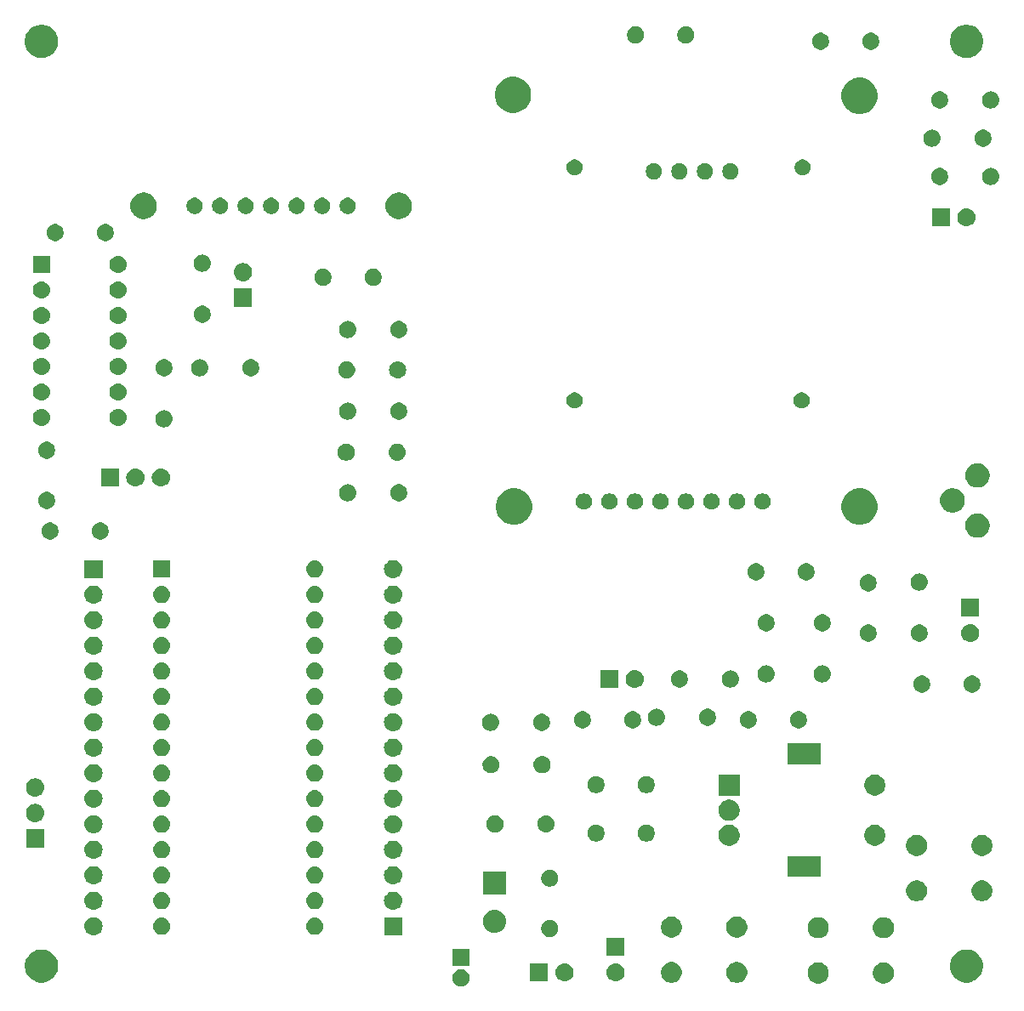
<source format=gbr>
G04 #@! TF.GenerationSoftware,KiCad,Pcbnew,(5.1.2)-2*
G04 #@! TF.CreationDate,2020-07-27T19:05:43-04:00*
G04 #@! TF.ProjectId,2n2-trans,326e322d-7472-4616-9e73-2e6b69636164,rev?*
G04 #@! TF.SameCoordinates,Original*
G04 #@! TF.FileFunction,Soldermask,Bot*
G04 #@! TF.FilePolarity,Negative*
%FSLAX46Y46*%
G04 Gerber Fmt 4.6, Leading zero omitted, Abs format (unit mm)*
G04 Created by KiCad (PCBNEW (5.1.2)-2) date 2020-07-27 19:05:43*
%MOMM*%
%LPD*%
G04 APERTURE LIST*
%ADD10C,0.100000*%
G04 APERTURE END LIST*
D10*
G36*
X122015828Y-140703903D02*
G01*
X122170700Y-140768053D01*
X122310081Y-140861185D01*
X122428615Y-140979719D01*
X122521747Y-141119100D01*
X122585897Y-141273972D01*
X122618600Y-141438384D01*
X122618600Y-141606016D01*
X122585897Y-141770428D01*
X122521747Y-141925300D01*
X122428615Y-142064681D01*
X122310081Y-142183215D01*
X122170700Y-142276347D01*
X122015828Y-142340497D01*
X121851416Y-142373200D01*
X121683784Y-142373200D01*
X121519372Y-142340497D01*
X121364500Y-142276347D01*
X121225119Y-142183215D01*
X121106585Y-142064681D01*
X121013453Y-141925300D01*
X120949303Y-141770428D01*
X120916600Y-141606016D01*
X120916600Y-141438384D01*
X120949303Y-141273972D01*
X121013453Y-141119100D01*
X121106585Y-140979719D01*
X121225119Y-140861185D01*
X121364500Y-140768053D01*
X121519372Y-140703903D01*
X121683784Y-140671200D01*
X121851416Y-140671200D01*
X122015828Y-140703903D01*
X122015828Y-140703903D01*
G37*
G36*
X164136564Y-140014389D02*
G01*
X164299881Y-140082037D01*
X164327835Y-140093616D01*
X164499973Y-140208635D01*
X164646365Y-140355027D01*
X164741637Y-140497611D01*
X164761385Y-140527167D01*
X164840611Y-140718436D01*
X164881000Y-140921484D01*
X164881000Y-141128516D01*
X164840611Y-141331564D01*
X164784166Y-141467835D01*
X164761384Y-141522835D01*
X164646365Y-141694973D01*
X164499973Y-141841365D01*
X164327835Y-141956384D01*
X164327834Y-141956385D01*
X164327833Y-141956385D01*
X164136564Y-142035611D01*
X163933516Y-142076000D01*
X163726484Y-142076000D01*
X163523436Y-142035611D01*
X163332167Y-141956385D01*
X163332166Y-141956385D01*
X163332165Y-141956384D01*
X163160027Y-141841365D01*
X163013635Y-141694973D01*
X162898616Y-141522835D01*
X162875834Y-141467835D01*
X162819389Y-141331564D01*
X162779000Y-141128516D01*
X162779000Y-140921484D01*
X162819389Y-140718436D01*
X162898615Y-140527167D01*
X162918364Y-140497611D01*
X163013635Y-140355027D01*
X163160027Y-140208635D01*
X163332165Y-140093616D01*
X163360119Y-140082037D01*
X163523436Y-140014389D01*
X163726484Y-139974000D01*
X163933516Y-139974000D01*
X164136564Y-140014389D01*
X164136564Y-140014389D01*
G37*
G36*
X157636564Y-140014389D02*
G01*
X157799881Y-140082037D01*
X157827835Y-140093616D01*
X157999973Y-140208635D01*
X158146365Y-140355027D01*
X158241637Y-140497611D01*
X158261385Y-140527167D01*
X158340611Y-140718436D01*
X158381000Y-140921484D01*
X158381000Y-141128516D01*
X158340611Y-141331564D01*
X158284166Y-141467835D01*
X158261384Y-141522835D01*
X158146365Y-141694973D01*
X157999973Y-141841365D01*
X157827835Y-141956384D01*
X157827834Y-141956385D01*
X157827833Y-141956385D01*
X157636564Y-142035611D01*
X157433516Y-142076000D01*
X157226484Y-142076000D01*
X157023436Y-142035611D01*
X156832167Y-141956385D01*
X156832166Y-141956385D01*
X156832165Y-141956384D01*
X156660027Y-141841365D01*
X156513635Y-141694973D01*
X156398616Y-141522835D01*
X156375834Y-141467835D01*
X156319389Y-141331564D01*
X156279000Y-141128516D01*
X156279000Y-140921484D01*
X156319389Y-140718436D01*
X156398615Y-140527167D01*
X156418364Y-140497611D01*
X156513635Y-140355027D01*
X156660027Y-140208635D01*
X156832165Y-140093616D01*
X156860119Y-140082037D01*
X157023436Y-140014389D01*
X157226484Y-139974000D01*
X157433516Y-139974000D01*
X157636564Y-140014389D01*
X157636564Y-140014389D01*
G37*
G36*
X149531564Y-139959389D02*
G01*
X149722833Y-140038615D01*
X149722835Y-140038616D01*
X149787819Y-140082037D01*
X149894973Y-140153635D01*
X150041365Y-140300027D01*
X150156385Y-140472167D01*
X150235611Y-140663436D01*
X150276000Y-140866484D01*
X150276000Y-141073516D01*
X150235611Y-141276564D01*
X150156385Y-141467833D01*
X150156384Y-141467835D01*
X150041365Y-141639973D01*
X149894973Y-141786365D01*
X149722835Y-141901384D01*
X149722834Y-141901385D01*
X149722833Y-141901385D01*
X149531564Y-141980611D01*
X149328516Y-142021000D01*
X149121484Y-142021000D01*
X148918436Y-141980611D01*
X148727167Y-141901385D01*
X148727166Y-141901385D01*
X148727165Y-141901384D01*
X148555027Y-141786365D01*
X148408635Y-141639973D01*
X148293616Y-141467835D01*
X148293615Y-141467833D01*
X148214389Y-141276564D01*
X148174000Y-141073516D01*
X148174000Y-140866484D01*
X148214389Y-140663436D01*
X148293615Y-140472167D01*
X148408635Y-140300027D01*
X148555027Y-140153635D01*
X148662181Y-140082037D01*
X148727165Y-140038616D01*
X148727167Y-140038615D01*
X148918436Y-139959389D01*
X149121484Y-139919000D01*
X149328516Y-139919000D01*
X149531564Y-139959389D01*
X149531564Y-139959389D01*
G37*
G36*
X143031564Y-139959389D02*
G01*
X143222833Y-140038615D01*
X143222835Y-140038616D01*
X143287819Y-140082037D01*
X143394973Y-140153635D01*
X143541365Y-140300027D01*
X143656385Y-140472167D01*
X143735611Y-140663436D01*
X143776000Y-140866484D01*
X143776000Y-141073516D01*
X143735611Y-141276564D01*
X143656385Y-141467833D01*
X143656384Y-141467835D01*
X143541365Y-141639973D01*
X143394973Y-141786365D01*
X143222835Y-141901384D01*
X143222834Y-141901385D01*
X143222833Y-141901385D01*
X143031564Y-141980611D01*
X142828516Y-142021000D01*
X142621484Y-142021000D01*
X142418436Y-141980611D01*
X142227167Y-141901385D01*
X142227166Y-141901385D01*
X142227165Y-141901384D01*
X142055027Y-141786365D01*
X141908635Y-141639973D01*
X141793616Y-141467835D01*
X141793615Y-141467833D01*
X141714389Y-141276564D01*
X141674000Y-141073516D01*
X141674000Y-140866484D01*
X141714389Y-140663436D01*
X141793615Y-140472167D01*
X141908635Y-140300027D01*
X142055027Y-140153635D01*
X142162181Y-140082037D01*
X142227165Y-140038616D01*
X142227167Y-140038615D01*
X142418436Y-139959389D01*
X142621484Y-139919000D01*
X142828516Y-139919000D01*
X143031564Y-139959389D01*
X143031564Y-139959389D01*
G37*
G36*
X80385256Y-138726298D02*
G01*
X80491579Y-138747447D01*
X80792042Y-138871903D01*
X81062451Y-139052585D01*
X81292415Y-139282549D01*
X81292416Y-139282551D01*
X81473098Y-139552960D01*
X81597553Y-139853422D01*
X81661000Y-140172389D01*
X81661000Y-140497611D01*
X81635952Y-140623534D01*
X81597553Y-140816579D01*
X81473097Y-141117042D01*
X81292415Y-141387451D01*
X81062451Y-141617415D01*
X80792042Y-141798097D01*
X80792041Y-141798098D01*
X80792040Y-141798098D01*
X80771893Y-141806443D01*
X80491579Y-141922553D01*
X80385256Y-141943702D01*
X80172611Y-141986000D01*
X79847389Y-141986000D01*
X79634744Y-141943702D01*
X79528421Y-141922553D01*
X79248107Y-141806443D01*
X79227960Y-141798098D01*
X79227959Y-141798098D01*
X79227958Y-141798097D01*
X78957549Y-141617415D01*
X78727585Y-141387451D01*
X78546903Y-141117042D01*
X78422447Y-140816579D01*
X78384048Y-140623534D01*
X78359000Y-140497611D01*
X78359000Y-140172389D01*
X78422447Y-139853422D01*
X78546902Y-139552960D01*
X78727584Y-139282551D01*
X78727585Y-139282549D01*
X78957549Y-139052585D01*
X79227958Y-138871903D01*
X79528421Y-138747447D01*
X79634744Y-138726298D01*
X79847389Y-138684000D01*
X80172611Y-138684000D01*
X80385256Y-138726298D01*
X80385256Y-138726298D01*
G37*
G36*
X172460256Y-138726298D02*
G01*
X172566579Y-138747447D01*
X172867042Y-138871903D01*
X173137451Y-139052585D01*
X173367415Y-139282549D01*
X173367416Y-139282551D01*
X173548098Y-139552960D01*
X173672553Y-139853422D01*
X173736000Y-140172389D01*
X173736000Y-140497611D01*
X173710952Y-140623534D01*
X173672553Y-140816579D01*
X173548097Y-141117042D01*
X173367415Y-141387451D01*
X173137451Y-141617415D01*
X172867042Y-141798097D01*
X172867041Y-141798098D01*
X172867040Y-141798098D01*
X172846893Y-141806443D01*
X172566579Y-141922553D01*
X172460256Y-141943702D01*
X172247611Y-141986000D01*
X171922389Y-141986000D01*
X171709744Y-141943702D01*
X171603421Y-141922553D01*
X171323107Y-141806443D01*
X171302960Y-141798098D01*
X171302959Y-141798098D01*
X171302958Y-141798097D01*
X171032549Y-141617415D01*
X170802585Y-141387451D01*
X170621903Y-141117042D01*
X170497447Y-140816579D01*
X170459048Y-140623534D01*
X170434000Y-140497611D01*
X170434000Y-140172389D01*
X170497447Y-139853422D01*
X170621902Y-139552960D01*
X170802584Y-139282551D01*
X170802585Y-139282549D01*
X171032549Y-139052585D01*
X171302958Y-138871903D01*
X171603421Y-138747447D01*
X171709744Y-138726298D01*
X171922389Y-138684000D01*
X172247611Y-138684000D01*
X172460256Y-138726298D01*
X172460256Y-138726298D01*
G37*
G36*
X137270443Y-140075519D02*
G01*
X137336627Y-140082037D01*
X137506466Y-140133557D01*
X137662991Y-140217222D01*
X137698729Y-140246552D01*
X137800186Y-140329814D01*
X137883448Y-140431271D01*
X137912778Y-140467009D01*
X137996443Y-140623534D01*
X138047963Y-140793373D01*
X138065359Y-140970000D01*
X138047963Y-141146627D01*
X137996443Y-141316466D01*
X137912778Y-141472991D01*
X137883448Y-141508729D01*
X137800186Y-141610186D01*
X137698729Y-141693448D01*
X137662991Y-141722778D01*
X137506466Y-141806443D01*
X137336627Y-141857963D01*
X137270443Y-141864481D01*
X137204260Y-141871000D01*
X137115740Y-141871000D01*
X137049557Y-141864481D01*
X136983373Y-141857963D01*
X136813534Y-141806443D01*
X136657009Y-141722778D01*
X136621271Y-141693448D01*
X136519814Y-141610186D01*
X136436552Y-141508729D01*
X136407222Y-141472991D01*
X136323557Y-141316466D01*
X136272037Y-141146627D01*
X136254641Y-140970000D01*
X136272037Y-140793373D01*
X136323557Y-140623534D01*
X136407222Y-140467009D01*
X136436552Y-140431271D01*
X136519814Y-140329814D01*
X136621271Y-140246552D01*
X136657009Y-140217222D01*
X136813534Y-140133557D01*
X136983373Y-140082037D01*
X137049557Y-140075519D01*
X137115740Y-140069000D01*
X137204260Y-140069000D01*
X137270443Y-140075519D01*
X137270443Y-140075519D01*
G37*
G36*
X132190443Y-140075519D02*
G01*
X132256627Y-140082037D01*
X132426466Y-140133557D01*
X132582991Y-140217222D01*
X132618729Y-140246552D01*
X132720186Y-140329814D01*
X132803448Y-140431271D01*
X132832778Y-140467009D01*
X132916443Y-140623534D01*
X132967963Y-140793373D01*
X132985359Y-140970000D01*
X132967963Y-141146627D01*
X132916443Y-141316466D01*
X132832778Y-141472991D01*
X132803448Y-141508729D01*
X132720186Y-141610186D01*
X132618729Y-141693448D01*
X132582991Y-141722778D01*
X132426466Y-141806443D01*
X132256627Y-141857963D01*
X132190443Y-141864481D01*
X132124260Y-141871000D01*
X132035740Y-141871000D01*
X131969557Y-141864481D01*
X131903373Y-141857963D01*
X131733534Y-141806443D01*
X131577009Y-141722778D01*
X131541271Y-141693448D01*
X131439814Y-141610186D01*
X131356552Y-141508729D01*
X131327222Y-141472991D01*
X131243557Y-141316466D01*
X131192037Y-141146627D01*
X131174641Y-140970000D01*
X131192037Y-140793373D01*
X131243557Y-140623534D01*
X131327222Y-140467009D01*
X131356552Y-140431271D01*
X131439814Y-140329814D01*
X131541271Y-140246552D01*
X131577009Y-140217222D01*
X131733534Y-140133557D01*
X131903373Y-140082037D01*
X131969557Y-140075519D01*
X132035740Y-140069000D01*
X132124260Y-140069000D01*
X132190443Y-140075519D01*
X132190443Y-140075519D01*
G37*
G36*
X130441000Y-141871000D02*
G01*
X128639000Y-141871000D01*
X128639000Y-140069000D01*
X130441000Y-140069000D01*
X130441000Y-141871000D01*
X130441000Y-141871000D01*
G37*
G36*
X122618600Y-140373200D02*
G01*
X120916600Y-140373200D01*
X120916600Y-138671200D01*
X122618600Y-138671200D01*
X122618600Y-140373200D01*
X122618600Y-140373200D01*
G37*
G36*
X138061000Y-139331000D02*
G01*
X136259000Y-139331000D01*
X136259000Y-137529000D01*
X138061000Y-137529000D01*
X138061000Y-139331000D01*
X138061000Y-139331000D01*
G37*
G36*
X157636564Y-135514389D02*
G01*
X157801182Y-135582576D01*
X157827835Y-135593616D01*
X157999973Y-135708635D01*
X158146365Y-135855027D01*
X158260694Y-136026132D01*
X158261385Y-136027167D01*
X158340611Y-136218436D01*
X158381000Y-136421484D01*
X158381000Y-136628516D01*
X158340611Y-136831564D01*
X158261385Y-137022833D01*
X158261384Y-137022835D01*
X158146365Y-137194973D01*
X157999973Y-137341365D01*
X157827835Y-137456384D01*
X157827834Y-137456385D01*
X157827833Y-137456385D01*
X157636564Y-137535611D01*
X157433516Y-137576000D01*
X157226484Y-137576000D01*
X157023436Y-137535611D01*
X156832167Y-137456385D01*
X156832166Y-137456385D01*
X156832165Y-137456384D01*
X156660027Y-137341365D01*
X156513635Y-137194973D01*
X156398616Y-137022835D01*
X156398615Y-137022833D01*
X156319389Y-136831564D01*
X156279000Y-136628516D01*
X156279000Y-136421484D01*
X156319389Y-136218436D01*
X156398615Y-136027167D01*
X156399307Y-136026132D01*
X156513635Y-135855027D01*
X156660027Y-135708635D01*
X156832165Y-135593616D01*
X156858818Y-135582576D01*
X157023436Y-135514389D01*
X157226484Y-135474000D01*
X157433516Y-135474000D01*
X157636564Y-135514389D01*
X157636564Y-135514389D01*
G37*
G36*
X164136564Y-135514389D02*
G01*
X164301182Y-135582576D01*
X164327835Y-135593616D01*
X164499973Y-135708635D01*
X164646365Y-135855027D01*
X164760694Y-136026132D01*
X164761385Y-136027167D01*
X164840611Y-136218436D01*
X164881000Y-136421484D01*
X164881000Y-136628516D01*
X164840611Y-136831564D01*
X164761385Y-137022833D01*
X164761384Y-137022835D01*
X164646365Y-137194973D01*
X164499973Y-137341365D01*
X164327835Y-137456384D01*
X164327834Y-137456385D01*
X164327833Y-137456385D01*
X164136564Y-137535611D01*
X163933516Y-137576000D01*
X163726484Y-137576000D01*
X163523436Y-137535611D01*
X163332167Y-137456385D01*
X163332166Y-137456385D01*
X163332165Y-137456384D01*
X163160027Y-137341365D01*
X163013635Y-137194973D01*
X162898616Y-137022835D01*
X162898615Y-137022833D01*
X162819389Y-136831564D01*
X162779000Y-136628516D01*
X162779000Y-136421484D01*
X162819389Y-136218436D01*
X162898615Y-136027167D01*
X162899307Y-136026132D01*
X163013635Y-135855027D01*
X163160027Y-135708635D01*
X163332165Y-135593616D01*
X163358818Y-135582576D01*
X163523436Y-135514389D01*
X163726484Y-135474000D01*
X163933516Y-135474000D01*
X164136564Y-135514389D01*
X164136564Y-135514389D01*
G37*
G36*
X143031564Y-135459389D02*
G01*
X143216901Y-135536158D01*
X143222835Y-135538616D01*
X143394973Y-135653635D01*
X143541365Y-135800027D01*
X143632477Y-135936385D01*
X143656385Y-135972167D01*
X143735611Y-136163436D01*
X143776000Y-136366484D01*
X143776000Y-136573516D01*
X143735611Y-136776564D01*
X143660239Y-136958529D01*
X143656384Y-136967835D01*
X143541365Y-137139973D01*
X143394973Y-137286365D01*
X143222835Y-137401384D01*
X143222834Y-137401385D01*
X143222833Y-137401385D01*
X143031564Y-137480611D01*
X142828516Y-137521000D01*
X142621484Y-137521000D01*
X142418436Y-137480611D01*
X142227167Y-137401385D01*
X142227166Y-137401385D01*
X142227165Y-137401384D01*
X142055027Y-137286365D01*
X141908635Y-137139973D01*
X141793616Y-136967835D01*
X141789761Y-136958529D01*
X141714389Y-136776564D01*
X141674000Y-136573516D01*
X141674000Y-136366484D01*
X141714389Y-136163436D01*
X141793615Y-135972167D01*
X141817524Y-135936385D01*
X141908635Y-135800027D01*
X142055027Y-135653635D01*
X142227165Y-135538616D01*
X142233099Y-135536158D01*
X142418436Y-135459389D01*
X142621484Y-135419000D01*
X142828516Y-135419000D01*
X143031564Y-135459389D01*
X143031564Y-135459389D01*
G37*
G36*
X149531564Y-135459389D02*
G01*
X149716901Y-135536158D01*
X149722835Y-135538616D01*
X149894973Y-135653635D01*
X150041365Y-135800027D01*
X150132477Y-135936385D01*
X150156385Y-135972167D01*
X150235611Y-136163436D01*
X150276000Y-136366484D01*
X150276000Y-136573516D01*
X150235611Y-136776564D01*
X150160239Y-136958529D01*
X150156384Y-136967835D01*
X150041365Y-137139973D01*
X149894973Y-137286365D01*
X149722835Y-137401384D01*
X149722834Y-137401385D01*
X149722833Y-137401385D01*
X149531564Y-137480611D01*
X149328516Y-137521000D01*
X149121484Y-137521000D01*
X148918436Y-137480611D01*
X148727167Y-137401385D01*
X148727166Y-137401385D01*
X148727165Y-137401384D01*
X148555027Y-137286365D01*
X148408635Y-137139973D01*
X148293616Y-136967835D01*
X148289761Y-136958529D01*
X148214389Y-136776564D01*
X148174000Y-136573516D01*
X148174000Y-136366484D01*
X148214389Y-136163436D01*
X148293615Y-135972167D01*
X148317524Y-135936385D01*
X148408635Y-135800027D01*
X148555027Y-135653635D01*
X148727165Y-135538616D01*
X148733099Y-135536158D01*
X148918436Y-135459389D01*
X149121484Y-135419000D01*
X149328516Y-135419000D01*
X149531564Y-135459389D01*
X149531564Y-135459389D01*
G37*
G36*
X130855028Y-135779103D02*
G01*
X131009900Y-135843253D01*
X131149281Y-135936385D01*
X131267815Y-136054919D01*
X131360947Y-136194300D01*
X131425097Y-136349172D01*
X131457800Y-136513584D01*
X131457800Y-136681216D01*
X131425097Y-136845628D01*
X131360947Y-137000500D01*
X131267815Y-137139881D01*
X131149281Y-137258415D01*
X131009900Y-137351547D01*
X130855028Y-137415697D01*
X130690616Y-137448400D01*
X130522984Y-137448400D01*
X130358572Y-137415697D01*
X130203700Y-137351547D01*
X130064319Y-137258415D01*
X129945785Y-137139881D01*
X129852653Y-137000500D01*
X129788503Y-136845628D01*
X129755800Y-136681216D01*
X129755800Y-136513584D01*
X129788503Y-136349172D01*
X129852653Y-136194300D01*
X129945785Y-136054919D01*
X130064319Y-135936385D01*
X130203700Y-135843253D01*
X130358572Y-135779103D01*
X130522984Y-135746400D01*
X130690616Y-135746400D01*
X130855028Y-135779103D01*
X130855028Y-135779103D01*
G37*
G36*
X115912200Y-137273600D02*
G01*
X114110200Y-137273600D01*
X114110200Y-135471600D01*
X115912200Y-135471600D01*
X115912200Y-137273600D01*
X115912200Y-137273600D01*
G37*
G36*
X85302042Y-135478118D02*
G01*
X85368227Y-135484637D01*
X85538066Y-135536157D01*
X85538068Y-135536158D01*
X85616329Y-135577990D01*
X85694591Y-135619822D01*
X85730329Y-135649152D01*
X85831786Y-135732414D01*
X85915048Y-135833871D01*
X85944378Y-135869609D01*
X86028043Y-136026134D01*
X86079563Y-136195973D01*
X86096959Y-136372600D01*
X86079563Y-136549227D01*
X86028043Y-136719066D01*
X85944378Y-136875591D01*
X85915048Y-136911329D01*
X85831786Y-137012786D01*
X85730329Y-137096048D01*
X85694591Y-137125378D01*
X85538066Y-137209043D01*
X85368227Y-137260563D01*
X85302042Y-137267082D01*
X85235860Y-137273600D01*
X85147340Y-137273600D01*
X85081158Y-137267082D01*
X85014973Y-137260563D01*
X84845134Y-137209043D01*
X84688609Y-137125378D01*
X84652871Y-137096048D01*
X84551414Y-137012786D01*
X84468152Y-136911329D01*
X84438822Y-136875591D01*
X84355157Y-136719066D01*
X84303637Y-136549227D01*
X84286241Y-136372600D01*
X84303637Y-136195973D01*
X84355157Y-136026134D01*
X84438822Y-135869609D01*
X84468152Y-135833871D01*
X84551414Y-135732414D01*
X84652871Y-135649152D01*
X84688609Y-135619822D01*
X84766871Y-135577990D01*
X84845132Y-135536158D01*
X84845134Y-135536157D01*
X85014973Y-135484637D01*
X85081158Y-135478118D01*
X85147340Y-135471600D01*
X85235860Y-135471600D01*
X85302042Y-135478118D01*
X85302042Y-135478118D01*
G37*
G36*
X92140223Y-135533913D02*
G01*
X92300642Y-135582576D01*
X92370322Y-135619821D01*
X92448478Y-135661596D01*
X92578059Y-135767941D01*
X92684404Y-135897522D01*
X92684405Y-135897524D01*
X92763424Y-136045358D01*
X92812087Y-136205777D01*
X92828517Y-136372600D01*
X92812087Y-136539423D01*
X92801745Y-136573516D01*
X92769075Y-136681215D01*
X92763424Y-136699842D01*
X92693017Y-136831564D01*
X92684404Y-136847678D01*
X92578059Y-136977259D01*
X92448478Y-137083604D01*
X92448476Y-137083605D01*
X92300642Y-137162624D01*
X92140223Y-137211287D01*
X92015204Y-137223600D01*
X91931596Y-137223600D01*
X91806577Y-137211287D01*
X91646158Y-137162624D01*
X91498324Y-137083605D01*
X91498322Y-137083604D01*
X91368741Y-136977259D01*
X91262396Y-136847678D01*
X91253783Y-136831564D01*
X91183376Y-136699842D01*
X91177726Y-136681215D01*
X91145055Y-136573516D01*
X91134713Y-136539423D01*
X91118283Y-136372600D01*
X91134713Y-136205777D01*
X91183376Y-136045358D01*
X91262395Y-135897524D01*
X91262396Y-135897522D01*
X91368741Y-135767941D01*
X91498322Y-135661596D01*
X91576478Y-135619821D01*
X91646158Y-135582576D01*
X91806577Y-135533913D01*
X91931596Y-135521600D01*
X92015204Y-135521600D01*
X92140223Y-135533913D01*
X92140223Y-135533913D01*
G37*
G36*
X107380223Y-135533913D02*
G01*
X107540642Y-135582576D01*
X107610322Y-135619821D01*
X107688478Y-135661596D01*
X107818059Y-135767941D01*
X107924404Y-135897522D01*
X107924405Y-135897524D01*
X108003424Y-136045358D01*
X108052087Y-136205777D01*
X108068517Y-136372600D01*
X108052087Y-136539423D01*
X108041745Y-136573516D01*
X108009075Y-136681215D01*
X108003424Y-136699842D01*
X107933017Y-136831564D01*
X107924404Y-136847678D01*
X107818059Y-136977259D01*
X107688478Y-137083604D01*
X107688476Y-137083605D01*
X107540642Y-137162624D01*
X107380223Y-137211287D01*
X107255204Y-137223600D01*
X107171596Y-137223600D01*
X107046577Y-137211287D01*
X106886158Y-137162624D01*
X106738324Y-137083605D01*
X106738322Y-137083604D01*
X106608741Y-136977259D01*
X106502396Y-136847678D01*
X106493783Y-136831564D01*
X106423376Y-136699842D01*
X106417726Y-136681215D01*
X106385055Y-136573516D01*
X106374713Y-136539423D01*
X106358283Y-136372600D01*
X106374713Y-136205777D01*
X106423376Y-136045358D01*
X106502395Y-135897524D01*
X106502396Y-135897522D01*
X106608741Y-135767941D01*
X106738322Y-135661596D01*
X106816478Y-135619821D01*
X106886158Y-135582576D01*
X107046577Y-135533913D01*
X107171596Y-135521600D01*
X107255204Y-135521600D01*
X107380223Y-135533913D01*
X107380223Y-135533913D01*
G37*
G36*
X125264271Y-134750103D02*
G01*
X125320635Y-134755654D01*
X125537600Y-134821470D01*
X125537602Y-134821471D01*
X125737555Y-134928347D01*
X125912818Y-135072182D01*
X126056653Y-135247445D01*
X126148350Y-135419000D01*
X126163530Y-135447400D01*
X126229346Y-135664365D01*
X126251569Y-135890000D01*
X126229346Y-136115635D01*
X126198162Y-136218435D01*
X126163529Y-136332602D01*
X126056653Y-136532555D01*
X125912818Y-136707818D01*
X125737555Y-136851653D01*
X125537602Y-136958529D01*
X125537600Y-136958530D01*
X125320635Y-137024346D01*
X125264271Y-137029897D01*
X125151545Y-137041000D01*
X125038455Y-137041000D01*
X124925729Y-137029897D01*
X124869365Y-137024346D01*
X124652400Y-136958530D01*
X124652398Y-136958529D01*
X124452445Y-136851653D01*
X124277182Y-136707818D01*
X124133347Y-136532555D01*
X124026471Y-136332602D01*
X123991839Y-136218435D01*
X123960654Y-136115635D01*
X123938431Y-135890000D01*
X123960654Y-135664365D01*
X124026470Y-135447400D01*
X124041650Y-135419000D01*
X124133347Y-135247445D01*
X124277182Y-135072182D01*
X124452445Y-134928347D01*
X124652398Y-134821471D01*
X124652400Y-134821470D01*
X124869365Y-134755654D01*
X124925729Y-134750103D01*
X125038455Y-134739000D01*
X125151545Y-134739000D01*
X125264271Y-134750103D01*
X125264271Y-134750103D01*
G37*
G36*
X85302043Y-132938119D02*
G01*
X85368227Y-132944637D01*
X85538066Y-132996157D01*
X85694591Y-133079822D01*
X85730329Y-133109152D01*
X85831786Y-133192414D01*
X85915048Y-133293871D01*
X85944378Y-133329609D01*
X86028043Y-133486134D01*
X86079563Y-133655973D01*
X86096959Y-133832600D01*
X86079563Y-134009227D01*
X86028043Y-134179066D01*
X85944378Y-134335591D01*
X85915048Y-134371329D01*
X85831786Y-134472786D01*
X85730329Y-134556048D01*
X85694591Y-134585378D01*
X85538066Y-134669043D01*
X85368227Y-134720563D01*
X85302042Y-134727082D01*
X85235860Y-134733600D01*
X85147340Y-134733600D01*
X85081158Y-134727082D01*
X85014973Y-134720563D01*
X84845134Y-134669043D01*
X84688609Y-134585378D01*
X84652871Y-134556048D01*
X84551414Y-134472786D01*
X84468152Y-134371329D01*
X84438822Y-134335591D01*
X84355157Y-134179066D01*
X84303637Y-134009227D01*
X84286241Y-133832600D01*
X84303637Y-133655973D01*
X84355157Y-133486134D01*
X84438822Y-133329609D01*
X84468152Y-133293871D01*
X84551414Y-133192414D01*
X84652871Y-133109152D01*
X84688609Y-133079822D01*
X84845134Y-132996157D01*
X85014973Y-132944637D01*
X85081157Y-132938119D01*
X85147340Y-132931600D01*
X85235860Y-132931600D01*
X85302043Y-132938119D01*
X85302043Y-132938119D01*
G37*
G36*
X115121643Y-132938119D02*
G01*
X115187827Y-132944637D01*
X115357666Y-132996157D01*
X115514191Y-133079822D01*
X115549929Y-133109152D01*
X115651386Y-133192414D01*
X115734648Y-133293871D01*
X115763978Y-133329609D01*
X115847643Y-133486134D01*
X115899163Y-133655973D01*
X115916559Y-133832600D01*
X115899163Y-134009227D01*
X115847643Y-134179066D01*
X115763978Y-134335591D01*
X115734648Y-134371329D01*
X115651386Y-134472786D01*
X115549929Y-134556048D01*
X115514191Y-134585378D01*
X115357666Y-134669043D01*
X115187827Y-134720563D01*
X115121642Y-134727082D01*
X115055460Y-134733600D01*
X114966940Y-134733600D01*
X114900758Y-134727082D01*
X114834573Y-134720563D01*
X114664734Y-134669043D01*
X114508209Y-134585378D01*
X114472471Y-134556048D01*
X114371014Y-134472786D01*
X114287752Y-134371329D01*
X114258422Y-134335591D01*
X114174757Y-134179066D01*
X114123237Y-134009227D01*
X114105841Y-133832600D01*
X114123237Y-133655973D01*
X114174757Y-133486134D01*
X114258422Y-133329609D01*
X114287752Y-133293871D01*
X114371014Y-133192414D01*
X114472471Y-133109152D01*
X114508209Y-133079822D01*
X114664734Y-132996157D01*
X114834573Y-132944637D01*
X114900757Y-132938119D01*
X114966940Y-132931600D01*
X115055460Y-132931600D01*
X115121643Y-132938119D01*
X115121643Y-132938119D01*
G37*
G36*
X92140223Y-132993913D02*
G01*
X92300642Y-133042576D01*
X92370322Y-133079821D01*
X92448478Y-133121596D01*
X92578059Y-133227941D01*
X92684404Y-133357522D01*
X92684405Y-133357524D01*
X92763424Y-133505358D01*
X92812087Y-133665777D01*
X92828517Y-133832600D01*
X92812087Y-133999423D01*
X92763424Y-134159842D01*
X92753147Y-134179068D01*
X92684404Y-134307678D01*
X92578059Y-134437259D01*
X92448478Y-134543604D01*
X92448476Y-134543605D01*
X92300642Y-134622624D01*
X92140223Y-134671287D01*
X92015204Y-134683600D01*
X91931596Y-134683600D01*
X91806577Y-134671287D01*
X91646158Y-134622624D01*
X91498324Y-134543605D01*
X91498322Y-134543604D01*
X91368741Y-134437259D01*
X91262396Y-134307678D01*
X91193653Y-134179068D01*
X91183376Y-134159842D01*
X91134713Y-133999423D01*
X91118283Y-133832600D01*
X91134713Y-133665777D01*
X91183376Y-133505358D01*
X91262395Y-133357524D01*
X91262396Y-133357522D01*
X91368741Y-133227941D01*
X91498322Y-133121596D01*
X91576478Y-133079821D01*
X91646158Y-133042576D01*
X91806577Y-132993913D01*
X91931596Y-132981600D01*
X92015204Y-132981600D01*
X92140223Y-132993913D01*
X92140223Y-132993913D01*
G37*
G36*
X107380223Y-132993913D02*
G01*
X107540642Y-133042576D01*
X107610322Y-133079821D01*
X107688478Y-133121596D01*
X107818059Y-133227941D01*
X107924404Y-133357522D01*
X107924405Y-133357524D01*
X108003424Y-133505358D01*
X108052087Y-133665777D01*
X108068517Y-133832600D01*
X108052087Y-133999423D01*
X108003424Y-134159842D01*
X107993147Y-134179068D01*
X107924404Y-134307678D01*
X107818059Y-134437259D01*
X107688478Y-134543604D01*
X107688476Y-134543605D01*
X107540642Y-134622624D01*
X107380223Y-134671287D01*
X107255204Y-134683600D01*
X107171596Y-134683600D01*
X107046577Y-134671287D01*
X106886158Y-134622624D01*
X106738324Y-134543605D01*
X106738322Y-134543604D01*
X106608741Y-134437259D01*
X106502396Y-134307678D01*
X106433653Y-134179068D01*
X106423376Y-134159842D01*
X106374713Y-133999423D01*
X106358283Y-133832600D01*
X106374713Y-133665777D01*
X106423376Y-133505358D01*
X106502395Y-133357524D01*
X106502396Y-133357522D01*
X106608741Y-133227941D01*
X106738322Y-133121596D01*
X106816478Y-133079821D01*
X106886158Y-133042576D01*
X107046577Y-132993913D01*
X107171596Y-132981600D01*
X107255204Y-132981600D01*
X107380223Y-132993913D01*
X107380223Y-132993913D01*
G37*
G36*
X173938564Y-131831389D02*
G01*
X174129833Y-131910615D01*
X174129835Y-131910616D01*
X174301973Y-132025635D01*
X174448365Y-132172027D01*
X174506088Y-132258415D01*
X174563385Y-132344167D01*
X174642611Y-132535436D01*
X174683000Y-132738484D01*
X174683000Y-132945516D01*
X174642611Y-133148564D01*
X174624447Y-133192415D01*
X174563384Y-133339835D01*
X174448365Y-133511973D01*
X174301973Y-133658365D01*
X174129835Y-133773384D01*
X174129834Y-133773385D01*
X174129833Y-133773385D01*
X173938564Y-133852611D01*
X173735516Y-133893000D01*
X173528484Y-133893000D01*
X173325436Y-133852611D01*
X173134167Y-133773385D01*
X173134166Y-133773385D01*
X173134165Y-133773384D01*
X172962027Y-133658365D01*
X172815635Y-133511973D01*
X172700616Y-133339835D01*
X172639553Y-133192415D01*
X172621389Y-133148564D01*
X172581000Y-132945516D01*
X172581000Y-132738484D01*
X172621389Y-132535436D01*
X172700615Y-132344167D01*
X172757913Y-132258415D01*
X172815635Y-132172027D01*
X172962027Y-132025635D01*
X173134165Y-131910616D01*
X173134167Y-131910615D01*
X173325436Y-131831389D01*
X173528484Y-131791000D01*
X173735516Y-131791000D01*
X173938564Y-131831389D01*
X173938564Y-131831389D01*
G37*
G36*
X167438564Y-131831389D02*
G01*
X167629833Y-131910615D01*
X167629835Y-131910616D01*
X167801973Y-132025635D01*
X167948365Y-132172027D01*
X168006088Y-132258415D01*
X168063385Y-132344167D01*
X168142611Y-132535436D01*
X168183000Y-132738484D01*
X168183000Y-132945516D01*
X168142611Y-133148564D01*
X168124447Y-133192415D01*
X168063384Y-133339835D01*
X167948365Y-133511973D01*
X167801973Y-133658365D01*
X167629835Y-133773384D01*
X167629834Y-133773385D01*
X167629833Y-133773385D01*
X167438564Y-133852611D01*
X167235516Y-133893000D01*
X167028484Y-133893000D01*
X166825436Y-133852611D01*
X166634167Y-133773385D01*
X166634166Y-133773385D01*
X166634165Y-133773384D01*
X166462027Y-133658365D01*
X166315635Y-133511973D01*
X166200616Y-133339835D01*
X166139553Y-133192415D01*
X166121389Y-133148564D01*
X166081000Y-132945516D01*
X166081000Y-132738484D01*
X166121389Y-132535436D01*
X166200615Y-132344167D01*
X166257913Y-132258415D01*
X166315635Y-132172027D01*
X166462027Y-132025635D01*
X166634165Y-131910616D01*
X166634167Y-131910615D01*
X166825436Y-131831389D01*
X167028484Y-131791000D01*
X167235516Y-131791000D01*
X167438564Y-131831389D01*
X167438564Y-131831389D01*
G37*
G36*
X126246000Y-133231000D02*
G01*
X123944000Y-133231000D01*
X123944000Y-130929000D01*
X126246000Y-130929000D01*
X126246000Y-133231000D01*
X126246000Y-133231000D01*
G37*
G36*
X130855028Y-130779103D02*
G01*
X131009900Y-130843253D01*
X131149281Y-130936385D01*
X131267815Y-131054919D01*
X131360947Y-131194300D01*
X131425097Y-131349172D01*
X131457800Y-131513584D01*
X131457800Y-131681216D01*
X131425097Y-131845628D01*
X131360947Y-132000500D01*
X131267815Y-132139881D01*
X131149281Y-132258415D01*
X131009900Y-132351547D01*
X130855028Y-132415697D01*
X130690616Y-132448400D01*
X130522984Y-132448400D01*
X130358572Y-132415697D01*
X130203700Y-132351547D01*
X130064319Y-132258415D01*
X129945785Y-132139881D01*
X129852653Y-132000500D01*
X129788503Y-131845628D01*
X129755800Y-131681216D01*
X129755800Y-131513584D01*
X129788503Y-131349172D01*
X129852653Y-131194300D01*
X129945785Y-131054919D01*
X130064319Y-130936385D01*
X130203700Y-130843253D01*
X130358572Y-130779103D01*
X130522984Y-130746400D01*
X130690616Y-130746400D01*
X130855028Y-130779103D01*
X130855028Y-130779103D01*
G37*
G36*
X115121642Y-130398118D02*
G01*
X115187827Y-130404637D01*
X115357666Y-130456157D01*
X115514191Y-130539822D01*
X115549929Y-130569152D01*
X115651386Y-130652414D01*
X115728517Y-130746400D01*
X115763978Y-130789609D01*
X115847643Y-130946134D01*
X115899163Y-131115973D01*
X115916559Y-131292600D01*
X115899163Y-131469227D01*
X115847643Y-131639066D01*
X115763978Y-131795591D01*
X115734648Y-131831329D01*
X115651386Y-131932786D01*
X115549929Y-132016048D01*
X115514191Y-132045378D01*
X115357666Y-132129043D01*
X115187827Y-132180563D01*
X115121643Y-132187081D01*
X115055460Y-132193600D01*
X114966940Y-132193600D01*
X114900757Y-132187081D01*
X114834573Y-132180563D01*
X114664734Y-132129043D01*
X114508209Y-132045378D01*
X114472471Y-132016048D01*
X114371014Y-131932786D01*
X114287752Y-131831329D01*
X114258422Y-131795591D01*
X114174757Y-131639066D01*
X114123237Y-131469227D01*
X114105841Y-131292600D01*
X114123237Y-131115973D01*
X114174757Y-130946134D01*
X114258422Y-130789609D01*
X114293883Y-130746400D01*
X114371014Y-130652414D01*
X114472471Y-130569152D01*
X114508209Y-130539822D01*
X114664734Y-130456157D01*
X114834573Y-130404637D01*
X114900758Y-130398118D01*
X114966940Y-130391600D01*
X115055460Y-130391600D01*
X115121642Y-130398118D01*
X115121642Y-130398118D01*
G37*
G36*
X85302042Y-130398118D02*
G01*
X85368227Y-130404637D01*
X85538066Y-130456157D01*
X85694591Y-130539822D01*
X85730329Y-130569152D01*
X85831786Y-130652414D01*
X85908917Y-130746400D01*
X85944378Y-130789609D01*
X86028043Y-130946134D01*
X86079563Y-131115973D01*
X86096959Y-131292600D01*
X86079563Y-131469227D01*
X86028043Y-131639066D01*
X85944378Y-131795591D01*
X85915048Y-131831329D01*
X85831786Y-131932786D01*
X85730329Y-132016048D01*
X85694591Y-132045378D01*
X85538066Y-132129043D01*
X85368227Y-132180563D01*
X85302043Y-132187081D01*
X85235860Y-132193600D01*
X85147340Y-132193600D01*
X85081157Y-132187081D01*
X85014973Y-132180563D01*
X84845134Y-132129043D01*
X84688609Y-132045378D01*
X84652871Y-132016048D01*
X84551414Y-131932786D01*
X84468152Y-131831329D01*
X84438822Y-131795591D01*
X84355157Y-131639066D01*
X84303637Y-131469227D01*
X84286241Y-131292600D01*
X84303637Y-131115973D01*
X84355157Y-130946134D01*
X84438822Y-130789609D01*
X84474283Y-130746400D01*
X84551414Y-130652414D01*
X84652871Y-130569152D01*
X84688609Y-130539822D01*
X84845134Y-130456157D01*
X85014973Y-130404637D01*
X85081158Y-130398118D01*
X85147340Y-130391600D01*
X85235860Y-130391600D01*
X85302042Y-130398118D01*
X85302042Y-130398118D01*
G37*
G36*
X92140223Y-130453913D02*
G01*
X92300642Y-130502576D01*
X92370322Y-130539821D01*
X92448478Y-130581596D01*
X92578059Y-130687941D01*
X92684404Y-130817522D01*
X92684405Y-130817524D01*
X92763424Y-130965358D01*
X92812087Y-131125777D01*
X92828517Y-131292600D01*
X92812087Y-131459423D01*
X92763424Y-131619842D01*
X92753147Y-131639068D01*
X92684404Y-131767678D01*
X92578059Y-131897259D01*
X92448478Y-132003604D01*
X92448476Y-132003605D01*
X92300642Y-132082624D01*
X92140223Y-132131287D01*
X92015204Y-132143600D01*
X91931596Y-132143600D01*
X91806577Y-132131287D01*
X91646158Y-132082624D01*
X91498324Y-132003605D01*
X91498322Y-132003604D01*
X91368741Y-131897259D01*
X91262396Y-131767678D01*
X91193653Y-131639068D01*
X91183376Y-131619842D01*
X91134713Y-131459423D01*
X91118283Y-131292600D01*
X91134713Y-131125777D01*
X91183376Y-130965358D01*
X91262395Y-130817524D01*
X91262396Y-130817522D01*
X91368741Y-130687941D01*
X91498322Y-130581596D01*
X91576478Y-130539821D01*
X91646158Y-130502576D01*
X91806577Y-130453913D01*
X91931596Y-130441600D01*
X92015204Y-130441600D01*
X92140223Y-130453913D01*
X92140223Y-130453913D01*
G37*
G36*
X107380223Y-130453913D02*
G01*
X107540642Y-130502576D01*
X107610322Y-130539821D01*
X107688478Y-130581596D01*
X107818059Y-130687941D01*
X107924404Y-130817522D01*
X107924405Y-130817524D01*
X108003424Y-130965358D01*
X108052087Y-131125777D01*
X108068517Y-131292600D01*
X108052087Y-131459423D01*
X108003424Y-131619842D01*
X107993147Y-131639068D01*
X107924404Y-131767678D01*
X107818059Y-131897259D01*
X107688478Y-132003604D01*
X107688476Y-132003605D01*
X107540642Y-132082624D01*
X107380223Y-132131287D01*
X107255204Y-132143600D01*
X107171596Y-132143600D01*
X107046577Y-132131287D01*
X106886158Y-132082624D01*
X106738324Y-132003605D01*
X106738322Y-132003604D01*
X106608741Y-131897259D01*
X106502396Y-131767678D01*
X106433653Y-131639068D01*
X106423376Y-131619842D01*
X106374713Y-131459423D01*
X106358283Y-131292600D01*
X106374713Y-131125777D01*
X106423376Y-130965358D01*
X106502395Y-130817524D01*
X106502396Y-130817522D01*
X106608741Y-130687941D01*
X106738322Y-130581596D01*
X106816478Y-130539821D01*
X106886158Y-130502576D01*
X107046577Y-130453913D01*
X107171596Y-130441600D01*
X107255204Y-130441600D01*
X107380223Y-130453913D01*
X107380223Y-130453913D01*
G37*
G36*
X157614000Y-131477400D02*
G01*
X154312000Y-131477400D01*
X154312000Y-129375400D01*
X157614000Y-129375400D01*
X157614000Y-131477400D01*
X157614000Y-131477400D01*
G37*
G36*
X115121642Y-127858118D02*
G01*
X115187827Y-127864637D01*
X115357666Y-127916157D01*
X115514191Y-127999822D01*
X115549929Y-128029152D01*
X115651386Y-128112414D01*
X115734648Y-128213871D01*
X115763978Y-128249609D01*
X115847643Y-128406134D01*
X115899163Y-128575973D01*
X115916559Y-128752600D01*
X115899163Y-128929227D01*
X115847643Y-129099066D01*
X115763978Y-129255591D01*
X115734648Y-129291329D01*
X115651386Y-129392786D01*
X115549929Y-129476048D01*
X115514191Y-129505378D01*
X115357666Y-129589043D01*
X115187827Y-129640563D01*
X115121642Y-129647082D01*
X115055460Y-129653600D01*
X114966940Y-129653600D01*
X114900758Y-129647082D01*
X114834573Y-129640563D01*
X114664734Y-129589043D01*
X114508209Y-129505378D01*
X114472471Y-129476048D01*
X114371014Y-129392786D01*
X114287752Y-129291329D01*
X114258422Y-129255591D01*
X114174757Y-129099066D01*
X114123237Y-128929227D01*
X114105841Y-128752600D01*
X114123237Y-128575973D01*
X114174757Y-128406134D01*
X114258422Y-128249609D01*
X114287752Y-128213871D01*
X114371014Y-128112414D01*
X114472471Y-128029152D01*
X114508209Y-127999822D01*
X114664734Y-127916157D01*
X114834573Y-127864637D01*
X114900758Y-127858118D01*
X114966940Y-127851600D01*
X115055460Y-127851600D01*
X115121642Y-127858118D01*
X115121642Y-127858118D01*
G37*
G36*
X85302042Y-127858118D02*
G01*
X85368227Y-127864637D01*
X85538066Y-127916157D01*
X85694591Y-127999822D01*
X85730329Y-128029152D01*
X85831786Y-128112414D01*
X85915048Y-128213871D01*
X85944378Y-128249609D01*
X86028043Y-128406134D01*
X86079563Y-128575973D01*
X86096959Y-128752600D01*
X86079563Y-128929227D01*
X86028043Y-129099066D01*
X85944378Y-129255591D01*
X85915048Y-129291329D01*
X85831786Y-129392786D01*
X85730329Y-129476048D01*
X85694591Y-129505378D01*
X85538066Y-129589043D01*
X85368227Y-129640563D01*
X85302042Y-129647082D01*
X85235860Y-129653600D01*
X85147340Y-129653600D01*
X85081158Y-129647082D01*
X85014973Y-129640563D01*
X84845134Y-129589043D01*
X84688609Y-129505378D01*
X84652871Y-129476048D01*
X84551414Y-129392786D01*
X84468152Y-129291329D01*
X84438822Y-129255591D01*
X84355157Y-129099066D01*
X84303637Y-128929227D01*
X84286241Y-128752600D01*
X84303637Y-128575973D01*
X84355157Y-128406134D01*
X84438822Y-128249609D01*
X84468152Y-128213871D01*
X84551414Y-128112414D01*
X84652871Y-128029152D01*
X84688609Y-127999822D01*
X84845134Y-127916157D01*
X85014973Y-127864637D01*
X85081158Y-127858118D01*
X85147340Y-127851600D01*
X85235860Y-127851600D01*
X85302042Y-127858118D01*
X85302042Y-127858118D01*
G37*
G36*
X107380223Y-127913913D02*
G01*
X107540642Y-127962576D01*
X107610322Y-127999821D01*
X107688478Y-128041596D01*
X107818059Y-128147941D01*
X107924404Y-128277522D01*
X107924405Y-128277524D01*
X108003424Y-128425358D01*
X108052087Y-128585777D01*
X108068517Y-128752600D01*
X108052087Y-128919423D01*
X108003424Y-129079842D01*
X107932514Y-129212506D01*
X107924404Y-129227678D01*
X107818059Y-129357259D01*
X107688478Y-129463604D01*
X107688476Y-129463605D01*
X107540642Y-129542624D01*
X107380223Y-129591287D01*
X107255204Y-129603600D01*
X107171596Y-129603600D01*
X107046577Y-129591287D01*
X106886158Y-129542624D01*
X106738324Y-129463605D01*
X106738322Y-129463604D01*
X106608741Y-129357259D01*
X106502396Y-129227678D01*
X106494286Y-129212506D01*
X106423376Y-129079842D01*
X106374713Y-128919423D01*
X106358283Y-128752600D01*
X106374713Y-128585777D01*
X106423376Y-128425358D01*
X106502395Y-128277524D01*
X106502396Y-128277522D01*
X106608741Y-128147941D01*
X106738322Y-128041596D01*
X106816478Y-127999821D01*
X106886158Y-127962576D01*
X107046577Y-127913913D01*
X107171596Y-127901600D01*
X107255204Y-127901600D01*
X107380223Y-127913913D01*
X107380223Y-127913913D01*
G37*
G36*
X92140223Y-127913913D02*
G01*
X92300642Y-127962576D01*
X92370322Y-127999821D01*
X92448478Y-128041596D01*
X92578059Y-128147941D01*
X92684404Y-128277522D01*
X92684405Y-128277524D01*
X92763424Y-128425358D01*
X92812087Y-128585777D01*
X92828517Y-128752600D01*
X92812087Y-128919423D01*
X92763424Y-129079842D01*
X92692514Y-129212506D01*
X92684404Y-129227678D01*
X92578059Y-129357259D01*
X92448478Y-129463604D01*
X92448476Y-129463605D01*
X92300642Y-129542624D01*
X92140223Y-129591287D01*
X92015204Y-129603600D01*
X91931596Y-129603600D01*
X91806577Y-129591287D01*
X91646158Y-129542624D01*
X91498324Y-129463605D01*
X91498322Y-129463604D01*
X91368741Y-129357259D01*
X91262396Y-129227678D01*
X91254286Y-129212506D01*
X91183376Y-129079842D01*
X91134713Y-128919423D01*
X91118283Y-128752600D01*
X91134713Y-128585777D01*
X91183376Y-128425358D01*
X91262395Y-128277524D01*
X91262396Y-128277522D01*
X91368741Y-128147941D01*
X91498322Y-128041596D01*
X91576478Y-127999821D01*
X91646158Y-127962576D01*
X91806577Y-127913913D01*
X91931596Y-127901600D01*
X92015204Y-127901600D01*
X92140223Y-127913913D01*
X92140223Y-127913913D01*
G37*
G36*
X173938564Y-127331389D02*
G01*
X174129833Y-127410615D01*
X174129835Y-127410616D01*
X174301973Y-127525635D01*
X174448365Y-127672027D01*
X174563385Y-127844167D01*
X174642611Y-128035436D01*
X174683000Y-128238484D01*
X174683000Y-128445516D01*
X174642611Y-128648564D01*
X174599518Y-128752600D01*
X174563384Y-128839835D01*
X174448365Y-129011973D01*
X174301973Y-129158365D01*
X174129835Y-129273384D01*
X174129834Y-129273385D01*
X174129833Y-129273385D01*
X173938564Y-129352611D01*
X173735516Y-129393000D01*
X173528484Y-129393000D01*
X173325436Y-129352611D01*
X173134167Y-129273385D01*
X173134166Y-129273385D01*
X173134165Y-129273384D01*
X172962027Y-129158365D01*
X172815635Y-129011973D01*
X172700616Y-128839835D01*
X172664482Y-128752600D01*
X172621389Y-128648564D01*
X172581000Y-128445516D01*
X172581000Y-128238484D01*
X172621389Y-128035436D01*
X172700615Y-127844167D01*
X172815635Y-127672027D01*
X172962027Y-127525635D01*
X173134165Y-127410616D01*
X173134167Y-127410615D01*
X173325436Y-127331389D01*
X173528484Y-127291000D01*
X173735516Y-127291000D01*
X173938564Y-127331389D01*
X173938564Y-127331389D01*
G37*
G36*
X167438564Y-127331389D02*
G01*
X167629833Y-127410615D01*
X167629835Y-127410616D01*
X167801973Y-127525635D01*
X167948365Y-127672027D01*
X168063385Y-127844167D01*
X168142611Y-128035436D01*
X168183000Y-128238484D01*
X168183000Y-128445516D01*
X168142611Y-128648564D01*
X168099518Y-128752600D01*
X168063384Y-128839835D01*
X167948365Y-129011973D01*
X167801973Y-129158365D01*
X167629835Y-129273384D01*
X167629834Y-129273385D01*
X167629833Y-129273385D01*
X167438564Y-129352611D01*
X167235516Y-129393000D01*
X167028484Y-129393000D01*
X166825436Y-129352611D01*
X166634167Y-129273385D01*
X166634166Y-129273385D01*
X166634165Y-129273384D01*
X166462027Y-129158365D01*
X166315635Y-129011973D01*
X166200616Y-128839835D01*
X166164482Y-128752600D01*
X166121389Y-128648564D01*
X166081000Y-128445516D01*
X166081000Y-128238484D01*
X166121389Y-128035436D01*
X166200615Y-127844167D01*
X166315635Y-127672027D01*
X166462027Y-127525635D01*
X166634165Y-127410616D01*
X166634167Y-127410615D01*
X166825436Y-127331389D01*
X167028484Y-127291000D01*
X167235516Y-127291000D01*
X167438564Y-127331389D01*
X167438564Y-127331389D01*
G37*
G36*
X80276000Y-128536000D02*
G01*
X78474000Y-128536000D01*
X78474000Y-126734000D01*
X80276000Y-126734000D01*
X80276000Y-128536000D01*
X80276000Y-128536000D01*
G37*
G36*
X163269564Y-126315789D02*
G01*
X163446859Y-126389227D01*
X163460835Y-126395016D01*
X163632973Y-126510035D01*
X163779365Y-126656427D01*
X163886830Y-126817259D01*
X163894385Y-126828567D01*
X163973611Y-127019836D01*
X164014000Y-127222884D01*
X164014000Y-127429916D01*
X163973611Y-127632964D01*
X163919908Y-127762615D01*
X163894384Y-127824235D01*
X163779365Y-127996373D01*
X163632973Y-128142765D01*
X163460835Y-128257784D01*
X163460834Y-128257785D01*
X163460833Y-128257785D01*
X163269564Y-128337011D01*
X163066516Y-128377400D01*
X162859484Y-128377400D01*
X162656436Y-128337011D01*
X162465167Y-128257785D01*
X162465166Y-128257785D01*
X162465165Y-128257784D01*
X162293027Y-128142765D01*
X162146635Y-127996373D01*
X162031616Y-127824235D01*
X162006092Y-127762615D01*
X161952389Y-127632964D01*
X161912000Y-127429916D01*
X161912000Y-127222884D01*
X161952389Y-127019836D01*
X162031615Y-126828567D01*
X162039171Y-126817259D01*
X162146635Y-126656427D01*
X162293027Y-126510035D01*
X162465165Y-126395016D01*
X162479141Y-126389227D01*
X162656436Y-126315789D01*
X162859484Y-126275400D01*
X163066516Y-126275400D01*
X163269564Y-126315789D01*
X163269564Y-126315789D01*
G37*
G36*
X148769564Y-126315789D02*
G01*
X148946859Y-126389227D01*
X148960835Y-126395016D01*
X149132973Y-126510035D01*
X149279365Y-126656427D01*
X149386830Y-126817259D01*
X149394385Y-126828567D01*
X149473611Y-127019836D01*
X149514000Y-127222884D01*
X149514000Y-127429916D01*
X149473611Y-127632964D01*
X149419908Y-127762615D01*
X149394384Y-127824235D01*
X149279365Y-127996373D01*
X149132973Y-128142765D01*
X148960835Y-128257784D01*
X148960834Y-128257785D01*
X148960833Y-128257785D01*
X148769564Y-128337011D01*
X148566516Y-128377400D01*
X148359484Y-128377400D01*
X148156436Y-128337011D01*
X147965167Y-128257785D01*
X147965166Y-128257785D01*
X147965165Y-128257784D01*
X147793027Y-128142765D01*
X147646635Y-127996373D01*
X147531616Y-127824235D01*
X147506092Y-127762615D01*
X147452389Y-127632964D01*
X147412000Y-127429916D01*
X147412000Y-127222884D01*
X147452389Y-127019836D01*
X147531615Y-126828567D01*
X147539171Y-126817259D01*
X147646635Y-126656427D01*
X147793027Y-126510035D01*
X147965165Y-126395016D01*
X147979141Y-126389227D01*
X148156436Y-126315789D01*
X148359484Y-126275400D01*
X148566516Y-126275400D01*
X148769564Y-126315789D01*
X148769564Y-126315789D01*
G37*
G36*
X135456228Y-126283303D02*
G01*
X135611100Y-126347453D01*
X135750481Y-126440585D01*
X135869015Y-126559119D01*
X135962147Y-126698500D01*
X136026297Y-126853372D01*
X136059000Y-127017784D01*
X136059000Y-127185416D01*
X136026297Y-127349828D01*
X135962147Y-127504700D01*
X135869015Y-127644081D01*
X135750481Y-127762615D01*
X135611100Y-127855747D01*
X135456228Y-127919897D01*
X135291816Y-127952600D01*
X135124184Y-127952600D01*
X134959772Y-127919897D01*
X134804900Y-127855747D01*
X134665519Y-127762615D01*
X134546985Y-127644081D01*
X134453853Y-127504700D01*
X134389703Y-127349828D01*
X134357000Y-127185416D01*
X134357000Y-127017784D01*
X134389703Y-126853372D01*
X134453853Y-126698500D01*
X134546985Y-126559119D01*
X134665519Y-126440585D01*
X134804900Y-126347453D01*
X134959772Y-126283303D01*
X135124184Y-126250600D01*
X135291816Y-126250600D01*
X135456228Y-126283303D01*
X135456228Y-126283303D01*
G37*
G36*
X140456228Y-126283303D02*
G01*
X140611100Y-126347453D01*
X140750481Y-126440585D01*
X140869015Y-126559119D01*
X140962147Y-126698500D01*
X141026297Y-126853372D01*
X141059000Y-127017784D01*
X141059000Y-127185416D01*
X141026297Y-127349828D01*
X140962147Y-127504700D01*
X140869015Y-127644081D01*
X140750481Y-127762615D01*
X140611100Y-127855747D01*
X140456228Y-127919897D01*
X140291816Y-127952600D01*
X140124184Y-127952600D01*
X139959772Y-127919897D01*
X139804900Y-127855747D01*
X139665519Y-127762615D01*
X139546985Y-127644081D01*
X139453853Y-127504700D01*
X139389703Y-127349828D01*
X139357000Y-127185416D01*
X139357000Y-127017784D01*
X139389703Y-126853372D01*
X139453853Y-126698500D01*
X139546985Y-126559119D01*
X139665519Y-126440585D01*
X139804900Y-126347453D01*
X139959772Y-126283303D01*
X140124184Y-126250600D01*
X140291816Y-126250600D01*
X140456228Y-126283303D01*
X140456228Y-126283303D01*
G37*
G36*
X85302043Y-125318119D02*
G01*
X85368227Y-125324637D01*
X85538066Y-125376157D01*
X85538068Y-125376158D01*
X85616328Y-125417989D01*
X85694591Y-125459822D01*
X85730329Y-125489152D01*
X85831786Y-125572414D01*
X85891124Y-125644719D01*
X85944378Y-125709609D01*
X85944379Y-125709611D01*
X86024744Y-125859961D01*
X86028043Y-125866134D01*
X86079563Y-126035973D01*
X86096959Y-126212600D01*
X86079563Y-126389227D01*
X86028043Y-126559066D01*
X85944378Y-126715591D01*
X85929270Y-126734000D01*
X85831786Y-126852786D01*
X85730329Y-126936048D01*
X85694591Y-126965378D01*
X85694589Y-126965379D01*
X85581388Y-127025887D01*
X85538066Y-127049043D01*
X85368227Y-127100563D01*
X85302042Y-127107082D01*
X85235860Y-127113600D01*
X85147340Y-127113600D01*
X85081158Y-127107082D01*
X85014973Y-127100563D01*
X84845134Y-127049043D01*
X84801813Y-127025887D01*
X84688611Y-126965379D01*
X84688609Y-126965378D01*
X84652871Y-126936048D01*
X84551414Y-126852786D01*
X84453930Y-126734000D01*
X84438822Y-126715591D01*
X84355157Y-126559066D01*
X84303637Y-126389227D01*
X84286241Y-126212600D01*
X84303637Y-126035973D01*
X84355157Y-125866134D01*
X84358457Y-125859961D01*
X84438821Y-125709611D01*
X84438822Y-125709609D01*
X84492076Y-125644719D01*
X84551414Y-125572414D01*
X84652871Y-125489152D01*
X84688609Y-125459822D01*
X84766871Y-125417990D01*
X84845132Y-125376158D01*
X84845134Y-125376157D01*
X85014973Y-125324637D01*
X85081157Y-125318119D01*
X85147340Y-125311600D01*
X85235860Y-125311600D01*
X85302043Y-125318119D01*
X85302043Y-125318119D01*
G37*
G36*
X115121643Y-125318119D02*
G01*
X115187827Y-125324637D01*
X115357666Y-125376157D01*
X115357668Y-125376158D01*
X115435928Y-125417989D01*
X115514191Y-125459822D01*
X115549929Y-125489152D01*
X115651386Y-125572414D01*
X115710724Y-125644719D01*
X115763978Y-125709609D01*
X115763979Y-125709611D01*
X115844344Y-125859961D01*
X115847643Y-125866134D01*
X115899163Y-126035973D01*
X115916559Y-126212600D01*
X115899163Y-126389227D01*
X115847643Y-126559066D01*
X115763978Y-126715591D01*
X115748870Y-126734000D01*
X115651386Y-126852786D01*
X115549929Y-126936048D01*
X115514191Y-126965378D01*
X115514189Y-126965379D01*
X115400988Y-127025887D01*
X115357666Y-127049043D01*
X115187827Y-127100563D01*
X115121642Y-127107082D01*
X115055460Y-127113600D01*
X114966940Y-127113600D01*
X114900758Y-127107082D01*
X114834573Y-127100563D01*
X114664734Y-127049043D01*
X114621413Y-127025887D01*
X114508211Y-126965379D01*
X114508209Y-126965378D01*
X114472471Y-126936048D01*
X114371014Y-126852786D01*
X114273530Y-126734000D01*
X114258422Y-126715591D01*
X114174757Y-126559066D01*
X114123237Y-126389227D01*
X114105841Y-126212600D01*
X114123237Y-126035973D01*
X114174757Y-125866134D01*
X114178057Y-125859961D01*
X114258421Y-125709611D01*
X114258422Y-125709609D01*
X114311676Y-125644719D01*
X114371014Y-125572414D01*
X114472471Y-125489152D01*
X114508209Y-125459822D01*
X114586471Y-125417990D01*
X114664732Y-125376158D01*
X114664734Y-125376157D01*
X114834573Y-125324637D01*
X114900757Y-125318119D01*
X114966940Y-125311600D01*
X115055460Y-125311600D01*
X115121643Y-125318119D01*
X115121643Y-125318119D01*
G37*
G36*
X92140223Y-125373913D02*
G01*
X92300642Y-125422576D01*
X92335986Y-125441468D01*
X92448478Y-125501596D01*
X92578059Y-125607941D01*
X92684404Y-125737522D01*
X92684405Y-125737524D01*
X92763424Y-125885358D01*
X92812087Y-126045777D01*
X92828517Y-126212600D01*
X92812087Y-126379423D01*
X92763424Y-126539842D01*
X92692514Y-126672506D01*
X92684404Y-126687678D01*
X92578059Y-126817259D01*
X92448478Y-126923604D01*
X92448476Y-126923605D01*
X92300642Y-127002624D01*
X92140223Y-127051287D01*
X92015204Y-127063600D01*
X91931596Y-127063600D01*
X91806577Y-127051287D01*
X91646158Y-127002624D01*
X91498324Y-126923605D01*
X91498322Y-126923604D01*
X91368741Y-126817259D01*
X91262396Y-126687678D01*
X91254286Y-126672506D01*
X91183376Y-126539842D01*
X91134713Y-126379423D01*
X91118283Y-126212600D01*
X91134713Y-126045777D01*
X91183376Y-125885358D01*
X91262395Y-125737524D01*
X91262396Y-125737522D01*
X91368741Y-125607941D01*
X91498322Y-125501596D01*
X91610814Y-125441468D01*
X91646158Y-125422576D01*
X91806577Y-125373913D01*
X91931596Y-125361600D01*
X92015204Y-125361600D01*
X92140223Y-125373913D01*
X92140223Y-125373913D01*
G37*
G36*
X107380223Y-125373913D02*
G01*
X107540642Y-125422576D01*
X107575986Y-125441468D01*
X107688478Y-125501596D01*
X107818059Y-125607941D01*
X107924404Y-125737522D01*
X107924405Y-125737524D01*
X108003424Y-125885358D01*
X108052087Y-126045777D01*
X108068517Y-126212600D01*
X108052087Y-126379423D01*
X108003424Y-126539842D01*
X107932514Y-126672506D01*
X107924404Y-126687678D01*
X107818059Y-126817259D01*
X107688478Y-126923604D01*
X107688476Y-126923605D01*
X107540642Y-127002624D01*
X107380223Y-127051287D01*
X107255204Y-127063600D01*
X107171596Y-127063600D01*
X107046577Y-127051287D01*
X106886158Y-127002624D01*
X106738324Y-126923605D01*
X106738322Y-126923604D01*
X106608741Y-126817259D01*
X106502396Y-126687678D01*
X106494286Y-126672506D01*
X106423376Y-126539842D01*
X106374713Y-126379423D01*
X106358283Y-126212600D01*
X106374713Y-126045777D01*
X106423376Y-125885358D01*
X106502395Y-125737524D01*
X106502396Y-125737522D01*
X106608741Y-125607941D01*
X106738322Y-125501596D01*
X106850814Y-125441468D01*
X106886158Y-125422576D01*
X107046577Y-125373913D01*
X107171596Y-125361600D01*
X107255204Y-125361600D01*
X107380223Y-125373913D01*
X107380223Y-125373913D01*
G37*
G36*
X130392623Y-125348513D02*
G01*
X130553042Y-125397176D01*
X130635906Y-125441468D01*
X130700878Y-125476196D01*
X130830459Y-125582541D01*
X130936804Y-125712122D01*
X130936805Y-125712124D01*
X131015824Y-125859958D01*
X131015825Y-125859961D01*
X131021115Y-125877400D01*
X131064487Y-126020377D01*
X131080917Y-126187200D01*
X131064487Y-126354023D01*
X131015824Y-126514442D01*
X130975277Y-126590300D01*
X130936804Y-126662278D01*
X130830459Y-126791859D01*
X130700878Y-126898204D01*
X130700876Y-126898205D01*
X130553042Y-126977224D01*
X130392623Y-127025887D01*
X130267604Y-127038200D01*
X130183996Y-127038200D01*
X130058977Y-127025887D01*
X129898558Y-126977224D01*
X129750724Y-126898205D01*
X129750722Y-126898204D01*
X129621141Y-126791859D01*
X129514796Y-126662278D01*
X129476323Y-126590300D01*
X129435776Y-126514442D01*
X129387113Y-126354023D01*
X129370683Y-126187200D01*
X129387113Y-126020377D01*
X129430485Y-125877400D01*
X129435775Y-125859961D01*
X129435776Y-125859958D01*
X129514795Y-125712124D01*
X129514796Y-125712122D01*
X129621141Y-125582541D01*
X129750722Y-125476196D01*
X129815694Y-125441468D01*
X129898558Y-125397176D01*
X130058977Y-125348513D01*
X130183996Y-125336200D01*
X130267604Y-125336200D01*
X130392623Y-125348513D01*
X130392623Y-125348513D01*
G37*
G36*
X125394028Y-125368903D02*
G01*
X125548900Y-125433053D01*
X125688281Y-125526185D01*
X125806815Y-125644719D01*
X125899947Y-125784100D01*
X125964097Y-125938972D01*
X125996800Y-126103384D01*
X125996800Y-126271016D01*
X125964097Y-126435428D01*
X125899947Y-126590300D01*
X125806815Y-126729681D01*
X125688281Y-126848215D01*
X125548900Y-126941347D01*
X125394028Y-127005497D01*
X125229616Y-127038200D01*
X125061984Y-127038200D01*
X124897572Y-127005497D01*
X124742700Y-126941347D01*
X124603319Y-126848215D01*
X124484785Y-126729681D01*
X124391653Y-126590300D01*
X124327503Y-126435428D01*
X124294800Y-126271016D01*
X124294800Y-126103384D01*
X124327503Y-125938972D01*
X124391653Y-125784100D01*
X124484785Y-125644719D01*
X124603319Y-125526185D01*
X124742700Y-125433053D01*
X124897572Y-125368903D01*
X125061984Y-125336200D01*
X125229616Y-125336200D01*
X125394028Y-125368903D01*
X125394028Y-125368903D01*
G37*
G36*
X79485442Y-124200518D02*
G01*
X79551627Y-124207037D01*
X79721466Y-124258557D01*
X79877991Y-124342222D01*
X79913729Y-124371552D01*
X80015186Y-124454814D01*
X80068547Y-124519836D01*
X80127778Y-124592009D01*
X80211443Y-124748534D01*
X80262963Y-124918373D01*
X80280359Y-125095000D01*
X80262963Y-125271627D01*
X80211443Y-125441466D01*
X80127778Y-125597991D01*
X80119612Y-125607941D01*
X80015186Y-125735186D01*
X79913729Y-125818448D01*
X79877991Y-125847778D01*
X79721466Y-125931443D01*
X79551627Y-125982963D01*
X79485442Y-125989482D01*
X79419260Y-125996000D01*
X79330740Y-125996000D01*
X79264558Y-125989482D01*
X79198373Y-125982963D01*
X79028534Y-125931443D01*
X78872009Y-125847778D01*
X78836271Y-125818448D01*
X78734814Y-125735186D01*
X78630388Y-125607941D01*
X78622222Y-125597991D01*
X78538557Y-125441466D01*
X78487037Y-125271627D01*
X78469641Y-125095000D01*
X78487037Y-124918373D01*
X78538557Y-124748534D01*
X78622222Y-124592009D01*
X78681453Y-124519836D01*
X78734814Y-124454814D01*
X78836271Y-124371552D01*
X78872009Y-124342222D01*
X79028534Y-124258557D01*
X79198373Y-124207037D01*
X79264558Y-124200518D01*
X79330740Y-124194000D01*
X79419260Y-124194000D01*
X79485442Y-124200518D01*
X79485442Y-124200518D01*
G37*
G36*
X148769564Y-123815789D02*
G01*
X148960833Y-123895015D01*
X148960835Y-123895016D01*
X149132973Y-124010035D01*
X149279365Y-124156427D01*
X149383841Y-124312786D01*
X149394385Y-124328567D01*
X149473611Y-124519836D01*
X149514000Y-124722884D01*
X149514000Y-124929916D01*
X149473611Y-125132964D01*
X149416176Y-125271625D01*
X149394384Y-125324235D01*
X149279365Y-125496373D01*
X149132973Y-125642765D01*
X148960835Y-125757784D01*
X148960834Y-125757785D01*
X148960833Y-125757785D01*
X148769564Y-125837011D01*
X148566516Y-125877400D01*
X148359484Y-125877400D01*
X148156436Y-125837011D01*
X147965167Y-125757785D01*
X147965166Y-125757785D01*
X147965165Y-125757784D01*
X147793027Y-125642765D01*
X147646635Y-125496373D01*
X147531616Y-125324235D01*
X147509824Y-125271625D01*
X147452389Y-125132964D01*
X147412000Y-124929916D01*
X147412000Y-124722884D01*
X147452389Y-124519836D01*
X147531615Y-124328567D01*
X147542160Y-124312786D01*
X147646635Y-124156427D01*
X147793027Y-124010035D01*
X147965165Y-123895016D01*
X147965167Y-123895015D01*
X148156436Y-123815789D01*
X148359484Y-123775400D01*
X148566516Y-123775400D01*
X148769564Y-123815789D01*
X148769564Y-123815789D01*
G37*
G36*
X85302043Y-122778119D02*
G01*
X85368227Y-122784637D01*
X85538066Y-122836157D01*
X85694591Y-122919822D01*
X85715053Y-122936615D01*
X85831786Y-123032414D01*
X85909081Y-123126600D01*
X85944378Y-123169609D01*
X86028043Y-123326134D01*
X86079563Y-123495973D01*
X86096959Y-123672600D01*
X86079563Y-123849227D01*
X86028043Y-124019066D01*
X85944378Y-124175591D01*
X85929270Y-124194000D01*
X85831786Y-124312786D01*
X85730329Y-124396048D01*
X85694591Y-124425378D01*
X85538066Y-124509043D01*
X85368227Y-124560563D01*
X85302043Y-124567081D01*
X85235860Y-124573600D01*
X85147340Y-124573600D01*
X85081157Y-124567081D01*
X85014973Y-124560563D01*
X84845134Y-124509043D01*
X84688609Y-124425378D01*
X84652871Y-124396048D01*
X84551414Y-124312786D01*
X84453930Y-124194000D01*
X84438822Y-124175591D01*
X84355157Y-124019066D01*
X84303637Y-123849227D01*
X84286241Y-123672600D01*
X84303637Y-123495973D01*
X84355157Y-123326134D01*
X84438822Y-123169609D01*
X84474119Y-123126600D01*
X84551414Y-123032414D01*
X84668147Y-122936615D01*
X84688609Y-122919822D01*
X84845134Y-122836157D01*
X85014973Y-122784637D01*
X85081157Y-122778119D01*
X85147340Y-122771600D01*
X85235860Y-122771600D01*
X85302043Y-122778119D01*
X85302043Y-122778119D01*
G37*
G36*
X115121643Y-122778119D02*
G01*
X115187827Y-122784637D01*
X115357666Y-122836157D01*
X115514191Y-122919822D01*
X115534653Y-122936615D01*
X115651386Y-123032414D01*
X115728681Y-123126600D01*
X115763978Y-123169609D01*
X115847643Y-123326134D01*
X115899163Y-123495973D01*
X115916559Y-123672600D01*
X115899163Y-123849227D01*
X115847643Y-124019066D01*
X115763978Y-124175591D01*
X115748870Y-124194000D01*
X115651386Y-124312786D01*
X115549929Y-124396048D01*
X115514191Y-124425378D01*
X115357666Y-124509043D01*
X115187827Y-124560563D01*
X115121643Y-124567081D01*
X115055460Y-124573600D01*
X114966940Y-124573600D01*
X114900757Y-124567081D01*
X114834573Y-124560563D01*
X114664734Y-124509043D01*
X114508209Y-124425378D01*
X114472471Y-124396048D01*
X114371014Y-124312786D01*
X114273530Y-124194000D01*
X114258422Y-124175591D01*
X114174757Y-124019066D01*
X114123237Y-123849227D01*
X114105841Y-123672600D01*
X114123237Y-123495973D01*
X114174757Y-123326134D01*
X114258422Y-123169609D01*
X114293719Y-123126600D01*
X114371014Y-123032414D01*
X114487747Y-122936615D01*
X114508209Y-122919822D01*
X114664734Y-122836157D01*
X114834573Y-122784637D01*
X114900757Y-122778119D01*
X114966940Y-122771600D01*
X115055460Y-122771600D01*
X115121643Y-122778119D01*
X115121643Y-122778119D01*
G37*
G36*
X92140223Y-122833913D02*
G01*
X92300642Y-122882576D01*
X92433306Y-122953486D01*
X92448478Y-122961596D01*
X92578059Y-123067941D01*
X92684404Y-123197522D01*
X92684405Y-123197524D01*
X92763424Y-123345358D01*
X92812087Y-123505777D01*
X92828517Y-123672600D01*
X92812087Y-123839423D01*
X92763424Y-123999842D01*
X92753147Y-124019068D01*
X92684404Y-124147678D01*
X92578059Y-124277259D01*
X92448478Y-124383604D01*
X92448476Y-124383605D01*
X92300642Y-124462624D01*
X92140223Y-124511287D01*
X92015204Y-124523600D01*
X91931596Y-124523600D01*
X91806577Y-124511287D01*
X91646158Y-124462624D01*
X91498324Y-124383605D01*
X91498322Y-124383604D01*
X91368741Y-124277259D01*
X91262396Y-124147678D01*
X91193653Y-124019068D01*
X91183376Y-123999842D01*
X91134713Y-123839423D01*
X91118283Y-123672600D01*
X91134713Y-123505777D01*
X91183376Y-123345358D01*
X91262395Y-123197524D01*
X91262396Y-123197522D01*
X91368741Y-123067941D01*
X91498322Y-122961596D01*
X91513494Y-122953486D01*
X91646158Y-122882576D01*
X91806577Y-122833913D01*
X91931596Y-122821600D01*
X92015204Y-122821600D01*
X92140223Y-122833913D01*
X92140223Y-122833913D01*
G37*
G36*
X107380223Y-122833913D02*
G01*
X107540642Y-122882576D01*
X107673306Y-122953486D01*
X107688478Y-122961596D01*
X107818059Y-123067941D01*
X107924404Y-123197522D01*
X107924405Y-123197524D01*
X108003424Y-123345358D01*
X108052087Y-123505777D01*
X108068517Y-123672600D01*
X108052087Y-123839423D01*
X108003424Y-123999842D01*
X107993147Y-124019068D01*
X107924404Y-124147678D01*
X107818059Y-124277259D01*
X107688478Y-124383604D01*
X107688476Y-124383605D01*
X107540642Y-124462624D01*
X107380223Y-124511287D01*
X107255204Y-124523600D01*
X107171596Y-124523600D01*
X107046577Y-124511287D01*
X106886158Y-124462624D01*
X106738324Y-124383605D01*
X106738322Y-124383604D01*
X106608741Y-124277259D01*
X106502396Y-124147678D01*
X106433653Y-124019068D01*
X106423376Y-123999842D01*
X106374713Y-123839423D01*
X106358283Y-123672600D01*
X106374713Y-123505777D01*
X106423376Y-123345358D01*
X106502395Y-123197524D01*
X106502396Y-123197522D01*
X106608741Y-123067941D01*
X106738322Y-122961596D01*
X106753494Y-122953486D01*
X106886158Y-122882576D01*
X107046577Y-122833913D01*
X107171596Y-122821600D01*
X107255204Y-122821600D01*
X107380223Y-122833913D01*
X107380223Y-122833913D01*
G37*
G36*
X79485442Y-121660518D02*
G01*
X79551627Y-121667037D01*
X79721466Y-121718557D01*
X79877991Y-121802222D01*
X79910090Y-121828565D01*
X80015186Y-121914814D01*
X80071636Y-121983600D01*
X80127778Y-122052009D01*
X80211443Y-122208534D01*
X80262963Y-122378373D01*
X80280359Y-122555000D01*
X80262963Y-122731627D01*
X80211443Y-122901466D01*
X80127778Y-123057991D01*
X80119612Y-123067941D01*
X80015186Y-123195186D01*
X79913729Y-123278448D01*
X79877991Y-123307778D01*
X79721466Y-123391443D01*
X79551627Y-123442963D01*
X79485442Y-123449482D01*
X79419260Y-123456000D01*
X79330740Y-123456000D01*
X79264558Y-123449482D01*
X79198373Y-123442963D01*
X79028534Y-123391443D01*
X78872009Y-123307778D01*
X78836271Y-123278448D01*
X78734814Y-123195186D01*
X78630388Y-123067941D01*
X78622222Y-123057991D01*
X78538557Y-122901466D01*
X78487037Y-122731627D01*
X78469641Y-122555000D01*
X78487037Y-122378373D01*
X78538557Y-122208534D01*
X78622222Y-122052009D01*
X78678364Y-121983600D01*
X78734814Y-121914814D01*
X78839910Y-121828565D01*
X78872009Y-121802222D01*
X79028534Y-121718557D01*
X79198373Y-121667037D01*
X79264558Y-121660518D01*
X79330740Y-121654000D01*
X79419260Y-121654000D01*
X79485442Y-121660518D01*
X79485442Y-121660518D01*
G37*
G36*
X163269564Y-121315789D02*
G01*
X163460833Y-121395015D01*
X163460835Y-121395016D01*
X163632973Y-121510035D01*
X163779365Y-121656427D01*
X163857114Y-121772786D01*
X163894385Y-121828567D01*
X163973611Y-122019836D01*
X164014000Y-122222884D01*
X164014000Y-122429916D01*
X163973611Y-122632964D01*
X163894385Y-122824233D01*
X163894384Y-122824235D01*
X163779365Y-122996373D01*
X163632973Y-123142765D01*
X163460835Y-123257784D01*
X163460834Y-123257785D01*
X163460833Y-123257785D01*
X163269564Y-123337011D01*
X163066516Y-123377400D01*
X162859484Y-123377400D01*
X162656436Y-123337011D01*
X162465167Y-123257785D01*
X162465166Y-123257785D01*
X162465165Y-123257784D01*
X162293027Y-123142765D01*
X162146635Y-122996373D01*
X162031616Y-122824235D01*
X162031615Y-122824233D01*
X161952389Y-122632964D01*
X161912000Y-122429916D01*
X161912000Y-122222884D01*
X161952389Y-122019836D01*
X162031615Y-121828567D01*
X162068887Y-121772786D01*
X162146635Y-121656427D01*
X162293027Y-121510035D01*
X162465165Y-121395016D01*
X162465167Y-121395015D01*
X162656436Y-121315789D01*
X162859484Y-121275400D01*
X163066516Y-121275400D01*
X163269564Y-121315789D01*
X163269564Y-121315789D01*
G37*
G36*
X149514000Y-123377400D02*
G01*
X147412000Y-123377400D01*
X147412000Y-121275400D01*
X149514000Y-121275400D01*
X149514000Y-123377400D01*
X149514000Y-123377400D01*
G37*
G36*
X140456228Y-121457303D02*
G01*
X140611100Y-121521453D01*
X140750481Y-121614585D01*
X140869015Y-121733119D01*
X140962147Y-121872500D01*
X141026297Y-122027372D01*
X141059000Y-122191784D01*
X141059000Y-122359416D01*
X141026297Y-122523828D01*
X140962147Y-122678700D01*
X140869015Y-122818081D01*
X140750481Y-122936615D01*
X140611100Y-123029747D01*
X140456228Y-123093897D01*
X140291816Y-123126600D01*
X140124184Y-123126600D01*
X139959772Y-123093897D01*
X139804900Y-123029747D01*
X139665519Y-122936615D01*
X139546985Y-122818081D01*
X139453853Y-122678700D01*
X139389703Y-122523828D01*
X139357000Y-122359416D01*
X139357000Y-122191784D01*
X139389703Y-122027372D01*
X139453853Y-121872500D01*
X139546985Y-121733119D01*
X139665519Y-121614585D01*
X139804900Y-121521453D01*
X139959772Y-121457303D01*
X140124184Y-121424600D01*
X140291816Y-121424600D01*
X140456228Y-121457303D01*
X140456228Y-121457303D01*
G37*
G36*
X135456228Y-121457303D02*
G01*
X135611100Y-121521453D01*
X135750481Y-121614585D01*
X135869015Y-121733119D01*
X135962147Y-121872500D01*
X136026297Y-122027372D01*
X136059000Y-122191784D01*
X136059000Y-122359416D01*
X136026297Y-122523828D01*
X135962147Y-122678700D01*
X135869015Y-122818081D01*
X135750481Y-122936615D01*
X135611100Y-123029747D01*
X135456228Y-123093897D01*
X135291816Y-123126600D01*
X135124184Y-123126600D01*
X134959772Y-123093897D01*
X134804900Y-123029747D01*
X134665519Y-122936615D01*
X134546985Y-122818081D01*
X134453853Y-122678700D01*
X134389703Y-122523828D01*
X134357000Y-122359416D01*
X134357000Y-122191784D01*
X134389703Y-122027372D01*
X134453853Y-121872500D01*
X134546985Y-121733119D01*
X134665519Y-121614585D01*
X134804900Y-121521453D01*
X134959772Y-121457303D01*
X135124184Y-121424600D01*
X135291816Y-121424600D01*
X135456228Y-121457303D01*
X135456228Y-121457303D01*
G37*
G36*
X85302043Y-120238119D02*
G01*
X85368227Y-120244637D01*
X85538066Y-120296157D01*
X85694591Y-120379822D01*
X85730329Y-120409152D01*
X85831786Y-120492414D01*
X85915048Y-120593871D01*
X85944378Y-120629609D01*
X86028043Y-120786134D01*
X86079563Y-120955973D01*
X86096959Y-121132600D01*
X86079563Y-121309227D01*
X86028043Y-121479066D01*
X85944378Y-121635591D01*
X85929270Y-121654000D01*
X85831786Y-121772786D01*
X85730329Y-121856048D01*
X85694591Y-121885378D01*
X85538066Y-121969043D01*
X85368227Y-122020563D01*
X85302043Y-122027081D01*
X85235860Y-122033600D01*
X85147340Y-122033600D01*
X85081157Y-122027081D01*
X85014973Y-122020563D01*
X84845134Y-121969043D01*
X84688609Y-121885378D01*
X84652871Y-121856048D01*
X84551414Y-121772786D01*
X84453930Y-121654000D01*
X84438822Y-121635591D01*
X84355157Y-121479066D01*
X84303637Y-121309227D01*
X84286241Y-121132600D01*
X84303637Y-120955973D01*
X84355157Y-120786134D01*
X84438822Y-120629609D01*
X84468152Y-120593871D01*
X84551414Y-120492414D01*
X84652871Y-120409152D01*
X84688609Y-120379822D01*
X84845134Y-120296157D01*
X85014973Y-120244637D01*
X85081157Y-120238119D01*
X85147340Y-120231600D01*
X85235860Y-120231600D01*
X85302043Y-120238119D01*
X85302043Y-120238119D01*
G37*
G36*
X115121643Y-120238119D02*
G01*
X115187827Y-120244637D01*
X115357666Y-120296157D01*
X115514191Y-120379822D01*
X115549929Y-120409152D01*
X115651386Y-120492414D01*
X115734648Y-120593871D01*
X115763978Y-120629609D01*
X115847643Y-120786134D01*
X115899163Y-120955973D01*
X115916559Y-121132600D01*
X115899163Y-121309227D01*
X115847643Y-121479066D01*
X115763978Y-121635591D01*
X115748870Y-121654000D01*
X115651386Y-121772786D01*
X115549929Y-121856048D01*
X115514191Y-121885378D01*
X115357666Y-121969043D01*
X115187827Y-122020563D01*
X115121643Y-122027081D01*
X115055460Y-122033600D01*
X114966940Y-122033600D01*
X114900757Y-122027081D01*
X114834573Y-122020563D01*
X114664734Y-121969043D01*
X114508209Y-121885378D01*
X114472471Y-121856048D01*
X114371014Y-121772786D01*
X114273530Y-121654000D01*
X114258422Y-121635591D01*
X114174757Y-121479066D01*
X114123237Y-121309227D01*
X114105841Y-121132600D01*
X114123237Y-120955973D01*
X114174757Y-120786134D01*
X114258422Y-120629609D01*
X114287752Y-120593871D01*
X114371014Y-120492414D01*
X114472471Y-120409152D01*
X114508209Y-120379822D01*
X114664734Y-120296157D01*
X114834573Y-120244637D01*
X114900757Y-120238119D01*
X114966940Y-120231600D01*
X115055460Y-120231600D01*
X115121643Y-120238119D01*
X115121643Y-120238119D01*
G37*
G36*
X92140223Y-120293913D02*
G01*
X92300642Y-120342576D01*
X92370322Y-120379821D01*
X92448478Y-120421596D01*
X92578059Y-120527941D01*
X92684404Y-120657522D01*
X92684405Y-120657524D01*
X92763424Y-120805358D01*
X92812087Y-120965777D01*
X92828517Y-121132600D01*
X92812087Y-121299423D01*
X92763424Y-121459842D01*
X92730492Y-121521453D01*
X92684404Y-121607678D01*
X92578059Y-121737259D01*
X92448478Y-121843604D01*
X92448476Y-121843605D01*
X92300642Y-121922624D01*
X92140223Y-121971287D01*
X92015204Y-121983600D01*
X91931596Y-121983600D01*
X91806577Y-121971287D01*
X91646158Y-121922624D01*
X91498324Y-121843605D01*
X91498322Y-121843604D01*
X91368741Y-121737259D01*
X91262396Y-121607678D01*
X91216308Y-121521453D01*
X91183376Y-121459842D01*
X91134713Y-121299423D01*
X91118283Y-121132600D01*
X91134713Y-120965777D01*
X91183376Y-120805358D01*
X91262395Y-120657524D01*
X91262396Y-120657522D01*
X91368741Y-120527941D01*
X91498322Y-120421596D01*
X91576478Y-120379821D01*
X91646158Y-120342576D01*
X91806577Y-120293913D01*
X91931596Y-120281600D01*
X92015204Y-120281600D01*
X92140223Y-120293913D01*
X92140223Y-120293913D01*
G37*
G36*
X107380223Y-120293913D02*
G01*
X107540642Y-120342576D01*
X107610322Y-120379821D01*
X107688478Y-120421596D01*
X107818059Y-120527941D01*
X107924404Y-120657522D01*
X107924405Y-120657524D01*
X108003424Y-120805358D01*
X108052087Y-120965777D01*
X108068517Y-121132600D01*
X108052087Y-121299423D01*
X108003424Y-121459842D01*
X107970492Y-121521453D01*
X107924404Y-121607678D01*
X107818059Y-121737259D01*
X107688478Y-121843604D01*
X107688476Y-121843605D01*
X107540642Y-121922624D01*
X107380223Y-121971287D01*
X107255204Y-121983600D01*
X107171596Y-121983600D01*
X107046577Y-121971287D01*
X106886158Y-121922624D01*
X106738324Y-121843605D01*
X106738322Y-121843604D01*
X106608741Y-121737259D01*
X106502396Y-121607678D01*
X106456308Y-121521453D01*
X106423376Y-121459842D01*
X106374713Y-121299423D01*
X106358283Y-121132600D01*
X106374713Y-120965777D01*
X106423376Y-120805358D01*
X106502395Y-120657524D01*
X106502396Y-120657522D01*
X106608741Y-120527941D01*
X106738322Y-120421596D01*
X106816478Y-120379821D01*
X106886158Y-120342576D01*
X107046577Y-120293913D01*
X107171596Y-120281600D01*
X107255204Y-120281600D01*
X107380223Y-120293913D01*
X107380223Y-120293913D01*
G37*
G36*
X125013028Y-119476103D02*
G01*
X125167900Y-119540253D01*
X125307281Y-119633385D01*
X125425815Y-119751919D01*
X125518947Y-119891300D01*
X125583097Y-120046172D01*
X125615800Y-120210584D01*
X125615800Y-120378216D01*
X125583097Y-120542628D01*
X125518947Y-120697500D01*
X125425815Y-120836881D01*
X125307281Y-120955415D01*
X125167900Y-121048547D01*
X125013028Y-121112697D01*
X124848616Y-121145400D01*
X124680984Y-121145400D01*
X124516572Y-121112697D01*
X124361700Y-121048547D01*
X124222319Y-120955415D01*
X124103785Y-120836881D01*
X124010653Y-120697500D01*
X123946503Y-120542628D01*
X123913800Y-120378216D01*
X123913800Y-120210584D01*
X123946503Y-120046172D01*
X124010653Y-119891300D01*
X124103785Y-119751919D01*
X124222319Y-119633385D01*
X124361700Y-119540253D01*
X124516572Y-119476103D01*
X124680984Y-119443400D01*
X124848616Y-119443400D01*
X125013028Y-119476103D01*
X125013028Y-119476103D01*
G37*
G36*
X130011623Y-119455713D02*
G01*
X130172042Y-119504376D01*
X130239161Y-119540252D01*
X130319878Y-119583396D01*
X130449459Y-119689741D01*
X130555804Y-119819322D01*
X130555805Y-119819324D01*
X130634824Y-119967158D01*
X130683487Y-120127577D01*
X130699917Y-120294400D01*
X130683487Y-120461223D01*
X130634824Y-120621642D01*
X130594277Y-120697500D01*
X130555804Y-120769478D01*
X130449459Y-120899059D01*
X130319878Y-121005404D01*
X130319876Y-121005405D01*
X130172042Y-121084424D01*
X130011623Y-121133087D01*
X129886604Y-121145400D01*
X129802996Y-121145400D01*
X129677977Y-121133087D01*
X129517558Y-121084424D01*
X129369724Y-121005405D01*
X129369722Y-121005404D01*
X129240141Y-120899059D01*
X129133796Y-120769478D01*
X129095323Y-120697500D01*
X129054776Y-120621642D01*
X129006113Y-120461223D01*
X128989683Y-120294400D01*
X129006113Y-120127577D01*
X129054776Y-119967158D01*
X129133795Y-119819324D01*
X129133796Y-119819322D01*
X129240141Y-119689741D01*
X129369722Y-119583396D01*
X129450439Y-119540252D01*
X129517558Y-119504376D01*
X129677977Y-119455713D01*
X129802996Y-119443400D01*
X129886604Y-119443400D01*
X130011623Y-119455713D01*
X130011623Y-119455713D01*
G37*
G36*
X157614000Y-120277400D02*
G01*
X154312000Y-120277400D01*
X154312000Y-118175400D01*
X157614000Y-118175400D01*
X157614000Y-120277400D01*
X157614000Y-120277400D01*
G37*
G36*
X115121643Y-117698119D02*
G01*
X115187827Y-117704637D01*
X115357666Y-117756157D01*
X115514191Y-117839822D01*
X115549929Y-117869152D01*
X115651386Y-117952414D01*
X115734648Y-118053871D01*
X115763978Y-118089609D01*
X115847643Y-118246134D01*
X115899163Y-118415973D01*
X115916559Y-118592600D01*
X115899163Y-118769227D01*
X115847643Y-118939066D01*
X115763978Y-119095591D01*
X115734648Y-119131329D01*
X115651386Y-119232786D01*
X115549929Y-119316048D01*
X115514191Y-119345378D01*
X115357666Y-119429043D01*
X115187827Y-119480563D01*
X115121643Y-119487081D01*
X115055460Y-119493600D01*
X114966940Y-119493600D01*
X114900757Y-119487081D01*
X114834573Y-119480563D01*
X114664734Y-119429043D01*
X114508209Y-119345378D01*
X114472471Y-119316048D01*
X114371014Y-119232786D01*
X114287752Y-119131329D01*
X114258422Y-119095591D01*
X114174757Y-118939066D01*
X114123237Y-118769227D01*
X114105841Y-118592600D01*
X114123237Y-118415973D01*
X114174757Y-118246134D01*
X114258422Y-118089609D01*
X114287752Y-118053871D01*
X114371014Y-117952414D01*
X114472471Y-117869152D01*
X114508209Y-117839822D01*
X114664734Y-117756157D01*
X114834573Y-117704637D01*
X114900757Y-117698119D01*
X114966940Y-117691600D01*
X115055460Y-117691600D01*
X115121643Y-117698119D01*
X115121643Y-117698119D01*
G37*
G36*
X85302043Y-117698119D02*
G01*
X85368227Y-117704637D01*
X85538066Y-117756157D01*
X85694591Y-117839822D01*
X85730329Y-117869152D01*
X85831786Y-117952414D01*
X85915048Y-118053871D01*
X85944378Y-118089609D01*
X86028043Y-118246134D01*
X86079563Y-118415973D01*
X86096959Y-118592600D01*
X86079563Y-118769227D01*
X86028043Y-118939066D01*
X85944378Y-119095591D01*
X85915048Y-119131329D01*
X85831786Y-119232786D01*
X85730329Y-119316048D01*
X85694591Y-119345378D01*
X85538066Y-119429043D01*
X85368227Y-119480563D01*
X85302043Y-119487081D01*
X85235860Y-119493600D01*
X85147340Y-119493600D01*
X85081157Y-119487081D01*
X85014973Y-119480563D01*
X84845134Y-119429043D01*
X84688609Y-119345378D01*
X84652871Y-119316048D01*
X84551414Y-119232786D01*
X84468152Y-119131329D01*
X84438822Y-119095591D01*
X84355157Y-118939066D01*
X84303637Y-118769227D01*
X84286241Y-118592600D01*
X84303637Y-118415973D01*
X84355157Y-118246134D01*
X84438822Y-118089609D01*
X84468152Y-118053871D01*
X84551414Y-117952414D01*
X84652871Y-117869152D01*
X84688609Y-117839822D01*
X84845134Y-117756157D01*
X85014973Y-117704637D01*
X85081157Y-117698119D01*
X85147340Y-117691600D01*
X85235860Y-117691600D01*
X85302043Y-117698119D01*
X85302043Y-117698119D01*
G37*
G36*
X107380223Y-117753913D02*
G01*
X107540642Y-117802576D01*
X107610322Y-117839821D01*
X107688478Y-117881596D01*
X107818059Y-117987941D01*
X107924404Y-118117522D01*
X107924405Y-118117524D01*
X108003424Y-118265358D01*
X108052087Y-118425777D01*
X108068517Y-118592600D01*
X108052087Y-118759423D01*
X108003424Y-118919842D01*
X107993147Y-118939068D01*
X107924404Y-119067678D01*
X107818059Y-119197259D01*
X107688478Y-119303604D01*
X107688476Y-119303605D01*
X107540642Y-119382624D01*
X107380223Y-119431287D01*
X107255204Y-119443600D01*
X107171596Y-119443600D01*
X107046577Y-119431287D01*
X106886158Y-119382624D01*
X106738324Y-119303605D01*
X106738322Y-119303604D01*
X106608741Y-119197259D01*
X106502396Y-119067678D01*
X106433653Y-118939068D01*
X106423376Y-118919842D01*
X106374713Y-118759423D01*
X106358283Y-118592600D01*
X106374713Y-118425777D01*
X106423376Y-118265358D01*
X106502395Y-118117524D01*
X106502396Y-118117522D01*
X106608741Y-117987941D01*
X106738322Y-117881596D01*
X106816478Y-117839821D01*
X106886158Y-117802576D01*
X107046577Y-117753913D01*
X107171596Y-117741600D01*
X107255204Y-117741600D01*
X107380223Y-117753913D01*
X107380223Y-117753913D01*
G37*
G36*
X92140223Y-117753913D02*
G01*
X92300642Y-117802576D01*
X92370322Y-117839821D01*
X92448478Y-117881596D01*
X92578059Y-117987941D01*
X92684404Y-118117522D01*
X92684405Y-118117524D01*
X92763424Y-118265358D01*
X92812087Y-118425777D01*
X92828517Y-118592600D01*
X92812087Y-118759423D01*
X92763424Y-118919842D01*
X92753147Y-118939068D01*
X92684404Y-119067678D01*
X92578059Y-119197259D01*
X92448478Y-119303604D01*
X92448476Y-119303605D01*
X92300642Y-119382624D01*
X92140223Y-119431287D01*
X92015204Y-119443600D01*
X91931596Y-119443600D01*
X91806577Y-119431287D01*
X91646158Y-119382624D01*
X91498324Y-119303605D01*
X91498322Y-119303604D01*
X91368741Y-119197259D01*
X91262396Y-119067678D01*
X91193653Y-118939068D01*
X91183376Y-118919842D01*
X91134713Y-118759423D01*
X91118283Y-118592600D01*
X91134713Y-118425777D01*
X91183376Y-118265358D01*
X91262395Y-118117524D01*
X91262396Y-118117522D01*
X91368741Y-117987941D01*
X91498322Y-117881596D01*
X91576478Y-117839821D01*
X91646158Y-117802576D01*
X91806577Y-117753913D01*
X91931596Y-117741600D01*
X92015204Y-117741600D01*
X92140223Y-117753913D01*
X92140223Y-117753913D01*
G37*
G36*
X115121642Y-115158118D02*
G01*
X115187827Y-115164637D01*
X115357666Y-115216157D01*
X115357668Y-115216158D01*
X115400989Y-115239314D01*
X115514191Y-115299822D01*
X115540936Y-115321771D01*
X115651386Y-115412414D01*
X115711927Y-115486185D01*
X115763978Y-115549609D01*
X115847643Y-115706134D01*
X115899163Y-115875973D01*
X115916559Y-116052600D01*
X115899163Y-116229227D01*
X115847643Y-116399066D01*
X115847642Y-116399068D01*
X115844342Y-116405242D01*
X115763978Y-116555591D01*
X115745466Y-116578148D01*
X115651386Y-116692786D01*
X115549929Y-116776048D01*
X115514191Y-116805378D01*
X115514189Y-116805379D01*
X115396990Y-116868024D01*
X115357666Y-116889043D01*
X115187827Y-116940563D01*
X115121643Y-116947081D01*
X115055460Y-116953600D01*
X114966940Y-116953600D01*
X114900757Y-116947081D01*
X114834573Y-116940563D01*
X114664734Y-116889043D01*
X114625411Y-116868024D01*
X114508211Y-116805379D01*
X114508209Y-116805378D01*
X114472471Y-116776048D01*
X114371014Y-116692786D01*
X114276934Y-116578148D01*
X114258422Y-116555591D01*
X114178058Y-116405242D01*
X114174758Y-116399068D01*
X114174757Y-116399066D01*
X114123237Y-116229227D01*
X114105841Y-116052600D01*
X114123237Y-115875973D01*
X114174757Y-115706134D01*
X114258422Y-115549609D01*
X114310473Y-115486185D01*
X114371014Y-115412414D01*
X114481464Y-115321771D01*
X114508209Y-115299822D01*
X114621411Y-115239314D01*
X114664732Y-115216158D01*
X114664734Y-115216157D01*
X114834573Y-115164637D01*
X114900758Y-115158118D01*
X114966940Y-115151600D01*
X115055460Y-115151600D01*
X115121642Y-115158118D01*
X115121642Y-115158118D01*
G37*
G36*
X85302042Y-115158118D02*
G01*
X85368227Y-115164637D01*
X85538066Y-115216157D01*
X85538068Y-115216158D01*
X85581389Y-115239314D01*
X85694591Y-115299822D01*
X85721336Y-115321771D01*
X85831786Y-115412414D01*
X85892327Y-115486185D01*
X85944378Y-115549609D01*
X86028043Y-115706134D01*
X86079563Y-115875973D01*
X86096959Y-116052600D01*
X86079563Y-116229227D01*
X86028043Y-116399066D01*
X86028042Y-116399068D01*
X86024742Y-116405242D01*
X85944378Y-116555591D01*
X85925866Y-116578148D01*
X85831786Y-116692786D01*
X85730329Y-116776048D01*
X85694591Y-116805378D01*
X85694589Y-116805379D01*
X85577390Y-116868024D01*
X85538066Y-116889043D01*
X85368227Y-116940563D01*
X85302043Y-116947081D01*
X85235860Y-116953600D01*
X85147340Y-116953600D01*
X85081157Y-116947081D01*
X85014973Y-116940563D01*
X84845134Y-116889043D01*
X84805811Y-116868024D01*
X84688611Y-116805379D01*
X84688609Y-116805378D01*
X84652871Y-116776048D01*
X84551414Y-116692786D01*
X84457334Y-116578148D01*
X84438822Y-116555591D01*
X84358458Y-116405242D01*
X84355158Y-116399068D01*
X84355157Y-116399066D01*
X84303637Y-116229227D01*
X84286241Y-116052600D01*
X84303637Y-115875973D01*
X84355157Y-115706134D01*
X84438822Y-115549609D01*
X84490873Y-115486185D01*
X84551414Y-115412414D01*
X84661864Y-115321771D01*
X84688609Y-115299822D01*
X84801811Y-115239314D01*
X84845132Y-115216158D01*
X84845134Y-115216157D01*
X85014973Y-115164637D01*
X85081158Y-115158118D01*
X85147340Y-115151600D01*
X85235860Y-115151600D01*
X85302042Y-115158118D01*
X85302042Y-115158118D01*
G37*
G36*
X124880823Y-115239313D02*
G01*
X125041242Y-115287976D01*
X125108361Y-115323852D01*
X125189078Y-115366996D01*
X125318659Y-115473341D01*
X125425004Y-115602922D01*
X125425005Y-115602924D01*
X125504024Y-115750758D01*
X125552687Y-115911177D01*
X125569117Y-116078000D01*
X125552687Y-116244823D01*
X125517741Y-116360024D01*
X125505898Y-116399066D01*
X125504024Y-116405242D01*
X125433114Y-116537906D01*
X125425004Y-116553078D01*
X125318659Y-116682659D01*
X125189078Y-116789004D01*
X125189076Y-116789005D01*
X125041242Y-116868024D01*
X124880823Y-116916687D01*
X124755804Y-116929000D01*
X124672196Y-116929000D01*
X124547177Y-116916687D01*
X124386758Y-116868024D01*
X124238924Y-116789005D01*
X124238922Y-116789004D01*
X124109341Y-116682659D01*
X124002996Y-116553078D01*
X123994886Y-116537906D01*
X123923976Y-116405242D01*
X123922103Y-116399066D01*
X123910259Y-116360024D01*
X123875313Y-116244823D01*
X123858883Y-116078000D01*
X123875313Y-115911177D01*
X123923976Y-115750758D01*
X124002995Y-115602924D01*
X124002996Y-115602922D01*
X124109341Y-115473341D01*
X124238922Y-115366996D01*
X124319639Y-115323852D01*
X124386758Y-115287976D01*
X124547177Y-115239313D01*
X124672196Y-115227000D01*
X124755804Y-115227000D01*
X124880823Y-115239313D01*
X124880823Y-115239313D01*
G37*
G36*
X130042228Y-115259703D02*
G01*
X130197100Y-115323853D01*
X130336481Y-115416985D01*
X130455015Y-115535519D01*
X130548147Y-115674900D01*
X130612297Y-115829772D01*
X130645000Y-115994184D01*
X130645000Y-116161816D01*
X130612297Y-116326228D01*
X130548147Y-116481100D01*
X130455015Y-116620481D01*
X130336481Y-116739015D01*
X130197100Y-116832147D01*
X130042228Y-116896297D01*
X129877816Y-116929000D01*
X129710184Y-116929000D01*
X129545772Y-116896297D01*
X129390900Y-116832147D01*
X129251519Y-116739015D01*
X129132985Y-116620481D01*
X129039853Y-116481100D01*
X128975703Y-116326228D01*
X128943000Y-116161816D01*
X128943000Y-115994184D01*
X128975703Y-115829772D01*
X129039853Y-115674900D01*
X129132985Y-115535519D01*
X129251519Y-115416985D01*
X129390900Y-115323853D01*
X129545772Y-115259703D01*
X129710184Y-115227000D01*
X129877816Y-115227000D01*
X130042228Y-115259703D01*
X130042228Y-115259703D01*
G37*
G36*
X92140223Y-115213913D02*
G01*
X92300642Y-115262576D01*
X92370322Y-115299821D01*
X92448478Y-115341596D01*
X92578059Y-115447941D01*
X92684404Y-115577522D01*
X92684405Y-115577524D01*
X92763424Y-115725358D01*
X92763425Y-115725361D01*
X92767922Y-115740185D01*
X92812087Y-115885777D01*
X92828517Y-116052600D01*
X92812087Y-116219423D01*
X92804382Y-116244823D01*
X92769436Y-116360025D01*
X92763424Y-116379842D01*
X92709302Y-116481097D01*
X92684404Y-116527678D01*
X92578059Y-116657259D01*
X92448478Y-116763604D01*
X92448476Y-116763605D01*
X92300642Y-116842624D01*
X92140223Y-116891287D01*
X92015204Y-116903600D01*
X91931596Y-116903600D01*
X91806577Y-116891287D01*
X91646158Y-116842624D01*
X91498324Y-116763605D01*
X91498322Y-116763604D01*
X91368741Y-116657259D01*
X91262396Y-116527678D01*
X91237498Y-116481097D01*
X91183376Y-116379842D01*
X91177365Y-116360025D01*
X91142418Y-116244823D01*
X91134713Y-116219423D01*
X91118283Y-116052600D01*
X91134713Y-115885777D01*
X91178878Y-115740185D01*
X91183375Y-115725361D01*
X91183376Y-115725358D01*
X91262395Y-115577524D01*
X91262396Y-115577522D01*
X91368741Y-115447941D01*
X91498322Y-115341596D01*
X91576478Y-115299821D01*
X91646158Y-115262576D01*
X91806577Y-115213913D01*
X91931596Y-115201600D01*
X92015204Y-115201600D01*
X92140223Y-115213913D01*
X92140223Y-115213913D01*
G37*
G36*
X107380223Y-115213913D02*
G01*
X107540642Y-115262576D01*
X107610322Y-115299821D01*
X107688478Y-115341596D01*
X107818059Y-115447941D01*
X107924404Y-115577522D01*
X107924405Y-115577524D01*
X108003424Y-115725358D01*
X108003425Y-115725361D01*
X108007922Y-115740185D01*
X108052087Y-115885777D01*
X108068517Y-116052600D01*
X108052087Y-116219423D01*
X108044382Y-116244823D01*
X108009436Y-116360025D01*
X108003424Y-116379842D01*
X107949302Y-116481097D01*
X107924404Y-116527678D01*
X107818059Y-116657259D01*
X107688478Y-116763604D01*
X107688476Y-116763605D01*
X107540642Y-116842624D01*
X107380223Y-116891287D01*
X107255204Y-116903600D01*
X107171596Y-116903600D01*
X107046577Y-116891287D01*
X106886158Y-116842624D01*
X106738324Y-116763605D01*
X106738322Y-116763604D01*
X106608741Y-116657259D01*
X106502396Y-116527678D01*
X106477498Y-116481097D01*
X106423376Y-116379842D01*
X106417365Y-116360025D01*
X106382418Y-116244823D01*
X106374713Y-116219423D01*
X106358283Y-116052600D01*
X106374713Y-115885777D01*
X106418878Y-115740185D01*
X106423375Y-115725361D01*
X106423376Y-115725358D01*
X106502395Y-115577524D01*
X106502396Y-115577522D01*
X106608741Y-115447941D01*
X106738322Y-115341596D01*
X106816478Y-115299821D01*
X106886158Y-115262576D01*
X107046577Y-115213913D01*
X107171596Y-115201600D01*
X107255204Y-115201600D01*
X107380223Y-115213913D01*
X107380223Y-115213913D01*
G37*
G36*
X139106228Y-115005703D02*
G01*
X139261100Y-115069853D01*
X139400481Y-115162985D01*
X139519015Y-115281519D01*
X139612147Y-115420900D01*
X139676297Y-115575772D01*
X139709000Y-115740184D01*
X139709000Y-115907816D01*
X139676297Y-116072228D01*
X139612147Y-116227100D01*
X139519015Y-116366481D01*
X139400481Y-116485015D01*
X139261100Y-116578147D01*
X139106228Y-116642297D01*
X138941816Y-116675000D01*
X138774184Y-116675000D01*
X138609772Y-116642297D01*
X138454900Y-116578147D01*
X138315519Y-116485015D01*
X138196985Y-116366481D01*
X138103853Y-116227100D01*
X138039703Y-116072228D01*
X138007000Y-115907816D01*
X138007000Y-115740184D01*
X138039703Y-115575772D01*
X138103853Y-115420900D01*
X138196985Y-115281519D01*
X138315519Y-115162985D01*
X138454900Y-115069853D01*
X138609772Y-115005703D01*
X138774184Y-114973000D01*
X138941816Y-114973000D01*
X139106228Y-115005703D01*
X139106228Y-115005703D01*
G37*
G36*
X134106228Y-115005703D02*
G01*
X134261100Y-115069853D01*
X134400481Y-115162985D01*
X134519015Y-115281519D01*
X134612147Y-115420900D01*
X134676297Y-115575772D01*
X134709000Y-115740184D01*
X134709000Y-115907816D01*
X134676297Y-116072228D01*
X134612147Y-116227100D01*
X134519015Y-116366481D01*
X134400481Y-116485015D01*
X134261100Y-116578147D01*
X134106228Y-116642297D01*
X133941816Y-116675000D01*
X133774184Y-116675000D01*
X133609772Y-116642297D01*
X133454900Y-116578147D01*
X133315519Y-116485015D01*
X133196985Y-116366481D01*
X133103853Y-116227100D01*
X133039703Y-116072228D01*
X133007000Y-115907816D01*
X133007000Y-115740184D01*
X133039703Y-115575772D01*
X133103853Y-115420900D01*
X133196985Y-115281519D01*
X133315519Y-115162985D01*
X133454900Y-115069853D01*
X133609772Y-115005703D01*
X133774184Y-114973000D01*
X133941816Y-114973000D01*
X134106228Y-115005703D01*
X134106228Y-115005703D01*
G37*
G36*
X155616228Y-115005703D02*
G01*
X155771100Y-115069853D01*
X155910481Y-115162985D01*
X156029015Y-115281519D01*
X156122147Y-115420900D01*
X156186297Y-115575772D01*
X156219000Y-115740184D01*
X156219000Y-115907816D01*
X156186297Y-116072228D01*
X156122147Y-116227100D01*
X156029015Y-116366481D01*
X155910481Y-116485015D01*
X155771100Y-116578147D01*
X155616228Y-116642297D01*
X155451816Y-116675000D01*
X155284184Y-116675000D01*
X155119772Y-116642297D01*
X154964900Y-116578147D01*
X154825519Y-116485015D01*
X154706985Y-116366481D01*
X154613853Y-116227100D01*
X154549703Y-116072228D01*
X154517000Y-115907816D01*
X154517000Y-115740184D01*
X154549703Y-115575772D01*
X154613853Y-115420900D01*
X154706985Y-115281519D01*
X154825519Y-115162985D01*
X154964900Y-115069853D01*
X155119772Y-115005703D01*
X155284184Y-114973000D01*
X155451816Y-114973000D01*
X155616228Y-115005703D01*
X155616228Y-115005703D01*
G37*
G36*
X150616228Y-115005703D02*
G01*
X150771100Y-115069853D01*
X150910481Y-115162985D01*
X151029015Y-115281519D01*
X151122147Y-115420900D01*
X151186297Y-115575772D01*
X151219000Y-115740184D01*
X151219000Y-115907816D01*
X151186297Y-116072228D01*
X151122147Y-116227100D01*
X151029015Y-116366481D01*
X150910481Y-116485015D01*
X150771100Y-116578147D01*
X150616228Y-116642297D01*
X150451816Y-116675000D01*
X150284184Y-116675000D01*
X150119772Y-116642297D01*
X149964900Y-116578147D01*
X149825519Y-116485015D01*
X149706985Y-116366481D01*
X149613853Y-116227100D01*
X149549703Y-116072228D01*
X149517000Y-115907816D01*
X149517000Y-115740184D01*
X149549703Y-115575772D01*
X149613853Y-115420900D01*
X149706985Y-115281519D01*
X149825519Y-115162985D01*
X149964900Y-115069853D01*
X150119772Y-115005703D01*
X150284184Y-114973000D01*
X150451816Y-114973000D01*
X150616228Y-115005703D01*
X150616228Y-115005703D01*
G37*
G36*
X141390823Y-114731313D02*
G01*
X141551242Y-114779976D01*
X141618361Y-114815852D01*
X141699078Y-114858996D01*
X141828659Y-114965341D01*
X141935004Y-115094922D01*
X141935005Y-115094924D01*
X142014024Y-115242758D01*
X142014025Y-115242761D01*
X142020036Y-115262576D01*
X142062687Y-115403177D01*
X142079117Y-115570000D01*
X142062687Y-115736823D01*
X142014024Y-115897242D01*
X141973477Y-115973100D01*
X141935004Y-116045078D01*
X141828659Y-116174659D01*
X141699078Y-116281004D01*
X141699076Y-116281005D01*
X141551242Y-116360024D01*
X141390823Y-116408687D01*
X141265804Y-116421000D01*
X141182196Y-116421000D01*
X141057177Y-116408687D01*
X140896758Y-116360024D01*
X140748924Y-116281005D01*
X140748922Y-116281004D01*
X140619341Y-116174659D01*
X140512996Y-116045078D01*
X140474523Y-115973100D01*
X140433976Y-115897242D01*
X140385313Y-115736823D01*
X140368883Y-115570000D01*
X140385313Y-115403177D01*
X140427964Y-115262576D01*
X140433975Y-115242761D01*
X140433976Y-115242758D01*
X140512995Y-115094924D01*
X140512996Y-115094922D01*
X140619341Y-114965341D01*
X140748922Y-114858996D01*
X140829639Y-114815852D01*
X140896758Y-114779976D01*
X141057177Y-114731313D01*
X141182196Y-114719000D01*
X141265804Y-114719000D01*
X141390823Y-114731313D01*
X141390823Y-114731313D01*
G37*
G36*
X146552228Y-114751703D02*
G01*
X146707100Y-114815853D01*
X146846481Y-114908985D01*
X146965015Y-115027519D01*
X147058147Y-115166900D01*
X147122297Y-115321772D01*
X147155000Y-115486184D01*
X147155000Y-115653816D01*
X147122297Y-115818228D01*
X147058147Y-115973100D01*
X146965015Y-116112481D01*
X146846481Y-116231015D01*
X146707100Y-116324147D01*
X146552228Y-116388297D01*
X146387816Y-116421000D01*
X146220184Y-116421000D01*
X146055772Y-116388297D01*
X145900900Y-116324147D01*
X145761519Y-116231015D01*
X145642985Y-116112481D01*
X145549853Y-115973100D01*
X145485703Y-115818228D01*
X145453000Y-115653816D01*
X145453000Y-115486184D01*
X145485703Y-115321772D01*
X145549853Y-115166900D01*
X145642985Y-115027519D01*
X145761519Y-114908985D01*
X145900900Y-114815853D01*
X146055772Y-114751703D01*
X146220184Y-114719000D01*
X146387816Y-114719000D01*
X146552228Y-114751703D01*
X146552228Y-114751703D01*
G37*
G36*
X85302042Y-112618118D02*
G01*
X85368227Y-112624637D01*
X85538066Y-112676157D01*
X85694591Y-112759822D01*
X85730329Y-112789152D01*
X85831786Y-112872414D01*
X85915048Y-112973871D01*
X85944378Y-113009609D01*
X86028043Y-113166134D01*
X86079563Y-113335973D01*
X86096959Y-113512600D01*
X86079563Y-113689227D01*
X86028043Y-113859066D01*
X85944378Y-114015591D01*
X85915048Y-114051329D01*
X85831786Y-114152786D01*
X85730329Y-114236048D01*
X85694591Y-114265378D01*
X85538066Y-114349043D01*
X85368227Y-114400563D01*
X85302042Y-114407082D01*
X85235860Y-114413600D01*
X85147340Y-114413600D01*
X85081158Y-114407082D01*
X85014973Y-114400563D01*
X84845134Y-114349043D01*
X84688609Y-114265378D01*
X84652871Y-114236048D01*
X84551414Y-114152786D01*
X84468152Y-114051329D01*
X84438822Y-114015591D01*
X84355157Y-113859066D01*
X84303637Y-113689227D01*
X84286241Y-113512600D01*
X84303637Y-113335973D01*
X84355157Y-113166134D01*
X84438822Y-113009609D01*
X84468152Y-112973871D01*
X84551414Y-112872414D01*
X84652871Y-112789152D01*
X84688609Y-112759822D01*
X84845134Y-112676157D01*
X85014973Y-112624637D01*
X85081158Y-112618118D01*
X85147340Y-112611600D01*
X85235860Y-112611600D01*
X85302042Y-112618118D01*
X85302042Y-112618118D01*
G37*
G36*
X115121642Y-112618118D02*
G01*
X115187827Y-112624637D01*
X115357666Y-112676157D01*
X115514191Y-112759822D01*
X115549929Y-112789152D01*
X115651386Y-112872414D01*
X115734648Y-112973871D01*
X115763978Y-113009609D01*
X115847643Y-113166134D01*
X115899163Y-113335973D01*
X115916559Y-113512600D01*
X115899163Y-113689227D01*
X115847643Y-113859066D01*
X115763978Y-114015591D01*
X115734648Y-114051329D01*
X115651386Y-114152786D01*
X115549929Y-114236048D01*
X115514191Y-114265378D01*
X115357666Y-114349043D01*
X115187827Y-114400563D01*
X115121642Y-114407082D01*
X115055460Y-114413600D01*
X114966940Y-114413600D01*
X114900758Y-114407082D01*
X114834573Y-114400563D01*
X114664734Y-114349043D01*
X114508209Y-114265378D01*
X114472471Y-114236048D01*
X114371014Y-114152786D01*
X114287752Y-114051329D01*
X114258422Y-114015591D01*
X114174757Y-113859066D01*
X114123237Y-113689227D01*
X114105841Y-113512600D01*
X114123237Y-113335973D01*
X114174757Y-113166134D01*
X114258422Y-113009609D01*
X114287752Y-112973871D01*
X114371014Y-112872414D01*
X114472471Y-112789152D01*
X114508209Y-112759822D01*
X114664734Y-112676157D01*
X114834573Y-112624637D01*
X114900758Y-112618118D01*
X114966940Y-112611600D01*
X115055460Y-112611600D01*
X115121642Y-112618118D01*
X115121642Y-112618118D01*
G37*
G36*
X92140223Y-112673913D02*
G01*
X92300642Y-112722576D01*
X92370322Y-112759821D01*
X92448478Y-112801596D01*
X92578059Y-112907941D01*
X92684404Y-113037522D01*
X92684405Y-113037524D01*
X92763424Y-113185358D01*
X92812087Y-113345777D01*
X92828517Y-113512600D01*
X92812087Y-113679423D01*
X92763424Y-113839842D01*
X92753147Y-113859068D01*
X92684404Y-113987678D01*
X92578059Y-114117259D01*
X92448478Y-114223604D01*
X92448476Y-114223605D01*
X92300642Y-114302624D01*
X92140223Y-114351287D01*
X92015204Y-114363600D01*
X91931596Y-114363600D01*
X91806577Y-114351287D01*
X91646158Y-114302624D01*
X91498324Y-114223605D01*
X91498322Y-114223604D01*
X91368741Y-114117259D01*
X91262396Y-113987678D01*
X91193653Y-113859068D01*
X91183376Y-113839842D01*
X91134713Y-113679423D01*
X91118283Y-113512600D01*
X91134713Y-113345777D01*
X91183376Y-113185358D01*
X91262395Y-113037524D01*
X91262396Y-113037522D01*
X91368741Y-112907941D01*
X91498322Y-112801596D01*
X91576478Y-112759821D01*
X91646158Y-112722576D01*
X91806577Y-112673913D01*
X91931596Y-112661600D01*
X92015204Y-112661600D01*
X92140223Y-112673913D01*
X92140223Y-112673913D01*
G37*
G36*
X107380223Y-112673913D02*
G01*
X107540642Y-112722576D01*
X107610322Y-112759821D01*
X107688478Y-112801596D01*
X107818059Y-112907941D01*
X107924404Y-113037522D01*
X107924405Y-113037524D01*
X108003424Y-113185358D01*
X108052087Y-113345777D01*
X108068517Y-113512600D01*
X108052087Y-113679423D01*
X108003424Y-113839842D01*
X107993147Y-113859068D01*
X107924404Y-113987678D01*
X107818059Y-114117259D01*
X107688478Y-114223604D01*
X107688476Y-114223605D01*
X107540642Y-114302624D01*
X107380223Y-114351287D01*
X107255204Y-114363600D01*
X107171596Y-114363600D01*
X107046577Y-114351287D01*
X106886158Y-114302624D01*
X106738324Y-114223605D01*
X106738322Y-114223604D01*
X106608741Y-114117259D01*
X106502396Y-113987678D01*
X106433653Y-113859068D01*
X106423376Y-113839842D01*
X106374713Y-113679423D01*
X106358283Y-113512600D01*
X106374713Y-113345777D01*
X106423376Y-113185358D01*
X106502395Y-113037524D01*
X106502396Y-113037522D01*
X106608741Y-112907941D01*
X106738322Y-112801596D01*
X106816478Y-112759821D01*
X106886158Y-112722576D01*
X107046577Y-112673913D01*
X107171596Y-112661600D01*
X107255204Y-112661600D01*
X107380223Y-112673913D01*
X107380223Y-112673913D01*
G37*
G36*
X172888228Y-111449703D02*
G01*
X173043100Y-111513853D01*
X173182481Y-111606985D01*
X173301015Y-111725519D01*
X173394147Y-111864900D01*
X173458297Y-112019772D01*
X173491000Y-112184184D01*
X173491000Y-112351816D01*
X173458297Y-112516228D01*
X173394147Y-112671100D01*
X173301015Y-112810481D01*
X173182481Y-112929015D01*
X173043100Y-113022147D01*
X172888228Y-113086297D01*
X172723816Y-113119000D01*
X172556184Y-113119000D01*
X172391772Y-113086297D01*
X172236900Y-113022147D01*
X172097519Y-112929015D01*
X171978985Y-112810481D01*
X171885853Y-112671100D01*
X171821703Y-112516228D01*
X171789000Y-112351816D01*
X171789000Y-112184184D01*
X171821703Y-112019772D01*
X171885853Y-111864900D01*
X171978985Y-111725519D01*
X172097519Y-111606985D01*
X172236900Y-111513853D01*
X172391772Y-111449703D01*
X172556184Y-111417000D01*
X172723816Y-111417000D01*
X172888228Y-111449703D01*
X172888228Y-111449703D01*
G37*
G36*
X167888228Y-111449703D02*
G01*
X168043100Y-111513853D01*
X168182481Y-111606985D01*
X168301015Y-111725519D01*
X168394147Y-111864900D01*
X168458297Y-112019772D01*
X168491000Y-112184184D01*
X168491000Y-112351816D01*
X168458297Y-112516228D01*
X168394147Y-112671100D01*
X168301015Y-112810481D01*
X168182481Y-112929015D01*
X168043100Y-113022147D01*
X167888228Y-113086297D01*
X167723816Y-113119000D01*
X167556184Y-113119000D01*
X167391772Y-113086297D01*
X167236900Y-113022147D01*
X167097519Y-112929015D01*
X166978985Y-112810481D01*
X166885853Y-112671100D01*
X166821703Y-112516228D01*
X166789000Y-112351816D01*
X166789000Y-112184184D01*
X166821703Y-112019772D01*
X166885853Y-111864900D01*
X166978985Y-111725519D01*
X167097519Y-111606985D01*
X167236900Y-111513853D01*
X167391772Y-111449703D01*
X167556184Y-111417000D01*
X167723816Y-111417000D01*
X167888228Y-111449703D01*
X167888228Y-111449703D01*
G37*
G36*
X137426000Y-112661000D02*
G01*
X135624000Y-112661000D01*
X135624000Y-110859000D01*
X137426000Y-110859000D01*
X137426000Y-112661000D01*
X137426000Y-112661000D01*
G37*
G36*
X139175442Y-110865518D02*
G01*
X139241627Y-110872037D01*
X139411466Y-110923557D01*
X139567991Y-111007222D01*
X139603729Y-111036552D01*
X139705186Y-111119814D01*
X139785369Y-111217519D01*
X139817778Y-111257009D01*
X139901443Y-111413534D01*
X139952963Y-111583373D01*
X139970359Y-111760000D01*
X139952963Y-111936627D01*
X139901443Y-112106466D01*
X139817778Y-112262991D01*
X139788448Y-112298729D01*
X139705186Y-112400186D01*
X139603729Y-112483448D01*
X139567991Y-112512778D01*
X139411466Y-112596443D01*
X139241627Y-112647963D01*
X139175442Y-112654482D01*
X139109260Y-112661000D01*
X139020740Y-112661000D01*
X138954558Y-112654482D01*
X138888373Y-112647963D01*
X138718534Y-112596443D01*
X138562009Y-112512778D01*
X138526271Y-112483448D01*
X138424814Y-112400186D01*
X138341552Y-112298729D01*
X138312222Y-112262991D01*
X138228557Y-112106466D01*
X138177037Y-111936627D01*
X138159641Y-111760000D01*
X138177037Y-111583373D01*
X138228557Y-111413534D01*
X138312222Y-111257009D01*
X138344631Y-111217519D01*
X138424814Y-111119814D01*
X138526271Y-111036552D01*
X138562009Y-111007222D01*
X138718534Y-110923557D01*
X138888373Y-110872037D01*
X138954558Y-110865518D01*
X139020740Y-110859000D01*
X139109260Y-110859000D01*
X139175442Y-110865518D01*
X139175442Y-110865518D01*
G37*
G36*
X143758228Y-110941703D02*
G01*
X143913100Y-111005853D01*
X144052481Y-111098985D01*
X144171015Y-111217519D01*
X144264147Y-111356900D01*
X144328297Y-111511772D01*
X144361000Y-111676184D01*
X144361000Y-111843816D01*
X144328297Y-112008228D01*
X144264147Y-112163100D01*
X144171015Y-112302481D01*
X144052481Y-112421015D01*
X143913100Y-112514147D01*
X143758228Y-112578297D01*
X143593816Y-112611000D01*
X143426184Y-112611000D01*
X143261772Y-112578297D01*
X143106900Y-112514147D01*
X142967519Y-112421015D01*
X142848985Y-112302481D01*
X142755853Y-112163100D01*
X142691703Y-112008228D01*
X142659000Y-111843816D01*
X142659000Y-111676184D01*
X142691703Y-111511772D01*
X142755853Y-111356900D01*
X142848985Y-111217519D01*
X142967519Y-111098985D01*
X143106900Y-111005853D01*
X143261772Y-110941703D01*
X143426184Y-110909000D01*
X143593816Y-110909000D01*
X143758228Y-110941703D01*
X143758228Y-110941703D01*
G37*
G36*
X148756823Y-110921313D02*
G01*
X148917242Y-110969976D01*
X148984361Y-111005852D01*
X149065078Y-111048996D01*
X149194659Y-111155341D01*
X149301004Y-111284922D01*
X149301005Y-111284924D01*
X149380024Y-111432758D01*
X149428687Y-111593177D01*
X149445117Y-111760000D01*
X149428687Y-111926823D01*
X149380024Y-112087242D01*
X149339477Y-112163100D01*
X149301004Y-112235078D01*
X149194659Y-112364659D01*
X149065078Y-112471004D01*
X149065076Y-112471005D01*
X148917242Y-112550024D01*
X148756823Y-112598687D01*
X148631804Y-112611000D01*
X148548196Y-112611000D01*
X148423177Y-112598687D01*
X148262758Y-112550024D01*
X148114924Y-112471005D01*
X148114922Y-112471004D01*
X147985341Y-112364659D01*
X147878996Y-112235078D01*
X147840523Y-112163100D01*
X147799976Y-112087242D01*
X147751313Y-111926823D01*
X147734883Y-111760000D01*
X147751313Y-111593177D01*
X147799976Y-111432758D01*
X147878995Y-111284924D01*
X147878996Y-111284922D01*
X147985341Y-111155341D01*
X148114922Y-111048996D01*
X148195639Y-111005852D01*
X148262758Y-110969976D01*
X148423177Y-110921313D01*
X148548196Y-110909000D01*
X148631804Y-110909000D01*
X148756823Y-110921313D01*
X148756823Y-110921313D01*
G37*
G36*
X152312823Y-110413313D02*
G01*
X152473242Y-110461976D01*
X152605906Y-110532886D01*
X152621078Y-110540996D01*
X152750659Y-110647341D01*
X152857004Y-110776922D01*
X152857005Y-110776924D01*
X152936024Y-110924758D01*
X152984687Y-111085177D01*
X153001117Y-111252000D01*
X152984687Y-111418823D01*
X152936024Y-111579242D01*
X152918094Y-111612786D01*
X152857004Y-111727078D01*
X152750659Y-111856659D01*
X152621078Y-111963004D01*
X152621076Y-111963005D01*
X152473242Y-112042024D01*
X152312823Y-112090687D01*
X152187804Y-112103000D01*
X152104196Y-112103000D01*
X151979177Y-112090687D01*
X151818758Y-112042024D01*
X151670924Y-111963005D01*
X151670922Y-111963004D01*
X151541341Y-111856659D01*
X151434996Y-111727078D01*
X151373906Y-111612786D01*
X151355976Y-111579242D01*
X151307313Y-111418823D01*
X151290883Y-111252000D01*
X151307313Y-111085177D01*
X151355976Y-110924758D01*
X151434995Y-110776924D01*
X151434996Y-110776922D01*
X151541341Y-110647341D01*
X151670922Y-110540996D01*
X151686094Y-110532886D01*
X151818758Y-110461976D01*
X151979177Y-110413313D01*
X152104196Y-110401000D01*
X152187804Y-110401000D01*
X152312823Y-110413313D01*
X152312823Y-110413313D01*
G37*
G36*
X157900823Y-110413313D02*
G01*
X158061242Y-110461976D01*
X158193906Y-110532886D01*
X158209078Y-110540996D01*
X158338659Y-110647341D01*
X158445004Y-110776922D01*
X158445005Y-110776924D01*
X158524024Y-110924758D01*
X158572687Y-111085177D01*
X158589117Y-111252000D01*
X158572687Y-111418823D01*
X158524024Y-111579242D01*
X158506094Y-111612786D01*
X158445004Y-111727078D01*
X158338659Y-111856659D01*
X158209078Y-111963004D01*
X158209076Y-111963005D01*
X158061242Y-112042024D01*
X157900823Y-112090687D01*
X157775804Y-112103000D01*
X157692196Y-112103000D01*
X157567177Y-112090687D01*
X157406758Y-112042024D01*
X157258924Y-111963005D01*
X157258922Y-111963004D01*
X157129341Y-111856659D01*
X157022996Y-111727078D01*
X156961906Y-111612786D01*
X156943976Y-111579242D01*
X156895313Y-111418823D01*
X156878883Y-111252000D01*
X156895313Y-111085177D01*
X156943976Y-110924758D01*
X157022995Y-110776924D01*
X157022996Y-110776922D01*
X157129341Y-110647341D01*
X157258922Y-110540996D01*
X157274094Y-110532886D01*
X157406758Y-110461976D01*
X157567177Y-110413313D01*
X157692196Y-110401000D01*
X157775804Y-110401000D01*
X157900823Y-110413313D01*
X157900823Y-110413313D01*
G37*
G36*
X85302043Y-110078119D02*
G01*
X85368227Y-110084637D01*
X85538066Y-110136157D01*
X85694591Y-110219822D01*
X85730329Y-110249152D01*
X85831786Y-110332414D01*
X85888072Y-110401000D01*
X85944378Y-110469609D01*
X86028043Y-110626134D01*
X86079563Y-110795973D01*
X86096959Y-110972600D01*
X86079563Y-111149227D01*
X86028043Y-111319066D01*
X85944378Y-111475591D01*
X85915048Y-111511329D01*
X85831786Y-111612786D01*
X85730329Y-111696048D01*
X85694591Y-111725378D01*
X85538066Y-111809043D01*
X85368227Y-111860563D01*
X85302043Y-111867081D01*
X85235860Y-111873600D01*
X85147340Y-111873600D01*
X85081157Y-111867081D01*
X85014973Y-111860563D01*
X84845134Y-111809043D01*
X84688609Y-111725378D01*
X84652871Y-111696048D01*
X84551414Y-111612786D01*
X84468152Y-111511329D01*
X84438822Y-111475591D01*
X84355157Y-111319066D01*
X84303637Y-111149227D01*
X84286241Y-110972600D01*
X84303637Y-110795973D01*
X84355157Y-110626134D01*
X84438822Y-110469609D01*
X84495128Y-110401000D01*
X84551414Y-110332414D01*
X84652871Y-110249152D01*
X84688609Y-110219822D01*
X84845134Y-110136157D01*
X85014973Y-110084637D01*
X85081157Y-110078119D01*
X85147340Y-110071600D01*
X85235860Y-110071600D01*
X85302043Y-110078119D01*
X85302043Y-110078119D01*
G37*
G36*
X115121643Y-110078119D02*
G01*
X115187827Y-110084637D01*
X115357666Y-110136157D01*
X115514191Y-110219822D01*
X115549929Y-110249152D01*
X115651386Y-110332414D01*
X115707672Y-110401000D01*
X115763978Y-110469609D01*
X115847643Y-110626134D01*
X115899163Y-110795973D01*
X115916559Y-110972600D01*
X115899163Y-111149227D01*
X115847643Y-111319066D01*
X115763978Y-111475591D01*
X115734648Y-111511329D01*
X115651386Y-111612786D01*
X115549929Y-111696048D01*
X115514191Y-111725378D01*
X115357666Y-111809043D01*
X115187827Y-111860563D01*
X115121643Y-111867081D01*
X115055460Y-111873600D01*
X114966940Y-111873600D01*
X114900757Y-111867081D01*
X114834573Y-111860563D01*
X114664734Y-111809043D01*
X114508209Y-111725378D01*
X114472471Y-111696048D01*
X114371014Y-111612786D01*
X114287752Y-111511329D01*
X114258422Y-111475591D01*
X114174757Y-111319066D01*
X114123237Y-111149227D01*
X114105841Y-110972600D01*
X114123237Y-110795973D01*
X114174757Y-110626134D01*
X114258422Y-110469609D01*
X114314728Y-110401000D01*
X114371014Y-110332414D01*
X114472471Y-110249152D01*
X114508209Y-110219822D01*
X114664734Y-110136157D01*
X114834573Y-110084637D01*
X114900757Y-110078119D01*
X114966940Y-110071600D01*
X115055460Y-110071600D01*
X115121643Y-110078119D01*
X115121643Y-110078119D01*
G37*
G36*
X92140223Y-110133913D02*
G01*
X92300642Y-110182576D01*
X92370322Y-110219821D01*
X92448478Y-110261596D01*
X92578059Y-110367941D01*
X92684404Y-110497522D01*
X92684405Y-110497524D01*
X92763424Y-110645358D01*
X92812087Y-110805777D01*
X92828517Y-110972600D01*
X92812087Y-111139423D01*
X92763424Y-111299842D01*
X92732924Y-111356903D01*
X92684404Y-111447678D01*
X92578059Y-111577259D01*
X92448478Y-111683604D01*
X92448476Y-111683605D01*
X92300642Y-111762624D01*
X92140223Y-111811287D01*
X92015204Y-111823600D01*
X91931596Y-111823600D01*
X91806577Y-111811287D01*
X91646158Y-111762624D01*
X91498324Y-111683605D01*
X91498322Y-111683604D01*
X91368741Y-111577259D01*
X91262396Y-111447678D01*
X91213876Y-111356903D01*
X91183376Y-111299842D01*
X91134713Y-111139423D01*
X91118283Y-110972600D01*
X91134713Y-110805777D01*
X91183376Y-110645358D01*
X91262395Y-110497524D01*
X91262396Y-110497522D01*
X91368741Y-110367941D01*
X91498322Y-110261596D01*
X91576478Y-110219821D01*
X91646158Y-110182576D01*
X91806577Y-110133913D01*
X91931596Y-110121600D01*
X92015204Y-110121600D01*
X92140223Y-110133913D01*
X92140223Y-110133913D01*
G37*
G36*
X107380223Y-110133913D02*
G01*
X107540642Y-110182576D01*
X107610322Y-110219821D01*
X107688478Y-110261596D01*
X107818059Y-110367941D01*
X107924404Y-110497522D01*
X107924405Y-110497524D01*
X108003424Y-110645358D01*
X108052087Y-110805777D01*
X108068517Y-110972600D01*
X108052087Y-111139423D01*
X108003424Y-111299842D01*
X107972924Y-111356903D01*
X107924404Y-111447678D01*
X107818059Y-111577259D01*
X107688478Y-111683604D01*
X107688476Y-111683605D01*
X107540642Y-111762624D01*
X107380223Y-111811287D01*
X107255204Y-111823600D01*
X107171596Y-111823600D01*
X107046577Y-111811287D01*
X106886158Y-111762624D01*
X106738324Y-111683605D01*
X106738322Y-111683604D01*
X106608741Y-111577259D01*
X106502396Y-111447678D01*
X106453876Y-111356903D01*
X106423376Y-111299842D01*
X106374713Y-111139423D01*
X106358283Y-110972600D01*
X106374713Y-110805777D01*
X106423376Y-110645358D01*
X106502395Y-110497524D01*
X106502396Y-110497522D01*
X106608741Y-110367941D01*
X106738322Y-110261596D01*
X106816478Y-110219821D01*
X106886158Y-110182576D01*
X107046577Y-110133913D01*
X107171596Y-110121600D01*
X107255204Y-110121600D01*
X107380223Y-110133913D01*
X107380223Y-110133913D01*
G37*
G36*
X115121642Y-107538118D02*
G01*
X115187827Y-107544637D01*
X115357666Y-107596157D01*
X115514191Y-107679822D01*
X115527800Y-107690991D01*
X115651386Y-107792414D01*
X115734648Y-107893871D01*
X115763978Y-107929609D01*
X115770680Y-107942147D01*
X115842207Y-108075963D01*
X115847643Y-108086134D01*
X115899163Y-108255973D01*
X115916559Y-108432600D01*
X115899163Y-108609227D01*
X115847643Y-108779066D01*
X115763978Y-108935591D01*
X115734648Y-108971329D01*
X115651386Y-109072786D01*
X115549929Y-109156048D01*
X115514191Y-109185378D01*
X115357666Y-109269043D01*
X115187827Y-109320563D01*
X115121642Y-109327082D01*
X115055460Y-109333600D01*
X114966940Y-109333600D01*
X114900758Y-109327082D01*
X114834573Y-109320563D01*
X114664734Y-109269043D01*
X114508209Y-109185378D01*
X114472471Y-109156048D01*
X114371014Y-109072786D01*
X114287752Y-108971329D01*
X114258422Y-108935591D01*
X114174757Y-108779066D01*
X114123237Y-108609227D01*
X114105841Y-108432600D01*
X114123237Y-108255973D01*
X114174757Y-108086134D01*
X114180194Y-108075963D01*
X114251720Y-107942147D01*
X114258422Y-107929609D01*
X114287752Y-107893871D01*
X114371014Y-107792414D01*
X114494600Y-107690991D01*
X114508209Y-107679822D01*
X114664734Y-107596157D01*
X114834573Y-107544637D01*
X114900758Y-107538118D01*
X114966940Y-107531600D01*
X115055460Y-107531600D01*
X115121642Y-107538118D01*
X115121642Y-107538118D01*
G37*
G36*
X85302042Y-107538118D02*
G01*
X85368227Y-107544637D01*
X85538066Y-107596157D01*
X85694591Y-107679822D01*
X85708200Y-107690991D01*
X85831786Y-107792414D01*
X85915048Y-107893871D01*
X85944378Y-107929609D01*
X85951080Y-107942147D01*
X86022607Y-108075963D01*
X86028043Y-108086134D01*
X86079563Y-108255973D01*
X86096959Y-108432600D01*
X86079563Y-108609227D01*
X86028043Y-108779066D01*
X85944378Y-108935591D01*
X85915048Y-108971329D01*
X85831786Y-109072786D01*
X85730329Y-109156048D01*
X85694591Y-109185378D01*
X85538066Y-109269043D01*
X85368227Y-109320563D01*
X85302042Y-109327082D01*
X85235860Y-109333600D01*
X85147340Y-109333600D01*
X85081158Y-109327082D01*
X85014973Y-109320563D01*
X84845134Y-109269043D01*
X84688609Y-109185378D01*
X84652871Y-109156048D01*
X84551414Y-109072786D01*
X84468152Y-108971329D01*
X84438822Y-108935591D01*
X84355157Y-108779066D01*
X84303637Y-108609227D01*
X84286241Y-108432600D01*
X84303637Y-108255973D01*
X84355157Y-108086134D01*
X84360594Y-108075963D01*
X84432120Y-107942147D01*
X84438822Y-107929609D01*
X84468152Y-107893871D01*
X84551414Y-107792414D01*
X84675000Y-107690991D01*
X84688609Y-107679822D01*
X84845134Y-107596157D01*
X85014973Y-107544637D01*
X85081158Y-107538118D01*
X85147340Y-107531600D01*
X85235860Y-107531600D01*
X85302042Y-107538118D01*
X85302042Y-107538118D01*
G37*
G36*
X107380223Y-107593913D02*
G01*
X107540642Y-107642576D01*
X107610322Y-107679821D01*
X107688478Y-107721596D01*
X107818059Y-107827941D01*
X107924404Y-107957522D01*
X107924405Y-107957524D01*
X108003424Y-108105358D01*
X108052087Y-108265777D01*
X108068517Y-108432600D01*
X108052087Y-108599423D01*
X108003424Y-108759842D01*
X107993147Y-108779068D01*
X107924404Y-108907678D01*
X107818059Y-109037259D01*
X107688478Y-109143604D01*
X107688476Y-109143605D01*
X107540642Y-109222624D01*
X107380223Y-109271287D01*
X107255204Y-109283600D01*
X107171596Y-109283600D01*
X107046577Y-109271287D01*
X106886158Y-109222624D01*
X106738324Y-109143605D01*
X106738322Y-109143604D01*
X106608741Y-109037259D01*
X106502396Y-108907678D01*
X106433653Y-108779068D01*
X106423376Y-108759842D01*
X106374713Y-108599423D01*
X106358283Y-108432600D01*
X106374713Y-108265777D01*
X106423376Y-108105358D01*
X106502395Y-107957524D01*
X106502396Y-107957522D01*
X106608741Y-107827941D01*
X106738322Y-107721596D01*
X106816478Y-107679821D01*
X106886158Y-107642576D01*
X107046577Y-107593913D01*
X107171596Y-107581600D01*
X107255204Y-107581600D01*
X107380223Y-107593913D01*
X107380223Y-107593913D01*
G37*
G36*
X92140223Y-107593913D02*
G01*
X92300642Y-107642576D01*
X92370322Y-107679821D01*
X92448478Y-107721596D01*
X92578059Y-107827941D01*
X92684404Y-107957522D01*
X92684405Y-107957524D01*
X92763424Y-108105358D01*
X92812087Y-108265777D01*
X92828517Y-108432600D01*
X92812087Y-108599423D01*
X92763424Y-108759842D01*
X92753147Y-108779068D01*
X92684404Y-108907678D01*
X92578059Y-109037259D01*
X92448478Y-109143604D01*
X92448476Y-109143605D01*
X92300642Y-109222624D01*
X92140223Y-109271287D01*
X92015204Y-109283600D01*
X91931596Y-109283600D01*
X91806577Y-109271287D01*
X91646158Y-109222624D01*
X91498324Y-109143605D01*
X91498322Y-109143604D01*
X91368741Y-109037259D01*
X91262396Y-108907678D01*
X91193653Y-108779068D01*
X91183376Y-108759842D01*
X91134713Y-108599423D01*
X91118283Y-108432600D01*
X91134713Y-108265777D01*
X91183376Y-108105358D01*
X91262395Y-107957524D01*
X91262396Y-107957522D01*
X91368741Y-107827941D01*
X91498322Y-107721596D01*
X91576478Y-107679821D01*
X91646158Y-107642576D01*
X91806577Y-107593913D01*
X91931596Y-107581600D01*
X92015204Y-107581600D01*
X92140223Y-107593913D01*
X92140223Y-107593913D01*
G37*
G36*
X172576442Y-106293518D02*
G01*
X172642627Y-106300037D01*
X172812466Y-106351557D01*
X172968991Y-106435222D01*
X173004729Y-106464552D01*
X173106186Y-106547814D01*
X173186254Y-106645379D01*
X173218778Y-106685009D01*
X173218779Y-106685011D01*
X173297890Y-106833015D01*
X173302443Y-106841534D01*
X173353963Y-107011373D01*
X173371359Y-107188000D01*
X173353963Y-107364627D01*
X173303312Y-107531600D01*
X173302442Y-107534468D01*
X173277249Y-107581600D01*
X173218778Y-107690991D01*
X173193662Y-107721595D01*
X173106186Y-107828186D01*
X173004729Y-107911448D01*
X172968991Y-107940778D01*
X172812466Y-108024443D01*
X172642627Y-108075963D01*
X172576442Y-108082482D01*
X172510260Y-108089000D01*
X172421740Y-108089000D01*
X172355558Y-108082482D01*
X172289373Y-108075963D01*
X172119534Y-108024443D01*
X171963009Y-107940778D01*
X171927271Y-107911448D01*
X171825814Y-107828186D01*
X171738338Y-107721595D01*
X171713222Y-107690991D01*
X171654751Y-107581600D01*
X171629558Y-107534468D01*
X171628688Y-107531600D01*
X171578037Y-107364627D01*
X171560641Y-107188000D01*
X171578037Y-107011373D01*
X171629557Y-106841534D01*
X171634111Y-106833015D01*
X171713221Y-106685011D01*
X171713222Y-106685009D01*
X171745746Y-106645379D01*
X171825814Y-106547814D01*
X171927271Y-106464552D01*
X171963009Y-106435222D01*
X172119534Y-106351557D01*
X172289373Y-106300037D01*
X172355558Y-106293518D01*
X172421740Y-106287000D01*
X172510260Y-106287000D01*
X172576442Y-106293518D01*
X172576442Y-106293518D01*
G37*
G36*
X162554228Y-106369703D02*
G01*
X162709100Y-106433853D01*
X162848481Y-106526985D01*
X162967015Y-106645519D01*
X163060147Y-106784900D01*
X163124297Y-106939772D01*
X163157000Y-107104184D01*
X163157000Y-107271816D01*
X163124297Y-107436228D01*
X163060147Y-107591100D01*
X162967015Y-107730481D01*
X162848481Y-107849015D01*
X162709100Y-107942147D01*
X162554228Y-108006297D01*
X162389816Y-108039000D01*
X162222184Y-108039000D01*
X162057772Y-108006297D01*
X161902900Y-107942147D01*
X161763519Y-107849015D01*
X161644985Y-107730481D01*
X161551853Y-107591100D01*
X161487703Y-107436228D01*
X161455000Y-107271816D01*
X161455000Y-107104184D01*
X161487703Y-106939772D01*
X161551853Y-106784900D01*
X161644985Y-106645519D01*
X161763519Y-106526985D01*
X161902900Y-106433853D01*
X162057772Y-106369703D01*
X162222184Y-106337000D01*
X162389816Y-106337000D01*
X162554228Y-106369703D01*
X162554228Y-106369703D01*
G37*
G36*
X167634228Y-106369703D02*
G01*
X167789100Y-106433853D01*
X167928481Y-106526985D01*
X168047015Y-106645519D01*
X168140147Y-106784900D01*
X168204297Y-106939772D01*
X168237000Y-107104184D01*
X168237000Y-107271816D01*
X168204297Y-107436228D01*
X168140147Y-107591100D01*
X168047015Y-107730481D01*
X167928481Y-107849015D01*
X167789100Y-107942147D01*
X167634228Y-108006297D01*
X167469816Y-108039000D01*
X167302184Y-108039000D01*
X167137772Y-108006297D01*
X166982900Y-107942147D01*
X166843519Y-107849015D01*
X166724985Y-107730481D01*
X166631853Y-107591100D01*
X166567703Y-107436228D01*
X166535000Y-107271816D01*
X166535000Y-107104184D01*
X166567703Y-106939772D01*
X166631853Y-106784900D01*
X166724985Y-106645519D01*
X166843519Y-106526985D01*
X166982900Y-106433853D01*
X167137772Y-106369703D01*
X167302184Y-106337000D01*
X167469816Y-106337000D01*
X167634228Y-106369703D01*
X167634228Y-106369703D01*
G37*
G36*
X152394228Y-105353703D02*
G01*
X152549100Y-105417853D01*
X152688481Y-105510985D01*
X152807015Y-105629519D01*
X152900147Y-105768900D01*
X152964297Y-105923772D01*
X152997000Y-106088184D01*
X152997000Y-106255816D01*
X152964297Y-106420228D01*
X152900147Y-106575100D01*
X152807015Y-106714481D01*
X152688481Y-106833015D01*
X152549100Y-106926147D01*
X152394228Y-106990297D01*
X152229816Y-107023000D01*
X152062184Y-107023000D01*
X151897772Y-106990297D01*
X151742900Y-106926147D01*
X151603519Y-106833015D01*
X151484985Y-106714481D01*
X151391853Y-106575100D01*
X151327703Y-106420228D01*
X151295000Y-106255816D01*
X151295000Y-106088184D01*
X151327703Y-105923772D01*
X151391853Y-105768900D01*
X151484985Y-105629519D01*
X151603519Y-105510985D01*
X151742900Y-105417853D01*
X151897772Y-105353703D01*
X152062184Y-105321000D01*
X152229816Y-105321000D01*
X152394228Y-105353703D01*
X152394228Y-105353703D01*
G37*
G36*
X157982228Y-105353703D02*
G01*
X158137100Y-105417853D01*
X158276481Y-105510985D01*
X158395015Y-105629519D01*
X158488147Y-105768900D01*
X158552297Y-105923772D01*
X158585000Y-106088184D01*
X158585000Y-106255816D01*
X158552297Y-106420228D01*
X158488147Y-106575100D01*
X158395015Y-106714481D01*
X158276481Y-106833015D01*
X158137100Y-106926147D01*
X157982228Y-106990297D01*
X157817816Y-107023000D01*
X157650184Y-107023000D01*
X157485772Y-106990297D01*
X157330900Y-106926147D01*
X157191519Y-106833015D01*
X157072985Y-106714481D01*
X156979853Y-106575100D01*
X156915703Y-106420228D01*
X156883000Y-106255816D01*
X156883000Y-106088184D01*
X156915703Y-105923772D01*
X156979853Y-105768900D01*
X157072985Y-105629519D01*
X157191519Y-105510985D01*
X157330900Y-105417853D01*
X157485772Y-105353703D01*
X157650184Y-105321000D01*
X157817816Y-105321000D01*
X157982228Y-105353703D01*
X157982228Y-105353703D01*
G37*
G36*
X85302042Y-104998118D02*
G01*
X85368227Y-105004637D01*
X85538066Y-105056157D01*
X85694591Y-105139822D01*
X85730329Y-105169152D01*
X85831786Y-105252414D01*
X85914912Y-105353705D01*
X85944378Y-105389609D01*
X86028043Y-105546134D01*
X86079563Y-105715973D01*
X86096959Y-105892600D01*
X86079563Y-106069227D01*
X86028043Y-106239066D01*
X85944378Y-106395591D01*
X85924159Y-106420228D01*
X85831786Y-106532786D01*
X85730329Y-106616048D01*
X85694591Y-106645378D01*
X85538066Y-106729043D01*
X85368227Y-106780563D01*
X85302042Y-106787082D01*
X85235860Y-106793600D01*
X85147340Y-106793600D01*
X85081158Y-106787082D01*
X85014973Y-106780563D01*
X84845134Y-106729043D01*
X84688609Y-106645378D01*
X84652871Y-106616048D01*
X84551414Y-106532786D01*
X84459041Y-106420228D01*
X84438822Y-106395591D01*
X84355157Y-106239066D01*
X84303637Y-106069227D01*
X84286241Y-105892600D01*
X84303637Y-105715973D01*
X84355157Y-105546134D01*
X84438822Y-105389609D01*
X84468288Y-105353705D01*
X84551414Y-105252414D01*
X84652871Y-105169152D01*
X84688609Y-105139822D01*
X84845134Y-105056157D01*
X85014973Y-105004637D01*
X85081158Y-104998118D01*
X85147340Y-104991600D01*
X85235860Y-104991600D01*
X85302042Y-104998118D01*
X85302042Y-104998118D01*
G37*
G36*
X115121642Y-104998118D02*
G01*
X115187827Y-105004637D01*
X115357666Y-105056157D01*
X115514191Y-105139822D01*
X115549929Y-105169152D01*
X115651386Y-105252414D01*
X115734512Y-105353705D01*
X115763978Y-105389609D01*
X115847643Y-105546134D01*
X115899163Y-105715973D01*
X115916559Y-105892600D01*
X115899163Y-106069227D01*
X115847643Y-106239066D01*
X115763978Y-106395591D01*
X115743759Y-106420228D01*
X115651386Y-106532786D01*
X115549929Y-106616048D01*
X115514191Y-106645378D01*
X115357666Y-106729043D01*
X115187827Y-106780563D01*
X115121642Y-106787082D01*
X115055460Y-106793600D01*
X114966940Y-106793600D01*
X114900758Y-106787082D01*
X114834573Y-106780563D01*
X114664734Y-106729043D01*
X114508209Y-106645378D01*
X114472471Y-106616048D01*
X114371014Y-106532786D01*
X114278641Y-106420228D01*
X114258422Y-106395591D01*
X114174757Y-106239066D01*
X114123237Y-106069227D01*
X114105841Y-105892600D01*
X114123237Y-105715973D01*
X114174757Y-105546134D01*
X114258422Y-105389609D01*
X114287888Y-105353705D01*
X114371014Y-105252414D01*
X114472471Y-105169152D01*
X114508209Y-105139822D01*
X114664734Y-105056157D01*
X114834573Y-105004637D01*
X114900758Y-104998118D01*
X114966940Y-104991600D01*
X115055460Y-104991600D01*
X115121642Y-104998118D01*
X115121642Y-104998118D01*
G37*
G36*
X92140223Y-105053913D02*
G01*
X92300642Y-105102576D01*
X92370322Y-105139821D01*
X92448478Y-105181596D01*
X92578059Y-105287941D01*
X92684404Y-105417522D01*
X92684405Y-105417524D01*
X92763424Y-105565358D01*
X92812087Y-105725777D01*
X92828517Y-105892600D01*
X92812087Y-106059423D01*
X92763424Y-106219842D01*
X92753147Y-106239068D01*
X92684404Y-106367678D01*
X92578059Y-106497259D01*
X92448478Y-106603604D01*
X92448476Y-106603605D01*
X92300642Y-106682624D01*
X92140223Y-106731287D01*
X92015204Y-106743600D01*
X91931596Y-106743600D01*
X91806577Y-106731287D01*
X91646158Y-106682624D01*
X91498324Y-106603605D01*
X91498322Y-106603604D01*
X91368741Y-106497259D01*
X91262396Y-106367678D01*
X91193653Y-106239068D01*
X91183376Y-106219842D01*
X91134713Y-106059423D01*
X91118283Y-105892600D01*
X91134713Y-105725777D01*
X91183376Y-105565358D01*
X91262395Y-105417524D01*
X91262396Y-105417522D01*
X91368741Y-105287941D01*
X91498322Y-105181596D01*
X91576478Y-105139821D01*
X91646158Y-105102576D01*
X91806577Y-105053913D01*
X91931596Y-105041600D01*
X92015204Y-105041600D01*
X92140223Y-105053913D01*
X92140223Y-105053913D01*
G37*
G36*
X107380223Y-105053913D02*
G01*
X107540642Y-105102576D01*
X107610322Y-105139821D01*
X107688478Y-105181596D01*
X107818059Y-105287941D01*
X107924404Y-105417522D01*
X107924405Y-105417524D01*
X108003424Y-105565358D01*
X108052087Y-105725777D01*
X108068517Y-105892600D01*
X108052087Y-106059423D01*
X108003424Y-106219842D01*
X107993147Y-106239068D01*
X107924404Y-106367678D01*
X107818059Y-106497259D01*
X107688478Y-106603604D01*
X107688476Y-106603605D01*
X107540642Y-106682624D01*
X107380223Y-106731287D01*
X107255204Y-106743600D01*
X107171596Y-106743600D01*
X107046577Y-106731287D01*
X106886158Y-106682624D01*
X106738324Y-106603605D01*
X106738322Y-106603604D01*
X106608741Y-106497259D01*
X106502396Y-106367678D01*
X106433653Y-106239068D01*
X106423376Y-106219842D01*
X106374713Y-106059423D01*
X106358283Y-105892600D01*
X106374713Y-105725777D01*
X106423376Y-105565358D01*
X106502395Y-105417524D01*
X106502396Y-105417522D01*
X106608741Y-105287941D01*
X106738322Y-105181596D01*
X106816478Y-105139821D01*
X106886158Y-105102576D01*
X107046577Y-105053913D01*
X107171596Y-105041600D01*
X107255204Y-105041600D01*
X107380223Y-105053913D01*
X107380223Y-105053913D01*
G37*
G36*
X173367000Y-105549000D02*
G01*
X171565000Y-105549000D01*
X171565000Y-103747000D01*
X173367000Y-103747000D01*
X173367000Y-105549000D01*
X173367000Y-105549000D01*
G37*
G36*
X115121643Y-102458119D02*
G01*
X115187827Y-102464637D01*
X115357666Y-102516157D01*
X115514191Y-102599822D01*
X115549929Y-102629152D01*
X115651386Y-102712414D01*
X115734648Y-102813871D01*
X115763978Y-102849609D01*
X115847643Y-103006134D01*
X115899163Y-103175973D01*
X115916559Y-103352600D01*
X115899163Y-103529227D01*
X115847643Y-103699066D01*
X115763978Y-103855591D01*
X115734648Y-103891329D01*
X115651386Y-103992786D01*
X115549929Y-104076048D01*
X115514191Y-104105378D01*
X115357666Y-104189043D01*
X115187827Y-104240563D01*
X115121643Y-104247081D01*
X115055460Y-104253600D01*
X114966940Y-104253600D01*
X114900757Y-104247081D01*
X114834573Y-104240563D01*
X114664734Y-104189043D01*
X114508209Y-104105378D01*
X114472471Y-104076048D01*
X114371014Y-103992786D01*
X114287752Y-103891329D01*
X114258422Y-103855591D01*
X114174757Y-103699066D01*
X114123237Y-103529227D01*
X114105841Y-103352600D01*
X114123237Y-103175973D01*
X114174757Y-103006134D01*
X114258422Y-102849609D01*
X114287752Y-102813871D01*
X114371014Y-102712414D01*
X114472471Y-102629152D01*
X114508209Y-102599822D01*
X114664734Y-102516157D01*
X114834573Y-102464637D01*
X114900757Y-102458119D01*
X114966940Y-102451600D01*
X115055460Y-102451600D01*
X115121643Y-102458119D01*
X115121643Y-102458119D01*
G37*
G36*
X85302043Y-102458119D02*
G01*
X85368227Y-102464637D01*
X85538066Y-102516157D01*
X85694591Y-102599822D01*
X85730329Y-102629152D01*
X85831786Y-102712414D01*
X85915048Y-102813871D01*
X85944378Y-102849609D01*
X86028043Y-103006134D01*
X86079563Y-103175973D01*
X86096959Y-103352600D01*
X86079563Y-103529227D01*
X86028043Y-103699066D01*
X85944378Y-103855591D01*
X85915048Y-103891329D01*
X85831786Y-103992786D01*
X85730329Y-104076048D01*
X85694591Y-104105378D01*
X85538066Y-104189043D01*
X85368227Y-104240563D01*
X85302043Y-104247081D01*
X85235860Y-104253600D01*
X85147340Y-104253600D01*
X85081157Y-104247081D01*
X85014973Y-104240563D01*
X84845134Y-104189043D01*
X84688609Y-104105378D01*
X84652871Y-104076048D01*
X84551414Y-103992786D01*
X84468152Y-103891329D01*
X84438822Y-103855591D01*
X84355157Y-103699066D01*
X84303637Y-103529227D01*
X84286241Y-103352600D01*
X84303637Y-103175973D01*
X84355157Y-103006134D01*
X84438822Y-102849609D01*
X84468152Y-102813871D01*
X84551414Y-102712414D01*
X84652871Y-102629152D01*
X84688609Y-102599822D01*
X84845134Y-102516157D01*
X85014973Y-102464637D01*
X85081157Y-102458119D01*
X85147340Y-102451600D01*
X85235860Y-102451600D01*
X85302043Y-102458119D01*
X85302043Y-102458119D01*
G37*
G36*
X107380223Y-102513913D02*
G01*
X107540642Y-102562576D01*
X107610322Y-102599821D01*
X107688478Y-102641596D01*
X107818059Y-102747941D01*
X107924404Y-102877522D01*
X107924405Y-102877524D01*
X108003424Y-103025358D01*
X108052087Y-103185777D01*
X108068517Y-103352600D01*
X108052087Y-103519423D01*
X108003424Y-103679842D01*
X107993147Y-103699068D01*
X107924404Y-103827678D01*
X107818059Y-103957259D01*
X107688478Y-104063604D01*
X107688476Y-104063605D01*
X107540642Y-104142624D01*
X107380223Y-104191287D01*
X107255204Y-104203600D01*
X107171596Y-104203600D01*
X107046577Y-104191287D01*
X106886158Y-104142624D01*
X106738324Y-104063605D01*
X106738322Y-104063604D01*
X106608741Y-103957259D01*
X106502396Y-103827678D01*
X106433653Y-103699068D01*
X106423376Y-103679842D01*
X106374713Y-103519423D01*
X106358283Y-103352600D01*
X106374713Y-103185777D01*
X106423376Y-103025358D01*
X106502395Y-102877524D01*
X106502396Y-102877522D01*
X106608741Y-102747941D01*
X106738322Y-102641596D01*
X106816478Y-102599821D01*
X106886158Y-102562576D01*
X107046577Y-102513913D01*
X107171596Y-102501600D01*
X107255204Y-102501600D01*
X107380223Y-102513913D01*
X107380223Y-102513913D01*
G37*
G36*
X92140223Y-102513913D02*
G01*
X92300642Y-102562576D01*
X92370322Y-102599821D01*
X92448478Y-102641596D01*
X92578059Y-102747941D01*
X92684404Y-102877522D01*
X92684405Y-102877524D01*
X92763424Y-103025358D01*
X92812087Y-103185777D01*
X92828517Y-103352600D01*
X92812087Y-103519423D01*
X92763424Y-103679842D01*
X92753147Y-103699068D01*
X92684404Y-103827678D01*
X92578059Y-103957259D01*
X92448478Y-104063604D01*
X92448476Y-104063605D01*
X92300642Y-104142624D01*
X92140223Y-104191287D01*
X92015204Y-104203600D01*
X91931596Y-104203600D01*
X91806577Y-104191287D01*
X91646158Y-104142624D01*
X91498324Y-104063605D01*
X91498322Y-104063604D01*
X91368741Y-103957259D01*
X91262396Y-103827678D01*
X91193653Y-103699068D01*
X91183376Y-103679842D01*
X91134713Y-103519423D01*
X91118283Y-103352600D01*
X91134713Y-103185777D01*
X91183376Y-103025358D01*
X91262395Y-102877524D01*
X91262396Y-102877522D01*
X91368741Y-102747941D01*
X91498322Y-102641596D01*
X91576478Y-102599821D01*
X91646158Y-102562576D01*
X91806577Y-102513913D01*
X91931596Y-102501600D01*
X92015204Y-102501600D01*
X92140223Y-102513913D01*
X92140223Y-102513913D01*
G37*
G36*
X162554228Y-101369703D02*
G01*
X162709100Y-101433853D01*
X162848481Y-101526985D01*
X162967015Y-101645519D01*
X163060147Y-101784900D01*
X163124297Y-101939772D01*
X163157000Y-102104184D01*
X163157000Y-102271816D01*
X163124297Y-102436228D01*
X163060147Y-102591100D01*
X162967015Y-102730481D01*
X162848481Y-102849015D01*
X162709100Y-102942147D01*
X162554228Y-103006297D01*
X162389816Y-103039000D01*
X162222184Y-103039000D01*
X162057772Y-103006297D01*
X161902900Y-102942147D01*
X161763519Y-102849015D01*
X161644985Y-102730481D01*
X161551853Y-102591100D01*
X161487703Y-102436228D01*
X161455000Y-102271816D01*
X161455000Y-102104184D01*
X161487703Y-101939772D01*
X161551853Y-101784900D01*
X161644985Y-101645519D01*
X161763519Y-101526985D01*
X161902900Y-101433853D01*
X162057772Y-101369703D01*
X162222184Y-101337000D01*
X162389816Y-101337000D01*
X162554228Y-101369703D01*
X162554228Y-101369703D01*
G37*
G36*
X167552823Y-101269313D02*
G01*
X167713242Y-101317976D01*
X167754874Y-101340229D01*
X167861078Y-101396996D01*
X167990659Y-101503341D01*
X168097004Y-101632922D01*
X168097005Y-101632924D01*
X168176024Y-101780758D01*
X168176025Y-101780761D01*
X168177281Y-101784903D01*
X168224687Y-101941177D01*
X168241117Y-102108000D01*
X168224687Y-102274823D01*
X168176024Y-102435242D01*
X168175496Y-102436229D01*
X168097004Y-102583078D01*
X167990659Y-102712659D01*
X167861078Y-102819004D01*
X167861076Y-102819005D01*
X167713242Y-102898024D01*
X167552823Y-102946687D01*
X167427804Y-102959000D01*
X167344196Y-102959000D01*
X167219177Y-102946687D01*
X167058758Y-102898024D01*
X166910924Y-102819005D01*
X166910922Y-102819004D01*
X166781341Y-102712659D01*
X166674996Y-102583078D01*
X166596504Y-102436229D01*
X166595976Y-102435242D01*
X166547313Y-102274823D01*
X166530883Y-102108000D01*
X166547313Y-101941177D01*
X166594719Y-101784903D01*
X166595975Y-101780761D01*
X166595976Y-101780758D01*
X166674995Y-101632924D01*
X166674996Y-101632922D01*
X166781341Y-101503341D01*
X166910922Y-101396996D01*
X167017126Y-101340229D01*
X167058758Y-101317976D01*
X167219177Y-101269313D01*
X167344196Y-101257000D01*
X167427804Y-101257000D01*
X167552823Y-101269313D01*
X167552823Y-101269313D01*
G37*
G36*
X156378228Y-100273703D02*
G01*
X156533100Y-100337853D01*
X156672481Y-100430985D01*
X156791015Y-100549519D01*
X156884147Y-100688900D01*
X156948297Y-100843772D01*
X156981000Y-101008184D01*
X156981000Y-101175816D01*
X156948297Y-101340228D01*
X156884147Y-101495100D01*
X156791015Y-101634481D01*
X156672481Y-101753015D01*
X156533100Y-101846147D01*
X156378228Y-101910297D01*
X156213816Y-101943000D01*
X156046184Y-101943000D01*
X155881772Y-101910297D01*
X155726900Y-101846147D01*
X155587519Y-101753015D01*
X155468985Y-101634481D01*
X155375853Y-101495100D01*
X155311703Y-101340228D01*
X155279000Y-101175816D01*
X155279000Y-101008184D01*
X155311703Y-100843772D01*
X155375853Y-100688900D01*
X155468985Y-100549519D01*
X155587519Y-100430985D01*
X155726900Y-100337853D01*
X155881772Y-100273703D01*
X156046184Y-100241000D01*
X156213816Y-100241000D01*
X156378228Y-100273703D01*
X156378228Y-100273703D01*
G37*
G36*
X151378228Y-100273703D02*
G01*
X151533100Y-100337853D01*
X151672481Y-100430985D01*
X151791015Y-100549519D01*
X151884147Y-100688900D01*
X151948297Y-100843772D01*
X151981000Y-101008184D01*
X151981000Y-101175816D01*
X151948297Y-101340228D01*
X151884147Y-101495100D01*
X151791015Y-101634481D01*
X151672481Y-101753015D01*
X151533100Y-101846147D01*
X151378228Y-101910297D01*
X151213816Y-101943000D01*
X151046184Y-101943000D01*
X150881772Y-101910297D01*
X150726900Y-101846147D01*
X150587519Y-101753015D01*
X150468985Y-101634481D01*
X150375853Y-101495100D01*
X150311703Y-101340228D01*
X150279000Y-101175816D01*
X150279000Y-101008184D01*
X150311703Y-100843772D01*
X150375853Y-100688900D01*
X150468985Y-100549519D01*
X150587519Y-100430985D01*
X150726900Y-100337853D01*
X150881772Y-100273703D01*
X151046184Y-100241000D01*
X151213816Y-100241000D01*
X151378228Y-100273703D01*
X151378228Y-100273703D01*
G37*
G36*
X115121642Y-99918118D02*
G01*
X115187827Y-99924637D01*
X115357666Y-99976157D01*
X115514191Y-100059822D01*
X115549929Y-100089152D01*
X115651386Y-100172414D01*
X115734512Y-100273705D01*
X115763978Y-100309609D01*
X115847643Y-100466134D01*
X115899163Y-100635973D01*
X115916559Y-100812600D01*
X115899163Y-100989227D01*
X115847643Y-101159066D01*
X115763978Y-101315591D01*
X115746408Y-101337000D01*
X115651386Y-101452786D01*
X115560973Y-101526985D01*
X115514191Y-101565378D01*
X115357666Y-101649043D01*
X115187827Y-101700563D01*
X115121643Y-101707081D01*
X115055460Y-101713600D01*
X114966940Y-101713600D01*
X114900758Y-101707082D01*
X114834573Y-101700563D01*
X114664734Y-101649043D01*
X114508209Y-101565378D01*
X114461427Y-101526985D01*
X114371014Y-101452786D01*
X114275992Y-101337000D01*
X114258422Y-101315591D01*
X114174757Y-101159066D01*
X114123237Y-100989227D01*
X114105841Y-100812600D01*
X114123237Y-100635973D01*
X114174757Y-100466134D01*
X114258422Y-100309609D01*
X114287888Y-100273705D01*
X114371014Y-100172414D01*
X114472471Y-100089152D01*
X114508209Y-100059822D01*
X114664734Y-99976157D01*
X114834573Y-99924637D01*
X114900758Y-99918118D01*
X114966940Y-99911600D01*
X115055460Y-99911600D01*
X115121642Y-99918118D01*
X115121642Y-99918118D01*
G37*
G36*
X86092600Y-101713600D02*
G01*
X84290600Y-101713600D01*
X84290600Y-99911600D01*
X86092600Y-99911600D01*
X86092600Y-101713600D01*
X86092600Y-101713600D01*
G37*
G36*
X107380223Y-99973913D02*
G01*
X107540642Y-100022576D01*
X107610322Y-100059821D01*
X107688478Y-100101596D01*
X107818059Y-100207941D01*
X107924404Y-100337522D01*
X107924405Y-100337524D01*
X108003424Y-100485358D01*
X108052087Y-100645777D01*
X108068517Y-100812600D01*
X108052087Y-100979423D01*
X108003424Y-101139842D01*
X107993147Y-101159068D01*
X107924404Y-101287678D01*
X107818059Y-101417259D01*
X107688478Y-101523604D01*
X107673306Y-101531714D01*
X107540642Y-101602624D01*
X107380223Y-101651287D01*
X107255204Y-101663600D01*
X107171596Y-101663600D01*
X107046577Y-101651287D01*
X106886158Y-101602624D01*
X106753494Y-101531714D01*
X106738322Y-101523604D01*
X106608741Y-101417259D01*
X106502396Y-101287678D01*
X106433653Y-101159068D01*
X106423376Y-101139842D01*
X106374713Y-100979423D01*
X106358283Y-100812600D01*
X106374713Y-100645777D01*
X106423376Y-100485358D01*
X106502395Y-100337524D01*
X106502396Y-100337522D01*
X106608741Y-100207941D01*
X106738322Y-100101596D01*
X106816478Y-100059821D01*
X106886158Y-100022576D01*
X107046577Y-99973913D01*
X107171596Y-99961600D01*
X107255204Y-99961600D01*
X107380223Y-99973913D01*
X107380223Y-99973913D01*
G37*
G36*
X92824400Y-101663600D02*
G01*
X91122400Y-101663600D01*
X91122400Y-99961600D01*
X92824400Y-99961600D01*
X92824400Y-101663600D01*
X92824400Y-101663600D01*
G37*
G36*
X86100228Y-96209703D02*
G01*
X86255100Y-96273853D01*
X86394481Y-96366985D01*
X86513015Y-96485519D01*
X86606147Y-96624900D01*
X86670297Y-96779772D01*
X86703000Y-96944184D01*
X86703000Y-97111816D01*
X86670297Y-97276228D01*
X86606147Y-97431100D01*
X86513015Y-97570481D01*
X86394481Y-97689015D01*
X86255100Y-97782147D01*
X86100228Y-97846297D01*
X85935816Y-97879000D01*
X85768184Y-97879000D01*
X85603772Y-97846297D01*
X85448900Y-97782147D01*
X85309519Y-97689015D01*
X85190985Y-97570481D01*
X85097853Y-97431100D01*
X85033703Y-97276228D01*
X85001000Y-97111816D01*
X85001000Y-96944184D01*
X85033703Y-96779772D01*
X85097853Y-96624900D01*
X85190985Y-96485519D01*
X85309519Y-96366985D01*
X85448900Y-96273853D01*
X85603772Y-96209703D01*
X85768184Y-96177000D01*
X85935816Y-96177000D01*
X86100228Y-96209703D01*
X86100228Y-96209703D01*
G37*
G36*
X81100228Y-96209703D02*
G01*
X81255100Y-96273853D01*
X81394481Y-96366985D01*
X81513015Y-96485519D01*
X81606147Y-96624900D01*
X81670297Y-96779772D01*
X81703000Y-96944184D01*
X81703000Y-97111816D01*
X81670297Y-97276228D01*
X81606147Y-97431100D01*
X81513015Y-97570481D01*
X81394481Y-97689015D01*
X81255100Y-97782147D01*
X81100228Y-97846297D01*
X80935816Y-97879000D01*
X80768184Y-97879000D01*
X80603772Y-97846297D01*
X80448900Y-97782147D01*
X80309519Y-97689015D01*
X80190985Y-97570481D01*
X80097853Y-97431100D01*
X80033703Y-97276228D01*
X80001000Y-97111816D01*
X80001000Y-96944184D01*
X80033703Y-96779772D01*
X80097853Y-96624900D01*
X80190985Y-96485519D01*
X80309519Y-96366985D01*
X80448900Y-96273853D01*
X80603772Y-96209703D01*
X80768184Y-96177000D01*
X80935816Y-96177000D01*
X81100228Y-96209703D01*
X81100228Y-96209703D01*
G37*
G36*
X173426205Y-95282461D02*
G01*
X173544153Y-95305922D01*
X173636194Y-95344047D01*
X173766359Y-95397963D01*
X173966342Y-95531587D01*
X174136413Y-95701658D01*
X174270037Y-95901641D01*
X174362078Y-96123848D01*
X174409000Y-96359741D01*
X174409000Y-96600259D01*
X174362078Y-96836152D01*
X174270037Y-97058359D01*
X174136413Y-97258342D01*
X173966342Y-97428413D01*
X173766359Y-97562037D01*
X173636194Y-97615953D01*
X173544153Y-97654078D01*
X173308259Y-97701000D01*
X173067741Y-97701000D01*
X172949795Y-97677539D01*
X172831847Y-97654078D01*
X172739806Y-97615953D01*
X172609641Y-97562037D01*
X172409658Y-97428413D01*
X172239587Y-97258342D01*
X172105963Y-97058359D01*
X172013922Y-96836152D01*
X171967000Y-96600259D01*
X171967000Y-96359741D01*
X172013922Y-96123848D01*
X172105963Y-95901641D01*
X172239587Y-95701658D01*
X172409658Y-95531587D01*
X172609641Y-95397963D01*
X172739806Y-95344047D01*
X172831847Y-95305922D01*
X173067741Y-95259000D01*
X173308259Y-95259000D01*
X173426205Y-95282461D01*
X173426205Y-95282461D01*
G37*
G36*
X161971931Y-92860011D02*
G01*
X162299692Y-92995774D01*
X162594670Y-93192872D01*
X162845528Y-93443730D01*
X163042626Y-93738708D01*
X163178389Y-94066469D01*
X163247600Y-94414416D01*
X163247600Y-94769184D01*
X163178389Y-95117131D01*
X163042626Y-95444892D01*
X162845528Y-95739870D01*
X162594670Y-95990728D01*
X162299692Y-96187826D01*
X161971931Y-96323589D01*
X161623984Y-96392800D01*
X161269216Y-96392800D01*
X160921269Y-96323589D01*
X160593508Y-96187826D01*
X160298530Y-95990728D01*
X160047672Y-95739870D01*
X159850574Y-95444892D01*
X159714811Y-95117131D01*
X159645600Y-94769184D01*
X159645600Y-94414416D01*
X159714811Y-94066469D01*
X159850574Y-93738708D01*
X160047672Y-93443730D01*
X160298530Y-93192872D01*
X160593508Y-92995774D01*
X160921269Y-92860011D01*
X161269216Y-92790800D01*
X161623984Y-92790800D01*
X161971931Y-92860011D01*
X161971931Y-92860011D01*
G37*
G36*
X127571931Y-92860011D02*
G01*
X127899692Y-92995774D01*
X128194670Y-93192872D01*
X128445528Y-93443730D01*
X128642626Y-93738708D01*
X128778389Y-94066469D01*
X128847600Y-94414416D01*
X128847600Y-94769184D01*
X128778389Y-95117131D01*
X128642626Y-95444892D01*
X128445528Y-95739870D01*
X128194670Y-95990728D01*
X127899692Y-96187826D01*
X127571931Y-96323589D01*
X127223984Y-96392800D01*
X126869216Y-96392800D01*
X126521269Y-96323589D01*
X126193508Y-96187826D01*
X125898530Y-95990728D01*
X125647672Y-95739870D01*
X125450574Y-95444892D01*
X125314811Y-95117131D01*
X125245600Y-94769184D01*
X125245600Y-94414416D01*
X125314811Y-94066469D01*
X125450574Y-93738708D01*
X125647672Y-93443730D01*
X125898530Y-93192872D01*
X126193508Y-92995774D01*
X126521269Y-92860011D01*
X126869216Y-92790800D01*
X127223984Y-92790800D01*
X127571931Y-92860011D01*
X127571931Y-92860011D01*
G37*
G36*
X171044153Y-92805922D02*
G01*
X171136194Y-92844047D01*
X171266359Y-92897963D01*
X171466342Y-93031587D01*
X171636413Y-93201658D01*
X171770037Y-93401641D01*
X171862078Y-93623848D01*
X171909000Y-93859741D01*
X171909000Y-94100259D01*
X171862078Y-94336152D01*
X171770037Y-94558359D01*
X171636413Y-94758342D01*
X171466342Y-94928413D01*
X171266359Y-95062037D01*
X171136194Y-95115953D01*
X171044153Y-95154078D01*
X170808259Y-95201000D01*
X170567741Y-95201000D01*
X170331847Y-95154078D01*
X170239806Y-95115953D01*
X170109641Y-95062037D01*
X169909658Y-94928413D01*
X169739587Y-94758342D01*
X169605963Y-94558359D01*
X169513922Y-94336152D01*
X169467000Y-94100259D01*
X169467000Y-93859741D01*
X169513922Y-93623848D01*
X169605963Y-93401641D01*
X169739587Y-93201658D01*
X169909658Y-93031587D01*
X170109641Y-92897963D01*
X170239806Y-92844047D01*
X170331847Y-92805922D01*
X170567741Y-92759000D01*
X170808259Y-92759000D01*
X171044153Y-92805922D01*
X171044153Y-92805922D01*
G37*
G36*
X152013742Y-93310042D02*
G01*
X152161701Y-93371329D01*
X152294855Y-93460299D01*
X152408101Y-93573545D01*
X152497071Y-93706699D01*
X152558358Y-93854658D01*
X152589600Y-94011725D01*
X152589600Y-94171875D01*
X152558358Y-94328942D01*
X152497071Y-94476901D01*
X152408101Y-94610055D01*
X152294855Y-94723301D01*
X152161701Y-94812271D01*
X152013742Y-94873558D01*
X151856675Y-94904800D01*
X151696525Y-94904800D01*
X151539458Y-94873558D01*
X151391499Y-94812271D01*
X151258345Y-94723301D01*
X151145099Y-94610055D01*
X151056129Y-94476901D01*
X150994842Y-94328942D01*
X150963600Y-94171875D01*
X150963600Y-94011725D01*
X150994842Y-93854658D01*
X151056129Y-93706699D01*
X151145099Y-93573545D01*
X151258345Y-93460299D01*
X151391499Y-93371329D01*
X151539458Y-93310042D01*
X151696525Y-93278800D01*
X151856675Y-93278800D01*
X152013742Y-93310042D01*
X152013742Y-93310042D01*
G37*
G36*
X146933742Y-93310042D02*
G01*
X147081701Y-93371329D01*
X147214855Y-93460299D01*
X147328101Y-93573545D01*
X147417071Y-93706699D01*
X147478358Y-93854658D01*
X147509600Y-94011725D01*
X147509600Y-94171875D01*
X147478358Y-94328942D01*
X147417071Y-94476901D01*
X147328101Y-94610055D01*
X147214855Y-94723301D01*
X147081701Y-94812271D01*
X146933742Y-94873558D01*
X146776675Y-94904800D01*
X146616525Y-94904800D01*
X146459458Y-94873558D01*
X146311499Y-94812271D01*
X146178345Y-94723301D01*
X146065099Y-94610055D01*
X145976129Y-94476901D01*
X145914842Y-94328942D01*
X145883600Y-94171875D01*
X145883600Y-94011725D01*
X145914842Y-93854658D01*
X145976129Y-93706699D01*
X146065099Y-93573545D01*
X146178345Y-93460299D01*
X146311499Y-93371329D01*
X146459458Y-93310042D01*
X146616525Y-93278800D01*
X146776675Y-93278800D01*
X146933742Y-93310042D01*
X146933742Y-93310042D01*
G37*
G36*
X136773742Y-93310042D02*
G01*
X136921701Y-93371329D01*
X137054855Y-93460299D01*
X137168101Y-93573545D01*
X137257071Y-93706699D01*
X137318358Y-93854658D01*
X137349600Y-94011725D01*
X137349600Y-94171875D01*
X137318358Y-94328942D01*
X137257071Y-94476901D01*
X137168101Y-94610055D01*
X137054855Y-94723301D01*
X136921701Y-94812271D01*
X136773742Y-94873558D01*
X136616675Y-94904800D01*
X136456525Y-94904800D01*
X136299458Y-94873558D01*
X136151499Y-94812271D01*
X136018345Y-94723301D01*
X135905099Y-94610055D01*
X135816129Y-94476901D01*
X135754842Y-94328942D01*
X135723600Y-94171875D01*
X135723600Y-94011725D01*
X135754842Y-93854658D01*
X135816129Y-93706699D01*
X135905099Y-93573545D01*
X136018345Y-93460299D01*
X136151499Y-93371329D01*
X136299458Y-93310042D01*
X136456525Y-93278800D01*
X136616675Y-93278800D01*
X136773742Y-93310042D01*
X136773742Y-93310042D01*
G37*
G36*
X144393742Y-93310042D02*
G01*
X144541701Y-93371329D01*
X144674855Y-93460299D01*
X144788101Y-93573545D01*
X144877071Y-93706699D01*
X144938358Y-93854658D01*
X144969600Y-94011725D01*
X144969600Y-94171875D01*
X144938358Y-94328942D01*
X144877071Y-94476901D01*
X144788101Y-94610055D01*
X144674855Y-94723301D01*
X144541701Y-94812271D01*
X144393742Y-94873558D01*
X144236675Y-94904800D01*
X144076525Y-94904800D01*
X143919458Y-94873558D01*
X143771499Y-94812271D01*
X143638345Y-94723301D01*
X143525099Y-94610055D01*
X143436129Y-94476901D01*
X143374842Y-94328942D01*
X143343600Y-94171875D01*
X143343600Y-94011725D01*
X143374842Y-93854658D01*
X143436129Y-93706699D01*
X143525099Y-93573545D01*
X143638345Y-93460299D01*
X143771499Y-93371329D01*
X143919458Y-93310042D01*
X144076525Y-93278800D01*
X144236675Y-93278800D01*
X144393742Y-93310042D01*
X144393742Y-93310042D01*
G37*
G36*
X139313742Y-93310042D02*
G01*
X139461701Y-93371329D01*
X139594855Y-93460299D01*
X139708101Y-93573545D01*
X139797071Y-93706699D01*
X139858358Y-93854658D01*
X139889600Y-94011725D01*
X139889600Y-94171875D01*
X139858358Y-94328942D01*
X139797071Y-94476901D01*
X139708101Y-94610055D01*
X139594855Y-94723301D01*
X139461701Y-94812271D01*
X139313742Y-94873558D01*
X139156675Y-94904800D01*
X138996525Y-94904800D01*
X138839458Y-94873558D01*
X138691499Y-94812271D01*
X138558345Y-94723301D01*
X138445099Y-94610055D01*
X138356129Y-94476901D01*
X138294842Y-94328942D01*
X138263600Y-94171875D01*
X138263600Y-94011725D01*
X138294842Y-93854658D01*
X138356129Y-93706699D01*
X138445099Y-93573545D01*
X138558345Y-93460299D01*
X138691499Y-93371329D01*
X138839458Y-93310042D01*
X138996525Y-93278800D01*
X139156675Y-93278800D01*
X139313742Y-93310042D01*
X139313742Y-93310042D01*
G37*
G36*
X134233742Y-93310042D02*
G01*
X134381701Y-93371329D01*
X134514855Y-93460299D01*
X134628101Y-93573545D01*
X134717071Y-93706699D01*
X134778358Y-93854658D01*
X134809600Y-94011725D01*
X134809600Y-94171875D01*
X134778358Y-94328942D01*
X134717071Y-94476901D01*
X134628101Y-94610055D01*
X134514855Y-94723301D01*
X134381701Y-94812271D01*
X134233742Y-94873558D01*
X134076675Y-94904800D01*
X133916525Y-94904800D01*
X133759458Y-94873558D01*
X133611499Y-94812271D01*
X133478345Y-94723301D01*
X133365099Y-94610055D01*
X133276129Y-94476901D01*
X133214842Y-94328942D01*
X133183600Y-94171875D01*
X133183600Y-94011725D01*
X133214842Y-93854658D01*
X133276129Y-93706699D01*
X133365099Y-93573545D01*
X133478345Y-93460299D01*
X133611499Y-93371329D01*
X133759458Y-93310042D01*
X133916525Y-93278800D01*
X134076675Y-93278800D01*
X134233742Y-93310042D01*
X134233742Y-93310042D01*
G37*
G36*
X149473742Y-93310042D02*
G01*
X149621701Y-93371329D01*
X149754855Y-93460299D01*
X149868101Y-93573545D01*
X149957071Y-93706699D01*
X150018358Y-93854658D01*
X150049600Y-94011725D01*
X150049600Y-94171875D01*
X150018358Y-94328942D01*
X149957071Y-94476901D01*
X149868101Y-94610055D01*
X149754855Y-94723301D01*
X149621701Y-94812271D01*
X149473742Y-94873558D01*
X149316675Y-94904800D01*
X149156525Y-94904800D01*
X148999458Y-94873558D01*
X148851499Y-94812271D01*
X148718345Y-94723301D01*
X148605099Y-94610055D01*
X148516129Y-94476901D01*
X148454842Y-94328942D01*
X148423600Y-94171875D01*
X148423600Y-94011725D01*
X148454842Y-93854658D01*
X148516129Y-93706699D01*
X148605099Y-93573545D01*
X148718345Y-93460299D01*
X148851499Y-93371329D01*
X148999458Y-93310042D01*
X149156525Y-93278800D01*
X149316675Y-93278800D01*
X149473742Y-93310042D01*
X149473742Y-93310042D01*
G37*
G36*
X141853742Y-93310042D02*
G01*
X142001701Y-93371329D01*
X142134855Y-93460299D01*
X142248101Y-93573545D01*
X142337071Y-93706699D01*
X142398358Y-93854658D01*
X142429600Y-94011725D01*
X142429600Y-94171875D01*
X142398358Y-94328942D01*
X142337071Y-94476901D01*
X142248101Y-94610055D01*
X142134855Y-94723301D01*
X142001701Y-94812271D01*
X141853742Y-94873558D01*
X141696675Y-94904800D01*
X141536525Y-94904800D01*
X141379458Y-94873558D01*
X141231499Y-94812271D01*
X141098345Y-94723301D01*
X140985099Y-94610055D01*
X140896129Y-94476901D01*
X140834842Y-94328942D01*
X140803600Y-94171875D01*
X140803600Y-94011725D01*
X140834842Y-93854658D01*
X140896129Y-93706699D01*
X140985099Y-93573545D01*
X141098345Y-93460299D01*
X141231499Y-93371329D01*
X141379458Y-93310042D01*
X141536525Y-93278800D01*
X141696675Y-93278800D01*
X141853742Y-93310042D01*
X141853742Y-93310042D01*
G37*
G36*
X80766228Y-93161703D02*
G01*
X80921100Y-93225853D01*
X81060481Y-93318985D01*
X81179015Y-93437519D01*
X81272147Y-93576900D01*
X81336297Y-93731772D01*
X81369000Y-93896184D01*
X81369000Y-94063816D01*
X81336297Y-94228228D01*
X81272147Y-94383100D01*
X81179015Y-94522481D01*
X81060481Y-94641015D01*
X80921100Y-94734147D01*
X80766228Y-94798297D01*
X80601816Y-94831000D01*
X80434184Y-94831000D01*
X80269772Y-94798297D01*
X80114900Y-94734147D01*
X79975519Y-94641015D01*
X79856985Y-94522481D01*
X79763853Y-94383100D01*
X79699703Y-94228228D01*
X79667000Y-94063816D01*
X79667000Y-93896184D01*
X79699703Y-93731772D01*
X79763853Y-93576900D01*
X79856985Y-93437519D01*
X79975519Y-93318985D01*
X80114900Y-93225853D01*
X80269772Y-93161703D01*
X80434184Y-93129000D01*
X80601816Y-93129000D01*
X80766228Y-93161703D01*
X80766228Y-93161703D01*
G37*
G36*
X115818228Y-92399703D02*
G01*
X115973100Y-92463853D01*
X116112481Y-92556985D01*
X116231015Y-92675519D01*
X116324147Y-92814900D01*
X116388297Y-92969772D01*
X116421000Y-93134184D01*
X116421000Y-93301816D01*
X116388297Y-93466228D01*
X116324147Y-93621100D01*
X116231015Y-93760481D01*
X116112481Y-93879015D01*
X115973100Y-93972147D01*
X115818228Y-94036297D01*
X115653816Y-94069000D01*
X115486184Y-94069000D01*
X115321772Y-94036297D01*
X115166900Y-93972147D01*
X115027519Y-93879015D01*
X114908985Y-93760481D01*
X114815853Y-93621100D01*
X114751703Y-93466228D01*
X114719000Y-93301816D01*
X114719000Y-93134184D01*
X114751703Y-92969772D01*
X114815853Y-92814900D01*
X114908985Y-92675519D01*
X115027519Y-92556985D01*
X115166900Y-92463853D01*
X115321772Y-92399703D01*
X115486184Y-92367000D01*
X115653816Y-92367000D01*
X115818228Y-92399703D01*
X115818228Y-92399703D01*
G37*
G36*
X110656823Y-92379313D02*
G01*
X110817242Y-92427976D01*
X110884361Y-92463852D01*
X110965078Y-92506996D01*
X111094659Y-92613341D01*
X111201004Y-92742922D01*
X111201005Y-92742924D01*
X111280024Y-92890758D01*
X111328687Y-93051177D01*
X111345117Y-93218000D01*
X111328687Y-93384823D01*
X111280024Y-93545242D01*
X111238008Y-93623848D01*
X111201004Y-93693078D01*
X111094659Y-93822659D01*
X110965078Y-93929004D01*
X110965076Y-93929005D01*
X110817242Y-94008024D01*
X110656823Y-94056687D01*
X110531804Y-94069000D01*
X110448196Y-94069000D01*
X110323177Y-94056687D01*
X110162758Y-94008024D01*
X110014924Y-93929005D01*
X110014922Y-93929004D01*
X109885341Y-93822659D01*
X109778996Y-93693078D01*
X109741992Y-93623848D01*
X109699976Y-93545242D01*
X109651313Y-93384823D01*
X109634883Y-93218000D01*
X109651313Y-93051177D01*
X109699976Y-92890758D01*
X109778995Y-92742924D01*
X109778996Y-92742922D01*
X109885341Y-92613341D01*
X110014922Y-92506996D01*
X110095639Y-92463852D01*
X110162758Y-92427976D01*
X110323177Y-92379313D01*
X110448196Y-92367000D01*
X110531804Y-92367000D01*
X110656823Y-92379313D01*
X110656823Y-92379313D01*
G37*
G36*
X173426205Y-90282461D02*
G01*
X173544153Y-90305922D01*
X173636194Y-90344047D01*
X173766359Y-90397963D01*
X173966342Y-90531587D01*
X174136413Y-90701658D01*
X174270037Y-90901641D01*
X174286432Y-90941222D01*
X174333070Y-91053815D01*
X174362078Y-91123848D01*
X174409000Y-91359741D01*
X174409000Y-91600259D01*
X174362078Y-91836152D01*
X174270037Y-92058359D01*
X174136413Y-92258342D01*
X173966342Y-92428413D01*
X173766359Y-92562037D01*
X173686779Y-92595000D01*
X173544153Y-92654078D01*
X173436361Y-92675519D01*
X173308259Y-92701000D01*
X173067741Y-92701000D01*
X172939639Y-92675519D01*
X172831847Y-92654078D01*
X172689221Y-92595000D01*
X172609641Y-92562037D01*
X172409658Y-92428413D01*
X172239587Y-92258342D01*
X172105963Y-92058359D01*
X172013922Y-91836152D01*
X171967000Y-91600259D01*
X171967000Y-91359741D01*
X172013922Y-91123848D01*
X172042931Y-91053815D01*
X172089568Y-90941222D01*
X172105963Y-90901641D01*
X172239587Y-90701658D01*
X172409658Y-90531587D01*
X172609641Y-90397963D01*
X172739806Y-90344047D01*
X172831847Y-90305922D01*
X172949795Y-90282461D01*
X173067741Y-90259000D01*
X173308259Y-90259000D01*
X173426205Y-90282461D01*
X173426205Y-90282461D01*
G37*
G36*
X92007643Y-90799519D02*
G01*
X92073827Y-90806037D01*
X92243666Y-90857557D01*
X92400191Y-90941222D01*
X92435929Y-90970552D01*
X92537386Y-91053814D01*
X92620648Y-91155271D01*
X92649978Y-91191009D01*
X92733643Y-91347534D01*
X92785163Y-91517373D01*
X92802559Y-91694000D01*
X92785163Y-91870627D01*
X92733643Y-92040466D01*
X92649978Y-92196991D01*
X92620648Y-92232729D01*
X92537386Y-92334186D01*
X92435929Y-92417448D01*
X92400191Y-92446778D01*
X92243666Y-92530443D01*
X92073827Y-92581963D01*
X92007643Y-92588481D01*
X91941460Y-92595000D01*
X91852940Y-92595000D01*
X91786757Y-92588481D01*
X91720573Y-92581963D01*
X91550734Y-92530443D01*
X91394209Y-92446778D01*
X91358471Y-92417448D01*
X91257014Y-92334186D01*
X91173752Y-92232729D01*
X91144422Y-92196991D01*
X91060757Y-92040466D01*
X91009237Y-91870627D01*
X90991841Y-91694000D01*
X91009237Y-91517373D01*
X91060757Y-91347534D01*
X91144422Y-91191009D01*
X91173752Y-91155271D01*
X91257014Y-91053814D01*
X91358471Y-90970552D01*
X91394209Y-90941222D01*
X91550734Y-90857557D01*
X91720573Y-90806037D01*
X91786757Y-90799519D01*
X91852940Y-90793000D01*
X91941460Y-90793000D01*
X92007643Y-90799519D01*
X92007643Y-90799519D01*
G37*
G36*
X89467643Y-90799519D02*
G01*
X89533827Y-90806037D01*
X89703666Y-90857557D01*
X89860191Y-90941222D01*
X89895929Y-90970552D01*
X89997386Y-91053814D01*
X90080648Y-91155271D01*
X90109978Y-91191009D01*
X90193643Y-91347534D01*
X90245163Y-91517373D01*
X90262559Y-91694000D01*
X90245163Y-91870627D01*
X90193643Y-92040466D01*
X90109978Y-92196991D01*
X90080648Y-92232729D01*
X89997386Y-92334186D01*
X89895929Y-92417448D01*
X89860191Y-92446778D01*
X89703666Y-92530443D01*
X89533827Y-92581963D01*
X89467643Y-92588481D01*
X89401460Y-92595000D01*
X89312940Y-92595000D01*
X89246757Y-92588481D01*
X89180573Y-92581963D01*
X89010734Y-92530443D01*
X88854209Y-92446778D01*
X88818471Y-92417448D01*
X88717014Y-92334186D01*
X88633752Y-92232729D01*
X88604422Y-92196991D01*
X88520757Y-92040466D01*
X88469237Y-91870627D01*
X88451841Y-91694000D01*
X88469237Y-91517373D01*
X88520757Y-91347534D01*
X88604422Y-91191009D01*
X88633752Y-91155271D01*
X88717014Y-91053814D01*
X88818471Y-90970552D01*
X88854209Y-90941222D01*
X89010734Y-90857557D01*
X89180573Y-90806037D01*
X89246757Y-90799519D01*
X89312940Y-90793000D01*
X89401460Y-90793000D01*
X89467643Y-90799519D01*
X89467643Y-90799519D01*
G37*
G36*
X87718200Y-92595000D02*
G01*
X85916200Y-92595000D01*
X85916200Y-90793000D01*
X87718200Y-90793000D01*
X87718200Y-92595000D01*
X87718200Y-92595000D01*
G37*
G36*
X115584423Y-88340713D02*
G01*
X115744842Y-88389376D01*
X115811961Y-88425252D01*
X115892678Y-88468396D01*
X116022259Y-88574741D01*
X116128604Y-88704322D01*
X116128605Y-88704324D01*
X116207624Y-88852158D01*
X116256287Y-89012577D01*
X116272717Y-89179400D01*
X116256287Y-89346223D01*
X116207624Y-89506642D01*
X116167077Y-89582500D01*
X116128604Y-89654478D01*
X116022259Y-89784059D01*
X115892678Y-89890404D01*
X115892676Y-89890405D01*
X115744842Y-89969424D01*
X115584423Y-90018087D01*
X115459404Y-90030400D01*
X115375796Y-90030400D01*
X115250777Y-90018087D01*
X115090358Y-89969424D01*
X114942524Y-89890405D01*
X114942522Y-89890404D01*
X114812941Y-89784059D01*
X114706596Y-89654478D01*
X114668123Y-89582500D01*
X114627576Y-89506642D01*
X114578913Y-89346223D01*
X114562483Y-89179400D01*
X114578913Y-89012577D01*
X114627576Y-88852158D01*
X114706595Y-88704324D01*
X114706596Y-88704322D01*
X114812941Y-88574741D01*
X114942522Y-88468396D01*
X115023239Y-88425252D01*
X115090358Y-88389376D01*
X115250777Y-88340713D01*
X115375796Y-88328400D01*
X115459404Y-88328400D01*
X115584423Y-88340713D01*
X115584423Y-88340713D01*
G37*
G36*
X110585828Y-88361103D02*
G01*
X110740700Y-88425253D01*
X110880081Y-88518385D01*
X110998615Y-88636919D01*
X111091747Y-88776300D01*
X111155897Y-88931172D01*
X111188600Y-89095584D01*
X111188600Y-89263216D01*
X111155897Y-89427628D01*
X111091747Y-89582500D01*
X110998615Y-89721881D01*
X110880081Y-89840415D01*
X110740700Y-89933547D01*
X110585828Y-89997697D01*
X110421416Y-90030400D01*
X110253784Y-90030400D01*
X110089372Y-89997697D01*
X109934500Y-89933547D01*
X109795119Y-89840415D01*
X109676585Y-89721881D01*
X109583453Y-89582500D01*
X109519303Y-89427628D01*
X109486600Y-89263216D01*
X109486600Y-89095584D01*
X109519303Y-88931172D01*
X109583453Y-88776300D01*
X109676585Y-88636919D01*
X109795119Y-88518385D01*
X109934500Y-88425253D01*
X110089372Y-88361103D01*
X110253784Y-88328400D01*
X110421416Y-88328400D01*
X110585828Y-88361103D01*
X110585828Y-88361103D01*
G37*
G36*
X80766228Y-88161703D02*
G01*
X80921100Y-88225853D01*
X81060481Y-88318985D01*
X81179015Y-88437519D01*
X81272147Y-88576900D01*
X81336297Y-88731772D01*
X81369000Y-88896184D01*
X81369000Y-89063816D01*
X81336297Y-89228228D01*
X81272147Y-89383100D01*
X81179015Y-89522481D01*
X81060481Y-89641015D01*
X80921100Y-89734147D01*
X80766228Y-89798297D01*
X80601816Y-89831000D01*
X80434184Y-89831000D01*
X80269772Y-89798297D01*
X80114900Y-89734147D01*
X79975519Y-89641015D01*
X79856985Y-89522481D01*
X79763853Y-89383100D01*
X79699703Y-89228228D01*
X79667000Y-89063816D01*
X79667000Y-88896184D01*
X79699703Y-88731772D01*
X79763853Y-88576900D01*
X79856985Y-88437519D01*
X79975519Y-88318985D01*
X80114900Y-88225853D01*
X80269772Y-88161703D01*
X80434184Y-88129000D01*
X80601816Y-88129000D01*
X80766228Y-88161703D01*
X80766228Y-88161703D01*
G37*
G36*
X92368823Y-85013313D02*
G01*
X92529242Y-85061976D01*
X92638435Y-85120341D01*
X92677078Y-85140996D01*
X92806659Y-85247341D01*
X92913004Y-85376922D01*
X92913005Y-85376924D01*
X92992024Y-85524758D01*
X93040687Y-85685177D01*
X93057117Y-85852000D01*
X93040687Y-86018823D01*
X92992024Y-86179242D01*
X92921114Y-86311906D01*
X92913004Y-86327078D01*
X92806659Y-86456659D01*
X92677078Y-86563004D01*
X92677076Y-86563005D01*
X92529242Y-86642024D01*
X92368823Y-86690687D01*
X92243804Y-86703000D01*
X92160196Y-86703000D01*
X92035177Y-86690687D01*
X91874758Y-86642024D01*
X91726924Y-86563005D01*
X91726922Y-86563004D01*
X91597341Y-86456659D01*
X91490996Y-86327078D01*
X91482886Y-86311906D01*
X91411976Y-86179242D01*
X91363313Y-86018823D01*
X91346883Y-85852000D01*
X91363313Y-85685177D01*
X91411976Y-85524758D01*
X91490995Y-85376924D01*
X91490996Y-85376922D01*
X91597341Y-85247341D01*
X91726922Y-85140996D01*
X91765565Y-85120341D01*
X91874758Y-85061976D01*
X92035177Y-85013313D01*
X92160196Y-85001000D01*
X92243804Y-85001000D01*
X92368823Y-85013313D01*
X92368823Y-85013313D01*
G37*
G36*
X80176823Y-84886313D02*
G01*
X80337242Y-84934976D01*
X80460764Y-85001000D01*
X80485078Y-85013996D01*
X80614659Y-85120341D01*
X80721004Y-85249922D01*
X80721005Y-85249924D01*
X80800024Y-85397758D01*
X80848687Y-85558177D01*
X80865117Y-85725000D01*
X80848687Y-85891823D01*
X80800024Y-86052242D01*
X80732143Y-86179239D01*
X80721004Y-86200078D01*
X80614659Y-86329659D01*
X80485078Y-86436004D01*
X80485076Y-86436005D01*
X80337242Y-86515024D01*
X80176823Y-86563687D01*
X80051804Y-86576000D01*
X79968196Y-86576000D01*
X79843177Y-86563687D01*
X79682758Y-86515024D01*
X79534924Y-86436005D01*
X79534922Y-86436004D01*
X79405341Y-86329659D01*
X79298996Y-86200078D01*
X79287857Y-86179239D01*
X79219976Y-86052242D01*
X79171313Y-85891823D01*
X79154883Y-85725000D01*
X79171313Y-85558177D01*
X79219976Y-85397758D01*
X79298995Y-85249924D01*
X79298996Y-85249922D01*
X79405341Y-85120341D01*
X79534922Y-85013996D01*
X79559236Y-85001000D01*
X79682758Y-84934976D01*
X79843177Y-84886313D01*
X79968196Y-84874000D01*
X80051804Y-84874000D01*
X80176823Y-84886313D01*
X80176823Y-84886313D01*
G37*
G36*
X87796823Y-84886313D02*
G01*
X87957242Y-84934976D01*
X88080764Y-85001000D01*
X88105078Y-85013996D01*
X88234659Y-85120341D01*
X88341004Y-85249922D01*
X88341005Y-85249924D01*
X88420024Y-85397758D01*
X88468687Y-85558177D01*
X88485117Y-85725000D01*
X88468687Y-85891823D01*
X88420024Y-86052242D01*
X88352143Y-86179239D01*
X88341004Y-86200078D01*
X88234659Y-86329659D01*
X88105078Y-86436004D01*
X88105076Y-86436005D01*
X87957242Y-86515024D01*
X87796823Y-86563687D01*
X87671804Y-86576000D01*
X87588196Y-86576000D01*
X87463177Y-86563687D01*
X87302758Y-86515024D01*
X87154924Y-86436005D01*
X87154922Y-86436004D01*
X87025341Y-86329659D01*
X86918996Y-86200078D01*
X86907857Y-86179239D01*
X86839976Y-86052242D01*
X86791313Y-85891823D01*
X86774883Y-85725000D01*
X86791313Y-85558177D01*
X86839976Y-85397758D01*
X86918995Y-85249924D01*
X86918996Y-85249922D01*
X87025341Y-85120341D01*
X87154922Y-85013996D01*
X87179236Y-85001000D01*
X87302758Y-84934976D01*
X87463177Y-84886313D01*
X87588196Y-84874000D01*
X87671804Y-84874000D01*
X87796823Y-84886313D01*
X87796823Y-84886313D01*
G37*
G36*
X110656823Y-84251313D02*
G01*
X110817242Y-84299976D01*
X110884361Y-84335852D01*
X110965078Y-84378996D01*
X111094659Y-84485341D01*
X111201004Y-84614922D01*
X111201005Y-84614924D01*
X111280024Y-84762758D01*
X111328687Y-84923177D01*
X111345117Y-85090000D01*
X111328687Y-85256823D01*
X111280024Y-85417242D01*
X111239477Y-85493100D01*
X111201004Y-85565078D01*
X111094659Y-85694659D01*
X110965078Y-85801004D01*
X110965076Y-85801005D01*
X110817242Y-85880024D01*
X110656823Y-85928687D01*
X110531804Y-85941000D01*
X110448196Y-85941000D01*
X110323177Y-85928687D01*
X110162758Y-85880024D01*
X110014924Y-85801005D01*
X110014922Y-85801004D01*
X109885341Y-85694659D01*
X109778996Y-85565078D01*
X109740523Y-85493100D01*
X109699976Y-85417242D01*
X109651313Y-85256823D01*
X109634883Y-85090000D01*
X109651313Y-84923177D01*
X109699976Y-84762758D01*
X109778995Y-84614924D01*
X109778996Y-84614922D01*
X109885341Y-84485341D01*
X110014922Y-84378996D01*
X110095639Y-84335852D01*
X110162758Y-84299976D01*
X110323177Y-84251313D01*
X110448196Y-84239000D01*
X110531804Y-84239000D01*
X110656823Y-84251313D01*
X110656823Y-84251313D01*
G37*
G36*
X115818228Y-84271703D02*
G01*
X115973100Y-84335853D01*
X116112481Y-84428985D01*
X116231015Y-84547519D01*
X116324147Y-84686900D01*
X116388297Y-84841772D01*
X116421000Y-85006184D01*
X116421000Y-85173816D01*
X116388297Y-85338228D01*
X116324147Y-85493100D01*
X116231015Y-85632481D01*
X116112481Y-85751015D01*
X115973100Y-85844147D01*
X115818228Y-85908297D01*
X115653816Y-85941000D01*
X115486184Y-85941000D01*
X115321772Y-85908297D01*
X115166900Y-85844147D01*
X115027519Y-85751015D01*
X114908985Y-85632481D01*
X114815853Y-85493100D01*
X114751703Y-85338228D01*
X114719000Y-85173816D01*
X114719000Y-85006184D01*
X114751703Y-84841772D01*
X114815853Y-84686900D01*
X114908985Y-84547519D01*
X115027519Y-84428985D01*
X115166900Y-84335853D01*
X115321772Y-84271703D01*
X115486184Y-84239000D01*
X115653816Y-84239000D01*
X115818228Y-84271703D01*
X115818228Y-84271703D01*
G37*
G36*
X133313642Y-83254781D02*
G01*
X133459414Y-83315162D01*
X133459416Y-83315163D01*
X133590608Y-83402822D01*
X133702178Y-83514392D01*
X133789837Y-83645584D01*
X133789838Y-83645586D01*
X133850219Y-83791358D01*
X133881000Y-83946107D01*
X133881000Y-84103893D01*
X133850219Y-84258642D01*
X133789838Y-84404414D01*
X133789837Y-84404416D01*
X133702178Y-84535608D01*
X133590608Y-84647178D01*
X133459416Y-84734837D01*
X133459415Y-84734838D01*
X133459414Y-84734838D01*
X133313642Y-84795219D01*
X133158893Y-84826000D01*
X133001107Y-84826000D01*
X132846358Y-84795219D01*
X132700586Y-84734838D01*
X132700585Y-84734838D01*
X132700584Y-84734837D01*
X132569392Y-84647178D01*
X132457822Y-84535608D01*
X132370163Y-84404416D01*
X132370162Y-84404414D01*
X132309781Y-84258642D01*
X132279000Y-84103893D01*
X132279000Y-83946107D01*
X132309781Y-83791358D01*
X132370162Y-83645586D01*
X132370163Y-83645584D01*
X132457822Y-83514392D01*
X132569392Y-83402822D01*
X132700584Y-83315163D01*
X132700586Y-83315162D01*
X132846358Y-83254781D01*
X133001107Y-83224000D01*
X133158893Y-83224000D01*
X133313642Y-83254781D01*
X133313642Y-83254781D01*
G37*
G36*
X155913642Y-83254781D02*
G01*
X156059414Y-83315162D01*
X156059416Y-83315163D01*
X156190608Y-83402822D01*
X156302178Y-83514392D01*
X156389837Y-83645584D01*
X156389838Y-83645586D01*
X156450219Y-83791358D01*
X156481000Y-83946107D01*
X156481000Y-84103893D01*
X156450219Y-84258642D01*
X156389838Y-84404414D01*
X156389837Y-84404416D01*
X156302178Y-84535608D01*
X156190608Y-84647178D01*
X156059416Y-84734837D01*
X156059415Y-84734838D01*
X156059414Y-84734838D01*
X155913642Y-84795219D01*
X155758893Y-84826000D01*
X155601107Y-84826000D01*
X155446358Y-84795219D01*
X155300586Y-84734838D01*
X155300585Y-84734838D01*
X155300584Y-84734837D01*
X155169392Y-84647178D01*
X155057822Y-84535608D01*
X154970163Y-84404416D01*
X154970162Y-84404414D01*
X154909781Y-84258642D01*
X154879000Y-84103893D01*
X154879000Y-83946107D01*
X154909781Y-83791358D01*
X154970162Y-83645586D01*
X154970163Y-83645584D01*
X155057822Y-83514392D01*
X155169392Y-83402822D01*
X155300584Y-83315163D01*
X155300586Y-83315162D01*
X155446358Y-83254781D01*
X155601107Y-83224000D01*
X155758893Y-83224000D01*
X155913642Y-83254781D01*
X155913642Y-83254781D01*
G37*
G36*
X87796823Y-82346313D02*
G01*
X87957242Y-82394976D01*
X88089906Y-82465886D01*
X88105078Y-82473996D01*
X88234659Y-82580341D01*
X88341004Y-82709922D01*
X88341005Y-82709924D01*
X88420024Y-82857758D01*
X88468687Y-83018177D01*
X88485117Y-83185000D01*
X88468687Y-83351823D01*
X88420024Y-83512242D01*
X88418874Y-83514393D01*
X88341004Y-83660078D01*
X88234659Y-83789659D01*
X88105078Y-83896004D01*
X88105076Y-83896005D01*
X87957242Y-83975024D01*
X87796823Y-84023687D01*
X87671804Y-84036000D01*
X87588196Y-84036000D01*
X87463177Y-84023687D01*
X87302758Y-83975024D01*
X87154924Y-83896005D01*
X87154922Y-83896004D01*
X87025341Y-83789659D01*
X86918996Y-83660078D01*
X86841126Y-83514393D01*
X86839976Y-83512242D01*
X86791313Y-83351823D01*
X86774883Y-83185000D01*
X86791313Y-83018177D01*
X86839976Y-82857758D01*
X86918995Y-82709924D01*
X86918996Y-82709922D01*
X87025341Y-82580341D01*
X87154922Y-82473996D01*
X87170094Y-82465886D01*
X87302758Y-82394976D01*
X87463177Y-82346313D01*
X87588196Y-82334000D01*
X87671804Y-82334000D01*
X87796823Y-82346313D01*
X87796823Y-82346313D01*
G37*
G36*
X80176823Y-82346313D02*
G01*
X80337242Y-82394976D01*
X80469906Y-82465886D01*
X80485078Y-82473996D01*
X80614659Y-82580341D01*
X80721004Y-82709922D01*
X80721005Y-82709924D01*
X80800024Y-82857758D01*
X80848687Y-83018177D01*
X80865117Y-83185000D01*
X80848687Y-83351823D01*
X80800024Y-83512242D01*
X80798874Y-83514393D01*
X80721004Y-83660078D01*
X80614659Y-83789659D01*
X80485078Y-83896004D01*
X80485076Y-83896005D01*
X80337242Y-83975024D01*
X80176823Y-84023687D01*
X80051804Y-84036000D01*
X79968196Y-84036000D01*
X79843177Y-84023687D01*
X79682758Y-83975024D01*
X79534924Y-83896005D01*
X79534922Y-83896004D01*
X79405341Y-83789659D01*
X79298996Y-83660078D01*
X79221126Y-83514393D01*
X79219976Y-83512242D01*
X79171313Y-83351823D01*
X79154883Y-83185000D01*
X79171313Y-83018177D01*
X79219976Y-82857758D01*
X79298995Y-82709924D01*
X79298996Y-82709922D01*
X79405341Y-82580341D01*
X79534922Y-82473996D01*
X79550094Y-82465886D01*
X79682758Y-82394976D01*
X79843177Y-82346313D01*
X79968196Y-82334000D01*
X80051804Y-82334000D01*
X80176823Y-82346313D01*
X80176823Y-82346313D01*
G37*
G36*
X110636628Y-80156903D02*
G01*
X110791500Y-80221053D01*
X110930881Y-80314185D01*
X111049415Y-80432719D01*
X111142547Y-80572100D01*
X111206697Y-80726972D01*
X111239400Y-80891384D01*
X111239400Y-81059016D01*
X111206697Y-81223428D01*
X111142547Y-81378300D01*
X111049415Y-81517681D01*
X110930881Y-81636215D01*
X110791500Y-81729347D01*
X110636628Y-81793497D01*
X110472216Y-81826200D01*
X110304584Y-81826200D01*
X110140172Y-81793497D01*
X109985300Y-81729347D01*
X109845919Y-81636215D01*
X109727385Y-81517681D01*
X109634253Y-81378300D01*
X109570103Y-81223428D01*
X109537400Y-81059016D01*
X109537400Y-80891384D01*
X109570103Y-80726972D01*
X109634253Y-80572100D01*
X109727385Y-80432719D01*
X109845919Y-80314185D01*
X109985300Y-80221053D01*
X110140172Y-80156903D01*
X110304584Y-80124200D01*
X110472216Y-80124200D01*
X110636628Y-80156903D01*
X110636628Y-80156903D01*
G37*
G36*
X115635223Y-80136513D02*
G01*
X115795642Y-80185176D01*
X115928306Y-80256086D01*
X115943478Y-80264196D01*
X116073059Y-80370541D01*
X116179404Y-80500122D01*
X116179405Y-80500124D01*
X116258424Y-80647958D01*
X116307087Y-80808377D01*
X116323517Y-80975200D01*
X116307087Y-81142023D01*
X116258424Y-81302442D01*
X116217877Y-81378300D01*
X116179404Y-81450278D01*
X116073059Y-81579859D01*
X115943478Y-81686204D01*
X115943476Y-81686205D01*
X115795642Y-81765224D01*
X115635223Y-81813887D01*
X115510204Y-81826200D01*
X115426596Y-81826200D01*
X115301577Y-81813887D01*
X115141158Y-81765224D01*
X114993324Y-81686205D01*
X114993322Y-81686204D01*
X114863741Y-81579859D01*
X114757396Y-81450278D01*
X114718923Y-81378300D01*
X114678376Y-81302442D01*
X114629713Y-81142023D01*
X114613283Y-80975200D01*
X114629713Y-80808377D01*
X114678376Y-80647958D01*
X114757395Y-80500124D01*
X114757396Y-80500122D01*
X114863741Y-80370541D01*
X114993322Y-80264196D01*
X115008494Y-80256086D01*
X115141158Y-80185176D01*
X115301577Y-80136513D01*
X115426596Y-80124200D01*
X115510204Y-80124200D01*
X115635223Y-80136513D01*
X115635223Y-80136513D01*
G37*
G36*
X101086228Y-79953703D02*
G01*
X101241100Y-80017853D01*
X101380481Y-80110985D01*
X101499015Y-80229519D01*
X101592147Y-80368900D01*
X101656297Y-80523772D01*
X101689000Y-80688184D01*
X101689000Y-80855816D01*
X101656297Y-81020228D01*
X101592147Y-81175100D01*
X101499015Y-81314481D01*
X101380481Y-81433015D01*
X101241100Y-81526147D01*
X101086228Y-81590297D01*
X100921816Y-81623000D01*
X100754184Y-81623000D01*
X100589772Y-81590297D01*
X100434900Y-81526147D01*
X100295519Y-81433015D01*
X100176985Y-81314481D01*
X100083853Y-81175100D01*
X100019703Y-81020228D01*
X99987000Y-80855816D01*
X99987000Y-80688184D01*
X100019703Y-80523772D01*
X100083853Y-80368900D01*
X100176985Y-80229519D01*
X100295519Y-80110985D01*
X100434900Y-80017853D01*
X100589772Y-79953703D01*
X100754184Y-79921000D01*
X100921816Y-79921000D01*
X101086228Y-79953703D01*
X101086228Y-79953703D01*
G37*
G36*
X92450228Y-79953703D02*
G01*
X92605100Y-80017853D01*
X92744481Y-80110985D01*
X92863015Y-80229519D01*
X92956147Y-80368900D01*
X93020297Y-80523772D01*
X93053000Y-80688184D01*
X93053000Y-80855816D01*
X93020297Y-81020228D01*
X92956147Y-81175100D01*
X92863015Y-81314481D01*
X92744481Y-81433015D01*
X92605100Y-81526147D01*
X92450228Y-81590297D01*
X92285816Y-81623000D01*
X92118184Y-81623000D01*
X91953772Y-81590297D01*
X91798900Y-81526147D01*
X91659519Y-81433015D01*
X91540985Y-81314481D01*
X91447853Y-81175100D01*
X91383703Y-81020228D01*
X91351000Y-80855816D01*
X91351000Y-80688184D01*
X91383703Y-80523772D01*
X91447853Y-80368900D01*
X91540985Y-80229519D01*
X91659519Y-80110985D01*
X91798900Y-80017853D01*
X91953772Y-79953703D01*
X92118184Y-79921000D01*
X92285816Y-79921000D01*
X92450228Y-79953703D01*
X92450228Y-79953703D01*
G37*
G36*
X95924823Y-79933313D02*
G01*
X96085242Y-79981976D01*
X96152361Y-80017852D01*
X96233078Y-80060996D01*
X96362659Y-80167341D01*
X96469004Y-80296922D01*
X96469005Y-80296924D01*
X96548024Y-80444758D01*
X96596687Y-80605177D01*
X96613117Y-80772000D01*
X96596687Y-80938823D01*
X96548024Y-81099242D01*
X96507477Y-81175100D01*
X96469004Y-81247078D01*
X96362659Y-81376659D01*
X96233078Y-81483004D01*
X96233076Y-81483005D01*
X96085242Y-81562024D01*
X95924823Y-81610687D01*
X95799804Y-81623000D01*
X95716196Y-81623000D01*
X95591177Y-81610687D01*
X95430758Y-81562024D01*
X95282924Y-81483005D01*
X95282922Y-81483004D01*
X95153341Y-81376659D01*
X95046996Y-81247078D01*
X95008523Y-81175100D01*
X94967976Y-81099242D01*
X94919313Y-80938823D01*
X94902883Y-80772000D01*
X94919313Y-80605177D01*
X94967976Y-80444758D01*
X95046995Y-80296924D01*
X95046996Y-80296922D01*
X95153341Y-80167341D01*
X95282922Y-80060996D01*
X95363639Y-80017852D01*
X95430758Y-79981976D01*
X95591177Y-79933313D01*
X95716196Y-79921000D01*
X95799804Y-79921000D01*
X95924823Y-79933313D01*
X95924823Y-79933313D01*
G37*
G36*
X80176823Y-79806313D02*
G01*
X80337242Y-79854976D01*
X80460764Y-79921000D01*
X80485078Y-79933996D01*
X80614659Y-80040341D01*
X80721004Y-80169922D01*
X80721005Y-80169924D01*
X80800024Y-80317758D01*
X80848687Y-80478177D01*
X80865117Y-80645000D01*
X80848687Y-80811823D01*
X80800024Y-80972242D01*
X80774375Y-81020228D01*
X80721004Y-81120078D01*
X80614659Y-81249659D01*
X80485078Y-81356004D01*
X80485076Y-81356005D01*
X80337242Y-81435024D01*
X80176823Y-81483687D01*
X80051804Y-81496000D01*
X79968196Y-81496000D01*
X79843177Y-81483687D01*
X79682758Y-81435024D01*
X79534924Y-81356005D01*
X79534922Y-81356004D01*
X79405341Y-81249659D01*
X79298996Y-81120078D01*
X79245625Y-81020228D01*
X79219976Y-80972242D01*
X79171313Y-80811823D01*
X79154883Y-80645000D01*
X79171313Y-80478177D01*
X79219976Y-80317758D01*
X79298995Y-80169924D01*
X79298996Y-80169922D01*
X79405341Y-80040341D01*
X79534922Y-79933996D01*
X79559236Y-79921000D01*
X79682758Y-79854976D01*
X79843177Y-79806313D01*
X79968196Y-79794000D01*
X80051804Y-79794000D01*
X80176823Y-79806313D01*
X80176823Y-79806313D01*
G37*
G36*
X87796823Y-79806313D02*
G01*
X87957242Y-79854976D01*
X88080764Y-79921000D01*
X88105078Y-79933996D01*
X88234659Y-80040341D01*
X88341004Y-80169922D01*
X88341005Y-80169924D01*
X88420024Y-80317758D01*
X88468687Y-80478177D01*
X88485117Y-80645000D01*
X88468687Y-80811823D01*
X88420024Y-80972242D01*
X88394375Y-81020228D01*
X88341004Y-81120078D01*
X88234659Y-81249659D01*
X88105078Y-81356004D01*
X88105076Y-81356005D01*
X87957242Y-81435024D01*
X87796823Y-81483687D01*
X87671804Y-81496000D01*
X87588196Y-81496000D01*
X87463177Y-81483687D01*
X87302758Y-81435024D01*
X87154924Y-81356005D01*
X87154922Y-81356004D01*
X87025341Y-81249659D01*
X86918996Y-81120078D01*
X86865625Y-81020228D01*
X86839976Y-80972242D01*
X86791313Y-80811823D01*
X86774883Y-80645000D01*
X86791313Y-80478177D01*
X86839976Y-80317758D01*
X86918995Y-80169924D01*
X86918996Y-80169922D01*
X87025341Y-80040341D01*
X87154922Y-79933996D01*
X87179236Y-79921000D01*
X87302758Y-79854976D01*
X87463177Y-79806313D01*
X87588196Y-79794000D01*
X87671804Y-79794000D01*
X87796823Y-79806313D01*
X87796823Y-79806313D01*
G37*
G36*
X87796823Y-77266313D02*
G01*
X87957242Y-77314976D01*
X88051017Y-77365100D01*
X88105078Y-77393996D01*
X88234659Y-77500341D01*
X88341004Y-77629922D01*
X88341005Y-77629924D01*
X88420024Y-77777758D01*
X88420025Y-77777761D01*
X88429083Y-77807620D01*
X88468687Y-77938177D01*
X88485117Y-78105000D01*
X88468687Y-78271823D01*
X88420024Y-78432242D01*
X88349114Y-78564906D01*
X88341004Y-78580078D01*
X88234659Y-78709659D01*
X88105078Y-78816004D01*
X88105076Y-78816005D01*
X87957242Y-78895024D01*
X87796823Y-78943687D01*
X87671804Y-78956000D01*
X87588196Y-78956000D01*
X87463177Y-78943687D01*
X87302758Y-78895024D01*
X87154924Y-78816005D01*
X87154922Y-78816004D01*
X87025341Y-78709659D01*
X86918996Y-78580078D01*
X86910886Y-78564906D01*
X86839976Y-78432242D01*
X86791313Y-78271823D01*
X86774883Y-78105000D01*
X86791313Y-77938177D01*
X86830917Y-77807620D01*
X86839975Y-77777761D01*
X86839976Y-77777758D01*
X86918995Y-77629924D01*
X86918996Y-77629922D01*
X87025341Y-77500341D01*
X87154922Y-77393996D01*
X87208983Y-77365100D01*
X87302758Y-77314976D01*
X87463177Y-77266313D01*
X87588196Y-77254000D01*
X87671804Y-77254000D01*
X87796823Y-77266313D01*
X87796823Y-77266313D01*
G37*
G36*
X80176823Y-77266313D02*
G01*
X80337242Y-77314976D01*
X80431017Y-77365100D01*
X80485078Y-77393996D01*
X80614659Y-77500341D01*
X80721004Y-77629922D01*
X80721005Y-77629924D01*
X80800024Y-77777758D01*
X80800025Y-77777761D01*
X80809083Y-77807620D01*
X80848687Y-77938177D01*
X80865117Y-78105000D01*
X80848687Y-78271823D01*
X80800024Y-78432242D01*
X80729114Y-78564906D01*
X80721004Y-78580078D01*
X80614659Y-78709659D01*
X80485078Y-78816004D01*
X80485076Y-78816005D01*
X80337242Y-78895024D01*
X80176823Y-78943687D01*
X80051804Y-78956000D01*
X79968196Y-78956000D01*
X79843177Y-78943687D01*
X79682758Y-78895024D01*
X79534924Y-78816005D01*
X79534922Y-78816004D01*
X79405341Y-78709659D01*
X79298996Y-78580078D01*
X79290886Y-78564906D01*
X79219976Y-78432242D01*
X79171313Y-78271823D01*
X79154883Y-78105000D01*
X79171313Y-77938177D01*
X79210917Y-77807620D01*
X79219975Y-77777761D01*
X79219976Y-77777758D01*
X79298995Y-77629924D01*
X79298996Y-77629922D01*
X79405341Y-77500341D01*
X79534922Y-77393996D01*
X79588983Y-77365100D01*
X79682758Y-77314976D01*
X79843177Y-77266313D01*
X79968196Y-77254000D01*
X80051804Y-77254000D01*
X80176823Y-77266313D01*
X80176823Y-77266313D01*
G37*
G36*
X115818228Y-76143703D02*
G01*
X115973100Y-76207853D01*
X116112481Y-76300985D01*
X116231015Y-76419519D01*
X116324147Y-76558900D01*
X116388297Y-76713772D01*
X116421000Y-76878184D01*
X116421000Y-77045816D01*
X116388297Y-77210228D01*
X116324147Y-77365100D01*
X116231015Y-77504481D01*
X116112481Y-77623015D01*
X115973100Y-77716147D01*
X115818228Y-77780297D01*
X115653816Y-77813000D01*
X115486184Y-77813000D01*
X115321772Y-77780297D01*
X115166900Y-77716147D01*
X115027519Y-77623015D01*
X114908985Y-77504481D01*
X114815853Y-77365100D01*
X114751703Y-77210228D01*
X114719000Y-77045816D01*
X114719000Y-76878184D01*
X114751703Y-76713772D01*
X114815853Y-76558900D01*
X114908985Y-76419519D01*
X115027519Y-76300985D01*
X115166900Y-76207853D01*
X115321772Y-76143703D01*
X115486184Y-76111000D01*
X115653816Y-76111000D01*
X115818228Y-76143703D01*
X115818228Y-76143703D01*
G37*
G36*
X110656823Y-76123313D02*
G01*
X110817242Y-76171976D01*
X110884361Y-76207852D01*
X110965078Y-76250996D01*
X111094659Y-76357341D01*
X111201004Y-76486922D01*
X111201005Y-76486924D01*
X111280024Y-76634758D01*
X111328687Y-76795177D01*
X111345117Y-76962000D01*
X111328687Y-77128823D01*
X111290715Y-77254000D01*
X111286980Y-77266313D01*
X111280024Y-77289242D01*
X111239477Y-77365100D01*
X111201004Y-77437078D01*
X111094659Y-77566659D01*
X110965078Y-77673004D01*
X110965076Y-77673005D01*
X110817242Y-77752024D01*
X110656823Y-77800687D01*
X110531804Y-77813000D01*
X110448196Y-77813000D01*
X110323177Y-77800687D01*
X110162758Y-77752024D01*
X110014924Y-77673005D01*
X110014922Y-77673004D01*
X109885341Y-77566659D01*
X109778996Y-77437078D01*
X109740523Y-77365100D01*
X109699976Y-77289242D01*
X109693021Y-77266313D01*
X109689285Y-77254000D01*
X109651313Y-77128823D01*
X109634883Y-76962000D01*
X109651313Y-76795177D01*
X109699976Y-76634758D01*
X109778995Y-76486924D01*
X109778996Y-76486922D01*
X109885341Y-76357341D01*
X110014922Y-76250996D01*
X110095639Y-76207852D01*
X110162758Y-76171976D01*
X110323177Y-76123313D01*
X110448196Y-76111000D01*
X110531804Y-76111000D01*
X110656823Y-76123313D01*
X110656823Y-76123313D01*
G37*
G36*
X80176823Y-74726313D02*
G01*
X80337242Y-74774976D01*
X80469906Y-74845886D01*
X80485078Y-74853996D01*
X80614659Y-74960341D01*
X80721004Y-75089922D01*
X80721005Y-75089924D01*
X80800024Y-75237758D01*
X80848687Y-75398177D01*
X80865117Y-75565000D01*
X80848687Y-75731823D01*
X80800024Y-75892242D01*
X80752860Y-75980480D01*
X80721004Y-76040078D01*
X80614659Y-76169659D01*
X80485078Y-76276004D01*
X80485076Y-76276005D01*
X80337242Y-76355024D01*
X80176823Y-76403687D01*
X80051804Y-76416000D01*
X79968196Y-76416000D01*
X79843177Y-76403687D01*
X79682758Y-76355024D01*
X79534924Y-76276005D01*
X79534922Y-76276004D01*
X79405341Y-76169659D01*
X79298996Y-76040078D01*
X79267140Y-75980480D01*
X79219976Y-75892242D01*
X79171313Y-75731823D01*
X79154883Y-75565000D01*
X79171313Y-75398177D01*
X79219976Y-75237758D01*
X79298995Y-75089924D01*
X79298996Y-75089922D01*
X79405341Y-74960341D01*
X79534922Y-74853996D01*
X79550094Y-74845886D01*
X79682758Y-74774976D01*
X79843177Y-74726313D01*
X79968196Y-74714000D01*
X80051804Y-74714000D01*
X80176823Y-74726313D01*
X80176823Y-74726313D01*
G37*
G36*
X87796823Y-74726313D02*
G01*
X87957242Y-74774976D01*
X88089906Y-74845886D01*
X88105078Y-74853996D01*
X88234659Y-74960341D01*
X88341004Y-75089922D01*
X88341005Y-75089924D01*
X88420024Y-75237758D01*
X88468687Y-75398177D01*
X88485117Y-75565000D01*
X88468687Y-75731823D01*
X88420024Y-75892242D01*
X88372860Y-75980480D01*
X88341004Y-76040078D01*
X88234659Y-76169659D01*
X88105078Y-76276004D01*
X88105076Y-76276005D01*
X87957242Y-76355024D01*
X87796823Y-76403687D01*
X87671804Y-76416000D01*
X87588196Y-76416000D01*
X87463177Y-76403687D01*
X87302758Y-76355024D01*
X87154924Y-76276005D01*
X87154922Y-76276004D01*
X87025341Y-76169659D01*
X86918996Y-76040078D01*
X86887140Y-75980480D01*
X86839976Y-75892242D01*
X86791313Y-75731823D01*
X86774883Y-75565000D01*
X86791313Y-75398177D01*
X86839976Y-75237758D01*
X86918995Y-75089924D01*
X86918996Y-75089922D01*
X87025341Y-74960341D01*
X87154922Y-74853996D01*
X87170094Y-74845886D01*
X87302758Y-74774976D01*
X87463177Y-74726313D01*
X87588196Y-74714000D01*
X87671804Y-74714000D01*
X87796823Y-74726313D01*
X87796823Y-74726313D01*
G37*
G36*
X96260228Y-74619703D02*
G01*
X96415100Y-74683853D01*
X96554481Y-74776985D01*
X96673015Y-74895519D01*
X96766147Y-75034900D01*
X96830297Y-75189772D01*
X96863000Y-75354184D01*
X96863000Y-75521816D01*
X96830297Y-75686228D01*
X96766147Y-75841100D01*
X96673015Y-75980481D01*
X96554481Y-76099015D01*
X96415100Y-76192147D01*
X96260228Y-76256297D01*
X96095816Y-76289000D01*
X95928184Y-76289000D01*
X95763772Y-76256297D01*
X95608900Y-76192147D01*
X95469519Y-76099015D01*
X95350985Y-75980481D01*
X95257853Y-75841100D01*
X95193703Y-75686228D01*
X95161000Y-75521816D01*
X95161000Y-75354184D01*
X95193703Y-75189772D01*
X95257853Y-75034900D01*
X95350985Y-74895519D01*
X95469519Y-74776985D01*
X95608900Y-74683853D01*
X95763772Y-74619703D01*
X95928184Y-74587000D01*
X96095816Y-74587000D01*
X96260228Y-74619703D01*
X96260228Y-74619703D01*
G37*
G36*
X100977000Y-74688000D02*
G01*
X99175000Y-74688000D01*
X99175000Y-72886000D01*
X100977000Y-72886000D01*
X100977000Y-74688000D01*
X100977000Y-74688000D01*
G37*
G36*
X80176823Y-72186313D02*
G01*
X80337242Y-72234976D01*
X80469906Y-72305886D01*
X80485078Y-72313996D01*
X80614659Y-72420341D01*
X80721004Y-72549922D01*
X80721005Y-72549924D01*
X80800024Y-72697758D01*
X80848687Y-72858177D01*
X80865117Y-73025000D01*
X80848687Y-73191823D01*
X80800024Y-73352242D01*
X80729114Y-73484906D01*
X80721004Y-73500078D01*
X80614659Y-73629659D01*
X80485078Y-73736004D01*
X80485076Y-73736005D01*
X80337242Y-73815024D01*
X80176823Y-73863687D01*
X80051804Y-73876000D01*
X79968196Y-73876000D01*
X79843177Y-73863687D01*
X79682758Y-73815024D01*
X79534924Y-73736005D01*
X79534922Y-73736004D01*
X79405341Y-73629659D01*
X79298996Y-73500078D01*
X79290886Y-73484906D01*
X79219976Y-73352242D01*
X79171313Y-73191823D01*
X79154883Y-73025000D01*
X79171313Y-72858177D01*
X79219976Y-72697758D01*
X79298995Y-72549924D01*
X79298996Y-72549922D01*
X79405341Y-72420341D01*
X79534922Y-72313996D01*
X79550094Y-72305886D01*
X79682758Y-72234976D01*
X79843177Y-72186313D01*
X79968196Y-72174000D01*
X80051804Y-72174000D01*
X80176823Y-72186313D01*
X80176823Y-72186313D01*
G37*
G36*
X87796823Y-72186313D02*
G01*
X87957242Y-72234976D01*
X88089906Y-72305886D01*
X88105078Y-72313996D01*
X88234659Y-72420341D01*
X88341004Y-72549922D01*
X88341005Y-72549924D01*
X88420024Y-72697758D01*
X88468687Y-72858177D01*
X88485117Y-73025000D01*
X88468687Y-73191823D01*
X88420024Y-73352242D01*
X88349114Y-73484906D01*
X88341004Y-73500078D01*
X88234659Y-73629659D01*
X88105078Y-73736004D01*
X88105076Y-73736005D01*
X87957242Y-73815024D01*
X87796823Y-73863687D01*
X87671804Y-73876000D01*
X87588196Y-73876000D01*
X87463177Y-73863687D01*
X87302758Y-73815024D01*
X87154924Y-73736005D01*
X87154922Y-73736004D01*
X87025341Y-73629659D01*
X86918996Y-73500078D01*
X86910886Y-73484906D01*
X86839976Y-73352242D01*
X86791313Y-73191823D01*
X86774883Y-73025000D01*
X86791313Y-72858177D01*
X86839976Y-72697758D01*
X86918995Y-72549924D01*
X86918996Y-72549922D01*
X87025341Y-72420341D01*
X87154922Y-72313996D01*
X87170094Y-72305886D01*
X87302758Y-72234976D01*
X87463177Y-72186313D01*
X87588196Y-72174000D01*
X87671804Y-72174000D01*
X87796823Y-72186313D01*
X87796823Y-72186313D01*
G37*
G36*
X108278228Y-70936703D02*
G01*
X108433100Y-71000853D01*
X108572481Y-71093985D01*
X108691015Y-71212519D01*
X108784147Y-71351900D01*
X108848297Y-71506772D01*
X108881000Y-71671184D01*
X108881000Y-71838816D01*
X108848297Y-72003228D01*
X108784147Y-72158100D01*
X108691015Y-72297481D01*
X108572481Y-72416015D01*
X108433100Y-72509147D01*
X108278228Y-72573297D01*
X108113816Y-72606000D01*
X107946184Y-72606000D01*
X107781772Y-72573297D01*
X107626900Y-72509147D01*
X107487519Y-72416015D01*
X107368985Y-72297481D01*
X107275853Y-72158100D01*
X107211703Y-72003228D01*
X107179000Y-71838816D01*
X107179000Y-71671184D01*
X107211703Y-71506772D01*
X107275853Y-71351900D01*
X107368985Y-71212519D01*
X107487519Y-71093985D01*
X107626900Y-71000853D01*
X107781772Y-70936703D01*
X107946184Y-70904000D01*
X108113816Y-70904000D01*
X108278228Y-70936703D01*
X108278228Y-70936703D01*
G37*
G36*
X113278228Y-70936703D02*
G01*
X113433100Y-71000853D01*
X113572481Y-71093985D01*
X113691015Y-71212519D01*
X113784147Y-71351900D01*
X113848297Y-71506772D01*
X113881000Y-71671184D01*
X113881000Y-71838816D01*
X113848297Y-72003228D01*
X113784147Y-72158100D01*
X113691015Y-72297481D01*
X113572481Y-72416015D01*
X113433100Y-72509147D01*
X113278228Y-72573297D01*
X113113816Y-72606000D01*
X112946184Y-72606000D01*
X112781772Y-72573297D01*
X112626900Y-72509147D01*
X112487519Y-72416015D01*
X112368985Y-72297481D01*
X112275853Y-72158100D01*
X112211703Y-72003228D01*
X112179000Y-71838816D01*
X112179000Y-71671184D01*
X112211703Y-71506772D01*
X112275853Y-71351900D01*
X112368985Y-71212519D01*
X112487519Y-71093985D01*
X112626900Y-71000853D01*
X112781772Y-70936703D01*
X112946184Y-70904000D01*
X113113816Y-70904000D01*
X113278228Y-70936703D01*
X113278228Y-70936703D01*
G37*
G36*
X100186443Y-70352519D02*
G01*
X100252627Y-70359037D01*
X100422466Y-70410557D01*
X100578991Y-70494222D01*
X100614729Y-70523552D01*
X100716186Y-70606814D01*
X100780549Y-70685242D01*
X100828778Y-70744009D01*
X100912443Y-70900534D01*
X100963963Y-71070373D01*
X100981359Y-71247000D01*
X100963963Y-71423627D01*
X100912443Y-71593466D01*
X100828778Y-71749991D01*
X100799448Y-71785729D01*
X100716186Y-71887186D01*
X100614729Y-71970448D01*
X100578991Y-71999778D01*
X100422466Y-72083443D01*
X100252627Y-72134963D01*
X100186443Y-72141481D01*
X100120260Y-72148000D01*
X100031740Y-72148000D01*
X99965557Y-72141481D01*
X99899373Y-72134963D01*
X99729534Y-72083443D01*
X99573009Y-71999778D01*
X99537271Y-71970448D01*
X99435814Y-71887186D01*
X99352552Y-71785729D01*
X99323222Y-71749991D01*
X99239557Y-71593466D01*
X99188037Y-71423627D01*
X99170641Y-71247000D01*
X99188037Y-71070373D01*
X99239557Y-70900534D01*
X99323222Y-70744009D01*
X99371451Y-70685242D01*
X99435814Y-70606814D01*
X99537271Y-70523552D01*
X99573009Y-70494222D01*
X99729534Y-70410557D01*
X99899373Y-70359037D01*
X99965557Y-70352519D01*
X100031740Y-70346000D01*
X100120260Y-70346000D01*
X100186443Y-70352519D01*
X100186443Y-70352519D01*
G37*
G36*
X87796823Y-69646313D02*
G01*
X87957242Y-69694976D01*
X88066435Y-69753341D01*
X88105078Y-69773996D01*
X88234659Y-69880341D01*
X88341004Y-70009922D01*
X88341005Y-70009924D01*
X88420024Y-70157758D01*
X88468687Y-70318177D01*
X88485117Y-70485000D01*
X88468687Y-70651823D01*
X88420024Y-70812242D01*
X88372832Y-70900532D01*
X88341004Y-70960078D01*
X88234659Y-71089659D01*
X88105078Y-71196004D01*
X88105076Y-71196005D01*
X87957242Y-71275024D01*
X87796823Y-71323687D01*
X87671804Y-71336000D01*
X87588196Y-71336000D01*
X87463177Y-71323687D01*
X87302758Y-71275024D01*
X87154924Y-71196005D01*
X87154922Y-71196004D01*
X87025341Y-71089659D01*
X86918996Y-70960078D01*
X86887168Y-70900532D01*
X86839976Y-70812242D01*
X86791313Y-70651823D01*
X86774883Y-70485000D01*
X86791313Y-70318177D01*
X86839976Y-70157758D01*
X86918995Y-70009924D01*
X86918996Y-70009922D01*
X87025341Y-69880341D01*
X87154922Y-69773996D01*
X87193565Y-69753341D01*
X87302758Y-69694976D01*
X87463177Y-69646313D01*
X87588196Y-69634000D01*
X87671804Y-69634000D01*
X87796823Y-69646313D01*
X87796823Y-69646313D01*
G37*
G36*
X80861000Y-71336000D02*
G01*
X79159000Y-71336000D01*
X79159000Y-69634000D01*
X80861000Y-69634000D01*
X80861000Y-71336000D01*
X80861000Y-71336000D01*
G37*
G36*
X96178823Y-69519313D02*
G01*
X96339242Y-69567976D01*
X96462764Y-69634000D01*
X96487078Y-69646996D01*
X96616659Y-69753341D01*
X96723004Y-69882922D01*
X96723005Y-69882924D01*
X96802024Y-70030758D01*
X96850687Y-70191177D01*
X96867117Y-70358000D01*
X96850687Y-70524823D01*
X96802024Y-70685242D01*
X96770612Y-70744009D01*
X96723004Y-70833078D01*
X96616659Y-70962659D01*
X96487078Y-71069004D01*
X96487076Y-71069005D01*
X96339242Y-71148024D01*
X96178823Y-71196687D01*
X96053804Y-71209000D01*
X95970196Y-71209000D01*
X95845177Y-71196687D01*
X95684758Y-71148024D01*
X95536924Y-71069005D01*
X95536922Y-71069004D01*
X95407341Y-70962659D01*
X95300996Y-70833078D01*
X95253388Y-70744009D01*
X95221976Y-70685242D01*
X95173313Y-70524823D01*
X95156883Y-70358000D01*
X95173313Y-70191177D01*
X95221976Y-70030758D01*
X95300995Y-69882924D01*
X95300996Y-69882922D01*
X95407341Y-69753341D01*
X95536922Y-69646996D01*
X95561236Y-69634000D01*
X95684758Y-69567976D01*
X95845177Y-69519313D01*
X95970196Y-69507000D01*
X96053804Y-69507000D01*
X96178823Y-69519313D01*
X96178823Y-69519313D01*
G37*
G36*
X86608228Y-66491703D02*
G01*
X86763100Y-66555853D01*
X86902481Y-66648985D01*
X87021015Y-66767519D01*
X87114147Y-66906900D01*
X87178297Y-67061772D01*
X87211000Y-67226184D01*
X87211000Y-67393816D01*
X87178297Y-67558228D01*
X87114147Y-67713100D01*
X87021015Y-67852481D01*
X86902481Y-67971015D01*
X86763100Y-68064147D01*
X86608228Y-68128297D01*
X86443816Y-68161000D01*
X86276184Y-68161000D01*
X86111772Y-68128297D01*
X85956900Y-68064147D01*
X85817519Y-67971015D01*
X85698985Y-67852481D01*
X85605853Y-67713100D01*
X85541703Y-67558228D01*
X85509000Y-67393816D01*
X85509000Y-67226184D01*
X85541703Y-67061772D01*
X85605853Y-66906900D01*
X85698985Y-66767519D01*
X85817519Y-66648985D01*
X85956900Y-66555853D01*
X86111772Y-66491703D01*
X86276184Y-66459000D01*
X86443816Y-66459000D01*
X86608228Y-66491703D01*
X86608228Y-66491703D01*
G37*
G36*
X81608228Y-66491703D02*
G01*
X81763100Y-66555853D01*
X81902481Y-66648985D01*
X82021015Y-66767519D01*
X82114147Y-66906900D01*
X82178297Y-67061772D01*
X82211000Y-67226184D01*
X82211000Y-67393816D01*
X82178297Y-67558228D01*
X82114147Y-67713100D01*
X82021015Y-67852481D01*
X81902481Y-67971015D01*
X81763100Y-68064147D01*
X81608228Y-68128297D01*
X81443816Y-68161000D01*
X81276184Y-68161000D01*
X81111772Y-68128297D01*
X80956900Y-68064147D01*
X80817519Y-67971015D01*
X80698985Y-67852481D01*
X80605853Y-67713100D01*
X80541703Y-67558228D01*
X80509000Y-67393816D01*
X80509000Y-67226184D01*
X80541703Y-67061772D01*
X80605853Y-66906900D01*
X80698985Y-66767519D01*
X80817519Y-66648985D01*
X80956900Y-66555853D01*
X81111772Y-66491703D01*
X81276184Y-66459000D01*
X81443816Y-66459000D01*
X81608228Y-66491703D01*
X81608228Y-66491703D01*
G37*
G36*
X170446000Y-66687000D02*
G01*
X168644000Y-66687000D01*
X168644000Y-64885000D01*
X170446000Y-64885000D01*
X170446000Y-66687000D01*
X170446000Y-66687000D01*
G37*
G36*
X172195442Y-64891518D02*
G01*
X172261627Y-64898037D01*
X172431466Y-64949557D01*
X172587991Y-65033222D01*
X172623729Y-65062552D01*
X172725186Y-65145814D01*
X172808448Y-65247271D01*
X172837778Y-65283009D01*
X172837779Y-65283011D01*
X172913545Y-65424757D01*
X172921443Y-65439534D01*
X172972963Y-65609373D01*
X172990359Y-65786000D01*
X172972963Y-65962627D01*
X172921443Y-66132466D01*
X172837778Y-66288991D01*
X172808448Y-66324729D01*
X172725186Y-66426186D01*
X172623729Y-66509448D01*
X172587991Y-66538778D01*
X172431466Y-66622443D01*
X172261627Y-66673963D01*
X172195442Y-66680482D01*
X172129260Y-66687000D01*
X172040740Y-66687000D01*
X171974558Y-66680482D01*
X171908373Y-66673963D01*
X171738534Y-66622443D01*
X171582009Y-66538778D01*
X171546271Y-66509448D01*
X171444814Y-66426186D01*
X171361552Y-66324729D01*
X171332222Y-66288991D01*
X171248557Y-66132466D01*
X171197037Y-65962627D01*
X171179641Y-65786000D01*
X171197037Y-65609373D01*
X171248557Y-65439534D01*
X171256456Y-65424757D01*
X171332221Y-65283011D01*
X171332222Y-65283009D01*
X171361552Y-65247271D01*
X171444814Y-65145814D01*
X171546271Y-65062552D01*
X171582009Y-65033222D01*
X171738534Y-64949557D01*
X171908373Y-64898037D01*
X171974558Y-64891518D01*
X172040740Y-64885000D01*
X172129260Y-64885000D01*
X172195442Y-64891518D01*
X172195442Y-64891518D01*
G37*
G36*
X115827715Y-63347383D02*
G01*
X115955322Y-63372765D01*
X116096148Y-63431097D01*
X116195727Y-63472344D01*
X116195728Y-63472345D01*
X116412089Y-63616912D01*
X116596088Y-63800911D01*
X116636400Y-63861243D01*
X116740656Y-64017273D01*
X116781903Y-64116852D01*
X116840235Y-64257678D01*
X116891000Y-64512893D01*
X116891000Y-64773107D01*
X116840235Y-65028322D01*
X116785172Y-65161255D01*
X116740656Y-65268727D01*
X116692685Y-65340521D01*
X116596088Y-65485089D01*
X116412089Y-65669088D01*
X116267521Y-65765685D01*
X116195727Y-65813656D01*
X116096148Y-65854903D01*
X115955322Y-65913235D01*
X115827714Y-65938618D01*
X115700109Y-65964000D01*
X115439891Y-65964000D01*
X115312286Y-65938618D01*
X115184678Y-65913235D01*
X115043852Y-65854903D01*
X114944273Y-65813656D01*
X114872479Y-65765685D01*
X114727911Y-65669088D01*
X114543912Y-65485089D01*
X114447315Y-65340521D01*
X114399344Y-65268727D01*
X114354828Y-65161255D01*
X114299765Y-65028322D01*
X114249000Y-64773107D01*
X114249000Y-64512893D01*
X114299765Y-64257678D01*
X114358097Y-64116852D01*
X114399344Y-64017273D01*
X114503600Y-63861243D01*
X114543912Y-63800911D01*
X114727911Y-63616912D01*
X114944272Y-63472345D01*
X114944273Y-63472344D01*
X115043852Y-63431097D01*
X115184678Y-63372765D01*
X115312285Y-63347383D01*
X115439891Y-63322000D01*
X115700109Y-63322000D01*
X115827715Y-63347383D
... [27359 chars truncated]
</source>
